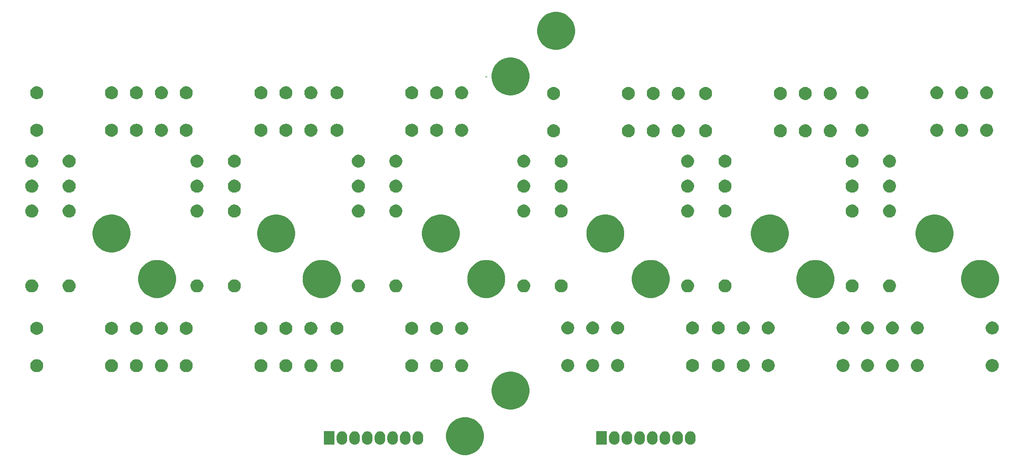
<source format=gbr>
%TF.GenerationSoftware,KiCad,Pcbnew,(6.0.0-rc1-dev-882-gdbc9130da)*%
%TF.CreationDate,2019-10-30T14:39:13+08:00*%
%TF.ProjectId,AntennaSwitch_6x2_RelayBoard,416E74656E6E615377697463685F3678,rev?*%
%TF.SameCoordinates,Original*%
%TF.FileFunction,Soldermask,Top*%
%TF.FilePolarity,Negative*%
%FSLAX46Y46*%
G04 Gerber Fmt 4.6, Leading zero omitted, Abs format (unit mm)*
G04 Created by KiCad (PCBNEW (6.0.0-rc1-dev-882-gdbc9130da)) date 2019/10/30 14:39:13*
%MOMM*%
%LPD*%
G01*
G04 APERTURE LIST*
%ADD10C,0.150000*%
%ADD11C,0.350000*%
G04 APERTURE END LIST*
D10*
X145288000Y-63627000D02*
X145034000Y-63627000D01*
D11*
G36*
X141988710Y-131965070D02*
X142680447Y-132251597D01*
X143302999Y-132667573D01*
X143832427Y-133197001D01*
X144248403Y-133819553D01*
X144534930Y-134511290D01*
X144681000Y-135245633D01*
X144681000Y-135994367D01*
X144534930Y-136728710D01*
X144248403Y-137420447D01*
X143832427Y-138042999D01*
X143302999Y-138572427D01*
X142680447Y-138988403D01*
X141988710Y-139274930D01*
X141254367Y-139421000D01*
X140505633Y-139421000D01*
X139771290Y-139274930D01*
X139079553Y-138988403D01*
X138457001Y-138572427D01*
X137927573Y-138042999D01*
X137511597Y-137420447D01*
X137225070Y-136728710D01*
X137079000Y-135994367D01*
X137079000Y-135245633D01*
X137225070Y-134511290D01*
X137511597Y-133819553D01*
X137927573Y-133197001D01*
X138457001Y-132667573D01*
X139079553Y-132251597D01*
X139771290Y-131965070D01*
X140505633Y-131819000D01*
X141254367Y-131819000D01*
X141988710Y-131965070D01*
X141988710Y-131965070D01*
G37*
G36*
X121491031Y-134681207D02*
X121689145Y-134741305D01*
X121871729Y-134838897D01*
X122031765Y-134970235D01*
X122031766Y-134970237D01*
X122031768Y-134970238D01*
X122110568Y-135066257D01*
X122163103Y-135130271D01*
X122260695Y-135312854D01*
X122320793Y-135510968D01*
X122336000Y-135665370D01*
X122336000Y-136368629D01*
X122320793Y-136523031D01*
X122314432Y-136544000D01*
X122260695Y-136721147D01*
X122228504Y-136781371D01*
X122163103Y-136903729D01*
X122031765Y-137063765D01*
X121871729Y-137195103D01*
X121689146Y-137292695D01*
X121491032Y-137352793D01*
X121285000Y-137373085D01*
X121078969Y-137352793D01*
X120880855Y-137292695D01*
X120698272Y-137195103D01*
X120538236Y-137063765D01*
X120518257Y-137039420D01*
X120406899Y-136903731D01*
X120309306Y-136721148D01*
X120289273Y-136655108D01*
X120249207Y-136523032D01*
X120234000Y-136368630D01*
X120234000Y-135665371D01*
X120249207Y-135510969D01*
X120309305Y-135312855D01*
X120406897Y-135130271D01*
X120538235Y-134970235D01*
X120538237Y-134970234D01*
X120538238Y-134970232D01*
X120698269Y-134838899D01*
X120698271Y-134838897D01*
X120880854Y-134741305D01*
X121078968Y-134681207D01*
X121285000Y-134660915D01*
X121491031Y-134681207D01*
X121491031Y-134681207D01*
G37*
G36*
X173561031Y-134681207D02*
X173759145Y-134741305D01*
X173941729Y-134838897D01*
X174101765Y-134970235D01*
X174101766Y-134970237D01*
X174101768Y-134970238D01*
X174180568Y-135066257D01*
X174233103Y-135130271D01*
X174330695Y-135312854D01*
X174390793Y-135510968D01*
X174406000Y-135665370D01*
X174406000Y-136368629D01*
X174390793Y-136523031D01*
X174384432Y-136544000D01*
X174330695Y-136721147D01*
X174298504Y-136781371D01*
X174233103Y-136903729D01*
X174101765Y-137063765D01*
X173941729Y-137195103D01*
X173759146Y-137292695D01*
X173561032Y-137352793D01*
X173355000Y-137373085D01*
X173148969Y-137352793D01*
X172950855Y-137292695D01*
X172768272Y-137195103D01*
X172608236Y-137063765D01*
X172588257Y-137039420D01*
X172476899Y-136903731D01*
X172379306Y-136721148D01*
X172359273Y-136655108D01*
X172319207Y-136523032D01*
X172304000Y-136368630D01*
X172304000Y-135665371D01*
X172319207Y-135510969D01*
X172379305Y-135312855D01*
X172476897Y-135130271D01*
X172608235Y-134970235D01*
X172608237Y-134970234D01*
X172608238Y-134970232D01*
X172768269Y-134838899D01*
X172768271Y-134838897D01*
X172950854Y-134741305D01*
X173148968Y-134681207D01*
X173355000Y-134660915D01*
X173561031Y-134681207D01*
X173561031Y-134681207D01*
G37*
G36*
X176101031Y-134681207D02*
X176299145Y-134741305D01*
X176481729Y-134838897D01*
X176641765Y-134970235D01*
X176641766Y-134970237D01*
X176641768Y-134970238D01*
X176720568Y-135066257D01*
X176773103Y-135130271D01*
X176870695Y-135312854D01*
X176930793Y-135510968D01*
X176946000Y-135665370D01*
X176946000Y-136368629D01*
X176930793Y-136523031D01*
X176924432Y-136544000D01*
X176870695Y-136721147D01*
X176838504Y-136781371D01*
X176773103Y-136903729D01*
X176641765Y-137063765D01*
X176481729Y-137195103D01*
X176299146Y-137292695D01*
X176101032Y-137352793D01*
X175895000Y-137373085D01*
X175688969Y-137352793D01*
X175490855Y-137292695D01*
X175308272Y-137195103D01*
X175148236Y-137063765D01*
X175128257Y-137039420D01*
X175016899Y-136903731D01*
X174919306Y-136721148D01*
X174899273Y-136655108D01*
X174859207Y-136523032D01*
X174844000Y-136368630D01*
X174844000Y-135665371D01*
X174859207Y-135510969D01*
X174919305Y-135312855D01*
X175016897Y-135130271D01*
X175148235Y-134970235D01*
X175148237Y-134970234D01*
X175148238Y-134970232D01*
X175308269Y-134838899D01*
X175308271Y-134838897D01*
X175490854Y-134741305D01*
X175688968Y-134681207D01*
X175895000Y-134660915D01*
X176101031Y-134681207D01*
X176101031Y-134681207D01*
G37*
G36*
X178641031Y-134681207D02*
X178839145Y-134741305D01*
X179021729Y-134838897D01*
X179181765Y-134970235D01*
X179181766Y-134970237D01*
X179181768Y-134970238D01*
X179260568Y-135066257D01*
X179313103Y-135130271D01*
X179410695Y-135312854D01*
X179470793Y-135510968D01*
X179486000Y-135665370D01*
X179486000Y-136368629D01*
X179470793Y-136523031D01*
X179464432Y-136544000D01*
X179410695Y-136721147D01*
X179378504Y-136781371D01*
X179313103Y-136903729D01*
X179181765Y-137063765D01*
X179021729Y-137195103D01*
X178839146Y-137292695D01*
X178641032Y-137352793D01*
X178435000Y-137373085D01*
X178228969Y-137352793D01*
X178030855Y-137292695D01*
X177848272Y-137195103D01*
X177688236Y-137063765D01*
X177668257Y-137039420D01*
X177556899Y-136903731D01*
X177459306Y-136721148D01*
X177439273Y-136655108D01*
X177399207Y-136523032D01*
X177384000Y-136368630D01*
X177384000Y-135665371D01*
X177399207Y-135510969D01*
X177459305Y-135312855D01*
X177556897Y-135130271D01*
X177688235Y-134970235D01*
X177688237Y-134970234D01*
X177688238Y-134970232D01*
X177848269Y-134838899D01*
X177848271Y-134838897D01*
X178030854Y-134741305D01*
X178228968Y-134681207D01*
X178435000Y-134660915D01*
X178641031Y-134681207D01*
X178641031Y-134681207D01*
G37*
G36*
X181181031Y-134681207D02*
X181379145Y-134741305D01*
X181561729Y-134838897D01*
X181721765Y-134970235D01*
X181721766Y-134970237D01*
X181721768Y-134970238D01*
X181800568Y-135066257D01*
X181853103Y-135130271D01*
X181950695Y-135312854D01*
X182010793Y-135510968D01*
X182026000Y-135665370D01*
X182026000Y-136368629D01*
X182010793Y-136523031D01*
X182004432Y-136544000D01*
X181950695Y-136721147D01*
X181918504Y-136781371D01*
X181853103Y-136903729D01*
X181721765Y-137063765D01*
X181561729Y-137195103D01*
X181379146Y-137292695D01*
X181181032Y-137352793D01*
X180975000Y-137373085D01*
X180768969Y-137352793D01*
X180570855Y-137292695D01*
X180388272Y-137195103D01*
X180228236Y-137063765D01*
X180208257Y-137039420D01*
X180096899Y-136903731D01*
X179999306Y-136721148D01*
X179979273Y-136655108D01*
X179939207Y-136523032D01*
X179924000Y-136368630D01*
X179924000Y-135665371D01*
X179939207Y-135510969D01*
X179999305Y-135312855D01*
X180096897Y-135130271D01*
X180228235Y-134970235D01*
X180228237Y-134970234D01*
X180228238Y-134970232D01*
X180388269Y-134838899D01*
X180388271Y-134838897D01*
X180570854Y-134741305D01*
X180768968Y-134681207D01*
X180975000Y-134660915D01*
X181181031Y-134681207D01*
X181181031Y-134681207D01*
G37*
G36*
X183721031Y-134681207D02*
X183919145Y-134741305D01*
X184101729Y-134838897D01*
X184261765Y-134970235D01*
X184261766Y-134970237D01*
X184261768Y-134970238D01*
X184340568Y-135066257D01*
X184393103Y-135130271D01*
X184490695Y-135312854D01*
X184550793Y-135510968D01*
X184566000Y-135665370D01*
X184566000Y-136368629D01*
X184550793Y-136523031D01*
X184544432Y-136544000D01*
X184490695Y-136721147D01*
X184458504Y-136781371D01*
X184393103Y-136903729D01*
X184261765Y-137063765D01*
X184101729Y-137195103D01*
X183919146Y-137292695D01*
X183721032Y-137352793D01*
X183515000Y-137373085D01*
X183308969Y-137352793D01*
X183110855Y-137292695D01*
X182928272Y-137195103D01*
X182768236Y-137063765D01*
X182748257Y-137039420D01*
X182636899Y-136903731D01*
X182539306Y-136721148D01*
X182519273Y-136655108D01*
X182479207Y-136523032D01*
X182464000Y-136368630D01*
X182464000Y-135665371D01*
X182479207Y-135510969D01*
X182539305Y-135312855D01*
X182636897Y-135130271D01*
X182768235Y-134970235D01*
X182768237Y-134970234D01*
X182768238Y-134970232D01*
X182928269Y-134838899D01*
X182928271Y-134838897D01*
X183110854Y-134741305D01*
X183308968Y-134681207D01*
X183515000Y-134660915D01*
X183721031Y-134681207D01*
X183721031Y-134681207D01*
G37*
G36*
X186261031Y-134681207D02*
X186459145Y-134741305D01*
X186641729Y-134838897D01*
X186801765Y-134970235D01*
X186801766Y-134970237D01*
X186801768Y-134970238D01*
X186880568Y-135066257D01*
X186933103Y-135130271D01*
X187030695Y-135312854D01*
X187090793Y-135510968D01*
X187106000Y-135665370D01*
X187106000Y-136368629D01*
X187090793Y-136523031D01*
X187084432Y-136544000D01*
X187030695Y-136721147D01*
X186998504Y-136781371D01*
X186933103Y-136903729D01*
X186801765Y-137063765D01*
X186641729Y-137195103D01*
X186459146Y-137292695D01*
X186261032Y-137352793D01*
X186055000Y-137373085D01*
X185848969Y-137352793D01*
X185650855Y-137292695D01*
X185468272Y-137195103D01*
X185308236Y-137063765D01*
X185288257Y-137039420D01*
X185176899Y-136903731D01*
X185079306Y-136721148D01*
X185059273Y-136655108D01*
X185019207Y-136523032D01*
X185004000Y-136368630D01*
X185004000Y-135665371D01*
X185019207Y-135510969D01*
X185079305Y-135312855D01*
X185176897Y-135130271D01*
X185308235Y-134970235D01*
X185308237Y-134970234D01*
X185308238Y-134970232D01*
X185468269Y-134838899D01*
X185468271Y-134838897D01*
X185650854Y-134741305D01*
X185848968Y-134681207D01*
X186055000Y-134660915D01*
X186261031Y-134681207D01*
X186261031Y-134681207D01*
G37*
G36*
X118951031Y-134681207D02*
X119149145Y-134741305D01*
X119331729Y-134838897D01*
X119491765Y-134970235D01*
X119491766Y-134970237D01*
X119491768Y-134970238D01*
X119570568Y-135066257D01*
X119623103Y-135130271D01*
X119720695Y-135312854D01*
X119780793Y-135510968D01*
X119796000Y-135665370D01*
X119796000Y-136368629D01*
X119780793Y-136523031D01*
X119774432Y-136544000D01*
X119720695Y-136721147D01*
X119688504Y-136781371D01*
X119623103Y-136903729D01*
X119491765Y-137063765D01*
X119331729Y-137195103D01*
X119149146Y-137292695D01*
X118951032Y-137352793D01*
X118745000Y-137373085D01*
X118538969Y-137352793D01*
X118340855Y-137292695D01*
X118158272Y-137195103D01*
X117998236Y-137063765D01*
X117978257Y-137039420D01*
X117866899Y-136903731D01*
X117769306Y-136721148D01*
X117749273Y-136655108D01*
X117709207Y-136523032D01*
X117694000Y-136368630D01*
X117694000Y-135665371D01*
X117709207Y-135510969D01*
X117769305Y-135312855D01*
X117866897Y-135130271D01*
X117998235Y-134970235D01*
X117998237Y-134970234D01*
X117998238Y-134970232D01*
X118158269Y-134838899D01*
X118158271Y-134838897D01*
X118340854Y-134741305D01*
X118538968Y-134681207D01*
X118745000Y-134660915D01*
X118951031Y-134681207D01*
X118951031Y-134681207D01*
G37*
G36*
X171021031Y-134681207D02*
X171219145Y-134741305D01*
X171401729Y-134838897D01*
X171561765Y-134970235D01*
X171561766Y-134970237D01*
X171561768Y-134970238D01*
X171640568Y-135066257D01*
X171693103Y-135130271D01*
X171790695Y-135312854D01*
X171850793Y-135510968D01*
X171866000Y-135665370D01*
X171866000Y-136368629D01*
X171850793Y-136523031D01*
X171844432Y-136544000D01*
X171790695Y-136721147D01*
X171758504Y-136781371D01*
X171693103Y-136903729D01*
X171561765Y-137063765D01*
X171401729Y-137195103D01*
X171219146Y-137292695D01*
X171021032Y-137352793D01*
X170815000Y-137373085D01*
X170608969Y-137352793D01*
X170410855Y-137292695D01*
X170228272Y-137195103D01*
X170068236Y-137063765D01*
X170048257Y-137039420D01*
X169936899Y-136903731D01*
X169839306Y-136721148D01*
X169819273Y-136655108D01*
X169779207Y-136523032D01*
X169764000Y-136368630D01*
X169764000Y-135665371D01*
X169779207Y-135510969D01*
X169839305Y-135312855D01*
X169936897Y-135130271D01*
X170068235Y-134970235D01*
X170068237Y-134970234D01*
X170068238Y-134970232D01*
X170228269Y-134838899D01*
X170228271Y-134838897D01*
X170410854Y-134741305D01*
X170608968Y-134681207D01*
X170815000Y-134660915D01*
X171021031Y-134681207D01*
X171021031Y-134681207D01*
G37*
G36*
X124031031Y-134681207D02*
X124229145Y-134741305D01*
X124411729Y-134838897D01*
X124571765Y-134970235D01*
X124571766Y-134970237D01*
X124571768Y-134970238D01*
X124650568Y-135066257D01*
X124703103Y-135130271D01*
X124800695Y-135312854D01*
X124860793Y-135510968D01*
X124876000Y-135665370D01*
X124876000Y-136368629D01*
X124860793Y-136523031D01*
X124854432Y-136544000D01*
X124800695Y-136721147D01*
X124768504Y-136781371D01*
X124703103Y-136903729D01*
X124571765Y-137063765D01*
X124411729Y-137195103D01*
X124229146Y-137292695D01*
X124031032Y-137352793D01*
X123825000Y-137373085D01*
X123618969Y-137352793D01*
X123420855Y-137292695D01*
X123238272Y-137195103D01*
X123078236Y-137063765D01*
X123058257Y-137039420D01*
X122946899Y-136903731D01*
X122849306Y-136721148D01*
X122829273Y-136655108D01*
X122789207Y-136523032D01*
X122774000Y-136368630D01*
X122774000Y-135665371D01*
X122789207Y-135510969D01*
X122849305Y-135312855D01*
X122946897Y-135130271D01*
X123078235Y-134970235D01*
X123078237Y-134970234D01*
X123078238Y-134970232D01*
X123238269Y-134838899D01*
X123238271Y-134838897D01*
X123420854Y-134741305D01*
X123618968Y-134681207D01*
X123825000Y-134660915D01*
X124031031Y-134681207D01*
X124031031Y-134681207D01*
G37*
G36*
X126571031Y-134681207D02*
X126769145Y-134741305D01*
X126951729Y-134838897D01*
X127111765Y-134970235D01*
X127111766Y-134970237D01*
X127111768Y-134970238D01*
X127190568Y-135066257D01*
X127243103Y-135130271D01*
X127340695Y-135312854D01*
X127400793Y-135510968D01*
X127416000Y-135665370D01*
X127416000Y-136368629D01*
X127400793Y-136523031D01*
X127394432Y-136544000D01*
X127340695Y-136721147D01*
X127308504Y-136781371D01*
X127243103Y-136903729D01*
X127111765Y-137063765D01*
X126951729Y-137195103D01*
X126769146Y-137292695D01*
X126571032Y-137352793D01*
X126365000Y-137373085D01*
X126158969Y-137352793D01*
X125960855Y-137292695D01*
X125778272Y-137195103D01*
X125618236Y-137063765D01*
X125598257Y-137039420D01*
X125486899Y-136903731D01*
X125389306Y-136721148D01*
X125369273Y-136655108D01*
X125329207Y-136523032D01*
X125314000Y-136368630D01*
X125314000Y-135665371D01*
X125329207Y-135510969D01*
X125389305Y-135312855D01*
X125486897Y-135130271D01*
X125618235Y-134970235D01*
X125618237Y-134970234D01*
X125618238Y-134970232D01*
X125778269Y-134838899D01*
X125778271Y-134838897D01*
X125960854Y-134741305D01*
X126158968Y-134681207D01*
X126365000Y-134660915D01*
X126571031Y-134681207D01*
X126571031Y-134681207D01*
G37*
G36*
X129111031Y-134681207D02*
X129309145Y-134741305D01*
X129491729Y-134838897D01*
X129651765Y-134970235D01*
X129651766Y-134970237D01*
X129651768Y-134970238D01*
X129730568Y-135066257D01*
X129783103Y-135130271D01*
X129880695Y-135312854D01*
X129940793Y-135510968D01*
X129956000Y-135665370D01*
X129956000Y-136368629D01*
X129940793Y-136523031D01*
X129934432Y-136544000D01*
X129880695Y-136721147D01*
X129848504Y-136781371D01*
X129783103Y-136903729D01*
X129651765Y-137063765D01*
X129491729Y-137195103D01*
X129309146Y-137292695D01*
X129111032Y-137352793D01*
X128905000Y-137373085D01*
X128698969Y-137352793D01*
X128500855Y-137292695D01*
X128318272Y-137195103D01*
X128158236Y-137063765D01*
X128138257Y-137039420D01*
X128026899Y-136903731D01*
X127929306Y-136721148D01*
X127909273Y-136655108D01*
X127869207Y-136523032D01*
X127854000Y-136368630D01*
X127854000Y-135665371D01*
X127869207Y-135510969D01*
X127929305Y-135312855D01*
X128026897Y-135130271D01*
X128158235Y-134970235D01*
X128158237Y-134970234D01*
X128158238Y-134970232D01*
X128318269Y-134838899D01*
X128318271Y-134838897D01*
X128500854Y-134741305D01*
X128698968Y-134681207D01*
X128905000Y-134660915D01*
X129111031Y-134681207D01*
X129111031Y-134681207D01*
G37*
G36*
X131651031Y-134681207D02*
X131849145Y-134741305D01*
X132031729Y-134838897D01*
X132191765Y-134970235D01*
X132191766Y-134970237D01*
X132191768Y-134970238D01*
X132270568Y-135066257D01*
X132323103Y-135130271D01*
X132420695Y-135312854D01*
X132480793Y-135510968D01*
X132496000Y-135665370D01*
X132496000Y-136368629D01*
X132480793Y-136523031D01*
X132474432Y-136544000D01*
X132420695Y-136721147D01*
X132388504Y-136781371D01*
X132323103Y-136903729D01*
X132191765Y-137063765D01*
X132031729Y-137195103D01*
X131849146Y-137292695D01*
X131651032Y-137352793D01*
X131445000Y-137373085D01*
X131238969Y-137352793D01*
X131040855Y-137292695D01*
X130858272Y-137195103D01*
X130698236Y-137063765D01*
X130678257Y-137039420D01*
X130566899Y-136903731D01*
X130469306Y-136721148D01*
X130449273Y-136655108D01*
X130409207Y-136523032D01*
X130394000Y-136368630D01*
X130394000Y-135665371D01*
X130409207Y-135510969D01*
X130469305Y-135312855D01*
X130566897Y-135130271D01*
X130698235Y-134970235D01*
X130698237Y-134970234D01*
X130698238Y-134970232D01*
X130858269Y-134838899D01*
X130858271Y-134838897D01*
X131040854Y-134741305D01*
X131238968Y-134681207D01*
X131445000Y-134660915D01*
X131651031Y-134681207D01*
X131651031Y-134681207D01*
G37*
G36*
X116411031Y-134681207D02*
X116609145Y-134741305D01*
X116791729Y-134838897D01*
X116951765Y-134970235D01*
X116951766Y-134970237D01*
X116951768Y-134970238D01*
X117030568Y-135066257D01*
X117083103Y-135130271D01*
X117180695Y-135312854D01*
X117240793Y-135510968D01*
X117256000Y-135665370D01*
X117256000Y-136368629D01*
X117240793Y-136523031D01*
X117234432Y-136544000D01*
X117180695Y-136721147D01*
X117148504Y-136781371D01*
X117083103Y-136903729D01*
X116951765Y-137063765D01*
X116791729Y-137195103D01*
X116609146Y-137292695D01*
X116411032Y-137352793D01*
X116205000Y-137373085D01*
X115998969Y-137352793D01*
X115800855Y-137292695D01*
X115618272Y-137195103D01*
X115458236Y-137063765D01*
X115438257Y-137039420D01*
X115326899Y-136903731D01*
X115229306Y-136721148D01*
X115209273Y-136655108D01*
X115169207Y-136523032D01*
X115154000Y-136368630D01*
X115154000Y-135665371D01*
X115169207Y-135510969D01*
X115229305Y-135312855D01*
X115326897Y-135130271D01*
X115458235Y-134970235D01*
X115458237Y-134970234D01*
X115458238Y-134970232D01*
X115618269Y-134838899D01*
X115618271Y-134838897D01*
X115800854Y-134741305D01*
X115998968Y-134681207D01*
X116205000Y-134660915D01*
X116411031Y-134681207D01*
X116411031Y-134681207D01*
G37*
G36*
X169326000Y-137368000D02*
X167224000Y-137368000D01*
X167224000Y-134666000D01*
X169326000Y-134666000D01*
X169326000Y-137368000D01*
X169326000Y-137368000D01*
G37*
G36*
X114716000Y-137368000D02*
X112614000Y-137368000D01*
X112614000Y-134666000D01*
X114716000Y-134666000D01*
X114716000Y-137368000D01*
X114716000Y-137368000D01*
G37*
G36*
X151108710Y-122845070D02*
X151800447Y-123131597D01*
X152422999Y-123547573D01*
X152952427Y-124077001D01*
X153368403Y-124699553D01*
X153654930Y-125391290D01*
X153801000Y-126125633D01*
X153801000Y-126874367D01*
X153654930Y-127608710D01*
X153368403Y-128300447D01*
X152952427Y-128922999D01*
X152422999Y-129452427D01*
X151800447Y-129868403D01*
X151108710Y-130154930D01*
X150374367Y-130301000D01*
X149625633Y-130301000D01*
X148891290Y-130154930D01*
X148199553Y-129868403D01*
X147577001Y-129452427D01*
X147047573Y-128922999D01*
X146631597Y-128300447D01*
X146345070Y-127608710D01*
X146199000Y-126874367D01*
X146199000Y-126125633D01*
X146345070Y-125391290D01*
X146631597Y-124699553D01*
X147047573Y-124077001D01*
X147577001Y-123547573D01*
X148199553Y-123131597D01*
X148891290Y-122845070D01*
X149625633Y-122699000D01*
X150374367Y-122699000D01*
X151108710Y-122845070D01*
X151108710Y-122845070D01*
G37*
G36*
X100342485Y-120248996D02*
X100342487Y-120248997D01*
X100342488Y-120248997D01*
X100448887Y-120293069D01*
X100579255Y-120347069D01*
X100792342Y-120489449D01*
X100973551Y-120670658D01*
X101115931Y-120883745D01*
X101214004Y-121120515D01*
X101264000Y-121371861D01*
X101264000Y-121628139D01*
X101224745Y-121825488D01*
X101214003Y-121879488D01*
X101115931Y-122116255D01*
X100973551Y-122329342D01*
X100792342Y-122510551D01*
X100792339Y-122510553D01*
X100579255Y-122652931D01*
X100342488Y-122751003D01*
X100342487Y-122751003D01*
X100342485Y-122751004D01*
X100091139Y-122801000D01*
X99834861Y-122801000D01*
X99583515Y-122751004D01*
X99583513Y-122751003D01*
X99583512Y-122751003D01*
X99346745Y-122652931D01*
X99133661Y-122510553D01*
X99133658Y-122510551D01*
X98952449Y-122329342D01*
X98810069Y-122116255D01*
X98711997Y-121879488D01*
X98701256Y-121825488D01*
X98662000Y-121628139D01*
X98662000Y-121371861D01*
X98711996Y-121120515D01*
X98810069Y-120883745D01*
X98952449Y-120670658D01*
X99133658Y-120489449D01*
X99346745Y-120347069D01*
X99477113Y-120293069D01*
X99583512Y-120248997D01*
X99583513Y-120248997D01*
X99583515Y-120248996D01*
X99834861Y-120199000D01*
X100091139Y-120199000D01*
X100342485Y-120248996D01*
X100342485Y-120248996D01*
G37*
G36*
X55370485Y-120248996D02*
X55370487Y-120248997D01*
X55370488Y-120248997D01*
X55476887Y-120293069D01*
X55607255Y-120347069D01*
X55820342Y-120489449D01*
X56001551Y-120670658D01*
X56143931Y-120883745D01*
X56242004Y-121120515D01*
X56292000Y-121371861D01*
X56292000Y-121628139D01*
X56252745Y-121825488D01*
X56242003Y-121879488D01*
X56143931Y-122116255D01*
X56001551Y-122329342D01*
X55820342Y-122510551D01*
X55820339Y-122510553D01*
X55607255Y-122652931D01*
X55370488Y-122751003D01*
X55370487Y-122751003D01*
X55370485Y-122751004D01*
X55119139Y-122801000D01*
X54862861Y-122801000D01*
X54611515Y-122751004D01*
X54611513Y-122751003D01*
X54611512Y-122751003D01*
X54374745Y-122652931D01*
X54161661Y-122510553D01*
X54161658Y-122510551D01*
X53980449Y-122329342D01*
X53838069Y-122116255D01*
X53739997Y-121879488D01*
X53729256Y-121825488D01*
X53690000Y-121628139D01*
X53690000Y-121371861D01*
X53739996Y-121120515D01*
X53838069Y-120883745D01*
X53980449Y-120670658D01*
X54161658Y-120489449D01*
X54374745Y-120347069D01*
X54505113Y-120293069D01*
X54611512Y-120248997D01*
X54611513Y-120248997D01*
X54611515Y-120248996D01*
X54862861Y-120199000D01*
X55119139Y-120199000D01*
X55370485Y-120248996D01*
X55370485Y-120248996D01*
G37*
G36*
X70370485Y-120248996D02*
X70370487Y-120248997D01*
X70370488Y-120248997D01*
X70476887Y-120293069D01*
X70607255Y-120347069D01*
X70820342Y-120489449D01*
X71001551Y-120670658D01*
X71143931Y-120883745D01*
X71242004Y-121120515D01*
X71292000Y-121371861D01*
X71292000Y-121628139D01*
X71252745Y-121825488D01*
X71242003Y-121879488D01*
X71143931Y-122116255D01*
X71001551Y-122329342D01*
X70820342Y-122510551D01*
X70820339Y-122510553D01*
X70607255Y-122652931D01*
X70370488Y-122751003D01*
X70370487Y-122751003D01*
X70370485Y-122751004D01*
X70119139Y-122801000D01*
X69862861Y-122801000D01*
X69611515Y-122751004D01*
X69611513Y-122751003D01*
X69611512Y-122751003D01*
X69374745Y-122652931D01*
X69161661Y-122510553D01*
X69161658Y-122510551D01*
X68980449Y-122329342D01*
X68838069Y-122116255D01*
X68739997Y-121879488D01*
X68729256Y-121825488D01*
X68690000Y-121628139D01*
X68690000Y-121371861D01*
X68739996Y-121120515D01*
X68838069Y-120883745D01*
X68980449Y-120670658D01*
X69161658Y-120489449D01*
X69374745Y-120347069D01*
X69505113Y-120293069D01*
X69611512Y-120248997D01*
X69611513Y-120248997D01*
X69611515Y-120248996D01*
X69862861Y-120199000D01*
X70119139Y-120199000D01*
X70370485Y-120248996D01*
X70370485Y-120248996D01*
G37*
G36*
X75370485Y-120248996D02*
X75370487Y-120248997D01*
X75370488Y-120248997D01*
X75476887Y-120293069D01*
X75607255Y-120347069D01*
X75820342Y-120489449D01*
X76001551Y-120670658D01*
X76143931Y-120883745D01*
X76242004Y-121120515D01*
X76292000Y-121371861D01*
X76292000Y-121628139D01*
X76252745Y-121825488D01*
X76242003Y-121879488D01*
X76143931Y-122116255D01*
X76001551Y-122329342D01*
X75820342Y-122510551D01*
X75820339Y-122510553D01*
X75607255Y-122652931D01*
X75370488Y-122751003D01*
X75370487Y-122751003D01*
X75370485Y-122751004D01*
X75119139Y-122801000D01*
X74862861Y-122801000D01*
X74611515Y-122751004D01*
X74611513Y-122751003D01*
X74611512Y-122751003D01*
X74374745Y-122652931D01*
X74161661Y-122510553D01*
X74161658Y-122510551D01*
X73980449Y-122329342D01*
X73838069Y-122116255D01*
X73739997Y-121879488D01*
X73729256Y-121825488D01*
X73690000Y-121628139D01*
X73690000Y-121371861D01*
X73739996Y-121120515D01*
X73838069Y-120883745D01*
X73980449Y-120670658D01*
X74161658Y-120489449D01*
X74374745Y-120347069D01*
X74505113Y-120293069D01*
X74611512Y-120248997D01*
X74611513Y-120248997D01*
X74611515Y-120248996D01*
X74862861Y-120199000D01*
X75119139Y-120199000D01*
X75370485Y-120248996D01*
X75370485Y-120248996D01*
G37*
G36*
X80370485Y-120248996D02*
X80370487Y-120248997D01*
X80370488Y-120248997D01*
X80476887Y-120293069D01*
X80607255Y-120347069D01*
X80820342Y-120489449D01*
X81001551Y-120670658D01*
X81143931Y-120883745D01*
X81242004Y-121120515D01*
X81292000Y-121371861D01*
X81292000Y-121628139D01*
X81252745Y-121825488D01*
X81242003Y-121879488D01*
X81143931Y-122116255D01*
X81001551Y-122329342D01*
X80820342Y-122510551D01*
X80820339Y-122510553D01*
X80607255Y-122652931D01*
X80370488Y-122751003D01*
X80370487Y-122751003D01*
X80370485Y-122751004D01*
X80119139Y-122801000D01*
X79862861Y-122801000D01*
X79611515Y-122751004D01*
X79611513Y-122751003D01*
X79611512Y-122751003D01*
X79374745Y-122652931D01*
X79161661Y-122510553D01*
X79161658Y-122510551D01*
X78980449Y-122329342D01*
X78838069Y-122116255D01*
X78739997Y-121879488D01*
X78729256Y-121825488D01*
X78690000Y-121628139D01*
X78690000Y-121371861D01*
X78739996Y-121120515D01*
X78838069Y-120883745D01*
X78980449Y-120670658D01*
X79161658Y-120489449D01*
X79374745Y-120347069D01*
X79505113Y-120293069D01*
X79611512Y-120248997D01*
X79611513Y-120248997D01*
X79611515Y-120248996D01*
X79862861Y-120199000D01*
X80119139Y-120199000D01*
X80370485Y-120248996D01*
X80370485Y-120248996D01*
G37*
G36*
X85342485Y-120248996D02*
X85342487Y-120248997D01*
X85342488Y-120248997D01*
X85448887Y-120293069D01*
X85579255Y-120347069D01*
X85792342Y-120489449D01*
X85973551Y-120670658D01*
X86115931Y-120883745D01*
X86214004Y-121120515D01*
X86264000Y-121371861D01*
X86264000Y-121628139D01*
X86224745Y-121825488D01*
X86214003Y-121879488D01*
X86115931Y-122116255D01*
X85973551Y-122329342D01*
X85792342Y-122510551D01*
X85792339Y-122510553D01*
X85579255Y-122652931D01*
X85342488Y-122751003D01*
X85342487Y-122751003D01*
X85342485Y-122751004D01*
X85091139Y-122801000D01*
X84834861Y-122801000D01*
X84583515Y-122751004D01*
X84583513Y-122751003D01*
X84583512Y-122751003D01*
X84346745Y-122652931D01*
X84133661Y-122510553D01*
X84133658Y-122510551D01*
X83952449Y-122329342D01*
X83810069Y-122116255D01*
X83711997Y-121879488D01*
X83701256Y-121825488D01*
X83662000Y-121628139D01*
X83662000Y-121371861D01*
X83711996Y-121120515D01*
X83810069Y-120883745D01*
X83952449Y-120670658D01*
X84133658Y-120489449D01*
X84346745Y-120347069D01*
X84477113Y-120293069D01*
X84583512Y-120248997D01*
X84583513Y-120248997D01*
X84583515Y-120248996D01*
X84834861Y-120199000D01*
X85091139Y-120199000D01*
X85342485Y-120248996D01*
X85342485Y-120248996D01*
G37*
G36*
X105342485Y-120248996D02*
X105342487Y-120248997D01*
X105342488Y-120248997D01*
X105448887Y-120293069D01*
X105579255Y-120347069D01*
X105792342Y-120489449D01*
X105973551Y-120670658D01*
X106115931Y-120883745D01*
X106214004Y-121120515D01*
X106264000Y-121371861D01*
X106264000Y-121628139D01*
X106224745Y-121825488D01*
X106214003Y-121879488D01*
X106115931Y-122116255D01*
X105973551Y-122329342D01*
X105792342Y-122510551D01*
X105792339Y-122510553D01*
X105579255Y-122652931D01*
X105342488Y-122751003D01*
X105342487Y-122751003D01*
X105342485Y-122751004D01*
X105091139Y-122801000D01*
X104834861Y-122801000D01*
X104583515Y-122751004D01*
X104583513Y-122751003D01*
X104583512Y-122751003D01*
X104346745Y-122652931D01*
X104133661Y-122510553D01*
X104133658Y-122510551D01*
X103952449Y-122329342D01*
X103810069Y-122116255D01*
X103711997Y-121879488D01*
X103701256Y-121825488D01*
X103662000Y-121628139D01*
X103662000Y-121371861D01*
X103711996Y-121120515D01*
X103810069Y-120883745D01*
X103952449Y-120670658D01*
X104133658Y-120489449D01*
X104346745Y-120347069D01*
X104477113Y-120293069D01*
X104583512Y-120248997D01*
X104583513Y-120248997D01*
X104583515Y-120248996D01*
X104834861Y-120199000D01*
X105091139Y-120199000D01*
X105342485Y-120248996D01*
X105342485Y-120248996D01*
G37*
G36*
X115568485Y-120248996D02*
X115568487Y-120248997D01*
X115568488Y-120248997D01*
X115674887Y-120293069D01*
X115805255Y-120347069D01*
X116018342Y-120489449D01*
X116199551Y-120670658D01*
X116341931Y-120883745D01*
X116440004Y-121120515D01*
X116490000Y-121371861D01*
X116490000Y-121628139D01*
X116450745Y-121825488D01*
X116440003Y-121879488D01*
X116341931Y-122116255D01*
X116199551Y-122329342D01*
X116018342Y-122510551D01*
X116018339Y-122510553D01*
X115805255Y-122652931D01*
X115568488Y-122751003D01*
X115568487Y-122751003D01*
X115568485Y-122751004D01*
X115317139Y-122801000D01*
X115060861Y-122801000D01*
X114809515Y-122751004D01*
X114809513Y-122751003D01*
X114809512Y-122751003D01*
X114572745Y-122652931D01*
X114359661Y-122510553D01*
X114359658Y-122510551D01*
X114178449Y-122329342D01*
X114036069Y-122116255D01*
X113937997Y-121879488D01*
X113927256Y-121825488D01*
X113888000Y-121628139D01*
X113888000Y-121371861D01*
X113937996Y-121120515D01*
X114036069Y-120883745D01*
X114178449Y-120670658D01*
X114359658Y-120489449D01*
X114572745Y-120347069D01*
X114703113Y-120293069D01*
X114809512Y-120248997D01*
X114809513Y-120248997D01*
X114809515Y-120248996D01*
X115060861Y-120199000D01*
X115317139Y-120199000D01*
X115568485Y-120248996D01*
X115568485Y-120248996D01*
G37*
G36*
X130568485Y-120248996D02*
X130568487Y-120248997D01*
X130568488Y-120248997D01*
X130674887Y-120293069D01*
X130805255Y-120347069D01*
X131018342Y-120489449D01*
X131199551Y-120670658D01*
X131341931Y-120883745D01*
X131440004Y-121120515D01*
X131490000Y-121371861D01*
X131490000Y-121628139D01*
X131450745Y-121825488D01*
X131440003Y-121879488D01*
X131341931Y-122116255D01*
X131199551Y-122329342D01*
X131018342Y-122510551D01*
X131018339Y-122510553D01*
X130805255Y-122652931D01*
X130568488Y-122751003D01*
X130568487Y-122751003D01*
X130568485Y-122751004D01*
X130317139Y-122801000D01*
X130060861Y-122801000D01*
X129809515Y-122751004D01*
X129809513Y-122751003D01*
X129809512Y-122751003D01*
X129572745Y-122652931D01*
X129359661Y-122510553D01*
X129359658Y-122510551D01*
X129178449Y-122329342D01*
X129036069Y-122116255D01*
X128937997Y-121879488D01*
X128927256Y-121825488D01*
X128888000Y-121628139D01*
X128888000Y-121371861D01*
X128937996Y-121120515D01*
X129036069Y-120883745D01*
X129178449Y-120670658D01*
X129359658Y-120489449D01*
X129572745Y-120347069D01*
X129703113Y-120293069D01*
X129809512Y-120248997D01*
X129809513Y-120248997D01*
X129809515Y-120248996D01*
X130060861Y-120199000D01*
X130317139Y-120199000D01*
X130568485Y-120248996D01*
X130568485Y-120248996D01*
G37*
G36*
X135568485Y-120248996D02*
X135568487Y-120248997D01*
X135568488Y-120248997D01*
X135674887Y-120293069D01*
X135805255Y-120347069D01*
X136018342Y-120489449D01*
X136199551Y-120670658D01*
X136341931Y-120883745D01*
X136440004Y-121120515D01*
X136490000Y-121371861D01*
X136490000Y-121628139D01*
X136450745Y-121825488D01*
X136440003Y-121879488D01*
X136341931Y-122116255D01*
X136199551Y-122329342D01*
X136018342Y-122510551D01*
X136018339Y-122510553D01*
X135805255Y-122652931D01*
X135568488Y-122751003D01*
X135568487Y-122751003D01*
X135568485Y-122751004D01*
X135317139Y-122801000D01*
X135060861Y-122801000D01*
X134809515Y-122751004D01*
X134809513Y-122751003D01*
X134809512Y-122751003D01*
X134572745Y-122652931D01*
X134359661Y-122510553D01*
X134359658Y-122510551D01*
X134178449Y-122329342D01*
X134036069Y-122116255D01*
X133937997Y-121879488D01*
X133927256Y-121825488D01*
X133888000Y-121628139D01*
X133888000Y-121371861D01*
X133937996Y-121120515D01*
X134036069Y-120883745D01*
X134178449Y-120670658D01*
X134359658Y-120489449D01*
X134572745Y-120347069D01*
X134703113Y-120293069D01*
X134809512Y-120248997D01*
X134809513Y-120248997D01*
X134809515Y-120248996D01*
X135060861Y-120199000D01*
X135317139Y-120199000D01*
X135568485Y-120248996D01*
X135568485Y-120248996D01*
G37*
G36*
X140568485Y-120248996D02*
X140568487Y-120248997D01*
X140568488Y-120248997D01*
X140674887Y-120293069D01*
X140805255Y-120347069D01*
X141018342Y-120489449D01*
X141199551Y-120670658D01*
X141341931Y-120883745D01*
X141440004Y-121120515D01*
X141490000Y-121371861D01*
X141490000Y-121628139D01*
X141450745Y-121825488D01*
X141440003Y-121879488D01*
X141341931Y-122116255D01*
X141199551Y-122329342D01*
X141018342Y-122510551D01*
X141018339Y-122510553D01*
X140805255Y-122652931D01*
X140568488Y-122751003D01*
X140568487Y-122751003D01*
X140568485Y-122751004D01*
X140317139Y-122801000D01*
X140060861Y-122801000D01*
X139809515Y-122751004D01*
X139809513Y-122751003D01*
X139809512Y-122751003D01*
X139572745Y-122652931D01*
X139359661Y-122510553D01*
X139359658Y-122510551D01*
X139178449Y-122329342D01*
X139036069Y-122116255D01*
X138937997Y-121879488D01*
X138927256Y-121825488D01*
X138888000Y-121628139D01*
X138888000Y-121371861D01*
X138937996Y-121120515D01*
X139036069Y-120883745D01*
X139178449Y-120670658D01*
X139359658Y-120489449D01*
X139572745Y-120347069D01*
X139703113Y-120293069D01*
X139809512Y-120248997D01*
X139809513Y-120248997D01*
X139809515Y-120248996D01*
X140060861Y-120199000D01*
X140317139Y-120199000D01*
X140568485Y-120248996D01*
X140568485Y-120248996D01*
G37*
G36*
X110342485Y-120248996D02*
X110342487Y-120248997D01*
X110342488Y-120248997D01*
X110448887Y-120293069D01*
X110579255Y-120347069D01*
X110792342Y-120489449D01*
X110973551Y-120670658D01*
X111115931Y-120883745D01*
X111214004Y-121120515D01*
X111264000Y-121371861D01*
X111264000Y-121628139D01*
X111224745Y-121825488D01*
X111214003Y-121879488D01*
X111115931Y-122116255D01*
X110973551Y-122329342D01*
X110792342Y-122510551D01*
X110792339Y-122510553D01*
X110579255Y-122652931D01*
X110342488Y-122751003D01*
X110342487Y-122751003D01*
X110342485Y-122751004D01*
X110091139Y-122801000D01*
X109834861Y-122801000D01*
X109583515Y-122751004D01*
X109583513Y-122751003D01*
X109583512Y-122751003D01*
X109346745Y-122652931D01*
X109133661Y-122510553D01*
X109133658Y-122510551D01*
X108952449Y-122329342D01*
X108810069Y-122116255D01*
X108711997Y-121879488D01*
X108701256Y-121825488D01*
X108662000Y-121628139D01*
X108662000Y-121371861D01*
X108711996Y-121120515D01*
X108810069Y-120883745D01*
X108952449Y-120670658D01*
X109133658Y-120489449D01*
X109346745Y-120347069D01*
X109477113Y-120293069D01*
X109583512Y-120248997D01*
X109583513Y-120248997D01*
X109583515Y-120248996D01*
X109834861Y-120199000D01*
X110091139Y-120199000D01*
X110342485Y-120248996D01*
X110342485Y-120248996D01*
G37*
G36*
X202039485Y-120194996D02*
X202039487Y-120194997D01*
X202039488Y-120194997D01*
X202276255Y-120293069D01*
X202489342Y-120435449D01*
X202670551Y-120616658D01*
X202670553Y-120616661D01*
X202812931Y-120829745D01*
X202835299Y-120883745D01*
X202911004Y-121066515D01*
X202961000Y-121317861D01*
X202961000Y-121574139D01*
X202911004Y-121825485D01*
X202812931Y-122062255D01*
X202670551Y-122275342D01*
X202489342Y-122456551D01*
X202489339Y-122456553D01*
X202276255Y-122598931D01*
X202039488Y-122697003D01*
X202039487Y-122697003D01*
X202039485Y-122697004D01*
X201788139Y-122747000D01*
X201531861Y-122747000D01*
X201280515Y-122697004D01*
X201280513Y-122697003D01*
X201280512Y-122697003D01*
X201043745Y-122598931D01*
X200830661Y-122456553D01*
X200830658Y-122456551D01*
X200649449Y-122275342D01*
X200507069Y-122062255D01*
X200408996Y-121825485D01*
X200359000Y-121574139D01*
X200359000Y-121317861D01*
X200408996Y-121066515D01*
X200484702Y-120883745D01*
X200507069Y-120829745D01*
X200649447Y-120616661D01*
X200649449Y-120616658D01*
X200830658Y-120435449D01*
X201043745Y-120293069D01*
X201280512Y-120194997D01*
X201280513Y-120194997D01*
X201280515Y-120194996D01*
X201531861Y-120145000D01*
X201788139Y-120145000D01*
X202039485Y-120194996D01*
X202039485Y-120194996D01*
G37*
G36*
X221959485Y-120194996D02*
X221959487Y-120194997D01*
X221959488Y-120194997D01*
X222196255Y-120293069D01*
X222409342Y-120435449D01*
X222590551Y-120616658D01*
X222590553Y-120616661D01*
X222732931Y-120829745D01*
X222755299Y-120883745D01*
X222831004Y-121066515D01*
X222881000Y-121317861D01*
X222881000Y-121574139D01*
X222831004Y-121825485D01*
X222732931Y-122062255D01*
X222590551Y-122275342D01*
X222409342Y-122456551D01*
X222409339Y-122456553D01*
X222196255Y-122598931D01*
X221959488Y-122697003D01*
X221959487Y-122697003D01*
X221959485Y-122697004D01*
X221708139Y-122747000D01*
X221451861Y-122747000D01*
X221200515Y-122697004D01*
X221200513Y-122697003D01*
X221200512Y-122697003D01*
X220963745Y-122598931D01*
X220750661Y-122456553D01*
X220750658Y-122456551D01*
X220569449Y-122275342D01*
X220427069Y-122062255D01*
X220328996Y-121825485D01*
X220279000Y-121574139D01*
X220279000Y-121317861D01*
X220328996Y-121066515D01*
X220404702Y-120883745D01*
X220427069Y-120829745D01*
X220569447Y-120616661D01*
X220569449Y-120616658D01*
X220750658Y-120435449D01*
X220963745Y-120293069D01*
X221200512Y-120194997D01*
X221200513Y-120194997D01*
X221200515Y-120194996D01*
X221451861Y-120145000D01*
X221708139Y-120145000D01*
X221959485Y-120194996D01*
X221959485Y-120194996D01*
G37*
G36*
X231959485Y-120194996D02*
X231959487Y-120194997D01*
X231959488Y-120194997D01*
X232196255Y-120293069D01*
X232409342Y-120435449D01*
X232590551Y-120616658D01*
X232590553Y-120616661D01*
X232732931Y-120829745D01*
X232755299Y-120883745D01*
X232831004Y-121066515D01*
X232881000Y-121317861D01*
X232881000Y-121574139D01*
X232831004Y-121825485D01*
X232732931Y-122062255D01*
X232590551Y-122275342D01*
X232409342Y-122456551D01*
X232409339Y-122456553D01*
X232196255Y-122598931D01*
X231959488Y-122697003D01*
X231959487Y-122697003D01*
X231959485Y-122697004D01*
X231708139Y-122747000D01*
X231451861Y-122747000D01*
X231200515Y-122697004D01*
X231200513Y-122697003D01*
X231200512Y-122697003D01*
X230963745Y-122598931D01*
X230750661Y-122456553D01*
X230750658Y-122456551D01*
X230569449Y-122275342D01*
X230427069Y-122062255D01*
X230328996Y-121825485D01*
X230279000Y-121574139D01*
X230279000Y-121317861D01*
X230328996Y-121066515D01*
X230404702Y-120883745D01*
X230427069Y-120829745D01*
X230569447Y-120616661D01*
X230569449Y-120616658D01*
X230750658Y-120435449D01*
X230963745Y-120293069D01*
X231200512Y-120194997D01*
X231200513Y-120194997D01*
X231200515Y-120194996D01*
X231451861Y-120145000D01*
X231708139Y-120145000D01*
X231959485Y-120194996D01*
X231959485Y-120194996D01*
G37*
G36*
X246959485Y-120194996D02*
X246959487Y-120194997D01*
X246959488Y-120194997D01*
X247196255Y-120293069D01*
X247409342Y-120435449D01*
X247590551Y-120616658D01*
X247590553Y-120616661D01*
X247732931Y-120829745D01*
X247755299Y-120883745D01*
X247831004Y-121066515D01*
X247881000Y-121317861D01*
X247881000Y-121574139D01*
X247831004Y-121825485D01*
X247732931Y-122062255D01*
X247590551Y-122275342D01*
X247409342Y-122456551D01*
X247409339Y-122456553D01*
X247196255Y-122598931D01*
X246959488Y-122697003D01*
X246959487Y-122697003D01*
X246959485Y-122697004D01*
X246708139Y-122747000D01*
X246451861Y-122747000D01*
X246200515Y-122697004D01*
X246200513Y-122697003D01*
X246200512Y-122697003D01*
X245963745Y-122598931D01*
X245750661Y-122456553D01*
X245750658Y-122456551D01*
X245569449Y-122275342D01*
X245427069Y-122062255D01*
X245328996Y-121825485D01*
X245279000Y-121574139D01*
X245279000Y-121317861D01*
X245328996Y-121066515D01*
X245404702Y-120883745D01*
X245427069Y-120829745D01*
X245569447Y-120616661D01*
X245569449Y-120616658D01*
X245750658Y-120435449D01*
X245963745Y-120293069D01*
X246200512Y-120194997D01*
X246200513Y-120194997D01*
X246200515Y-120194996D01*
X246451861Y-120145000D01*
X246708139Y-120145000D01*
X246959485Y-120194996D01*
X246959485Y-120194996D01*
G37*
G36*
X192039485Y-120194996D02*
X192039487Y-120194997D01*
X192039488Y-120194997D01*
X192276255Y-120293069D01*
X192489342Y-120435449D01*
X192670551Y-120616658D01*
X192670553Y-120616661D01*
X192812931Y-120829745D01*
X192835299Y-120883745D01*
X192911004Y-121066515D01*
X192961000Y-121317861D01*
X192961000Y-121574139D01*
X192911004Y-121825485D01*
X192812931Y-122062255D01*
X192670551Y-122275342D01*
X192489342Y-122456551D01*
X192489339Y-122456553D01*
X192276255Y-122598931D01*
X192039488Y-122697003D01*
X192039487Y-122697003D01*
X192039485Y-122697004D01*
X191788139Y-122747000D01*
X191531861Y-122747000D01*
X191280515Y-122697004D01*
X191280513Y-122697003D01*
X191280512Y-122697003D01*
X191043745Y-122598931D01*
X190830661Y-122456553D01*
X190830658Y-122456551D01*
X190649449Y-122275342D01*
X190507069Y-122062255D01*
X190408996Y-121825485D01*
X190359000Y-121574139D01*
X190359000Y-121317861D01*
X190408996Y-121066515D01*
X190484702Y-120883745D01*
X190507069Y-120829745D01*
X190649447Y-120616661D01*
X190649449Y-120616658D01*
X190830658Y-120435449D01*
X191043745Y-120293069D01*
X191280512Y-120194997D01*
X191280513Y-120194997D01*
X191280515Y-120194996D01*
X191531861Y-120145000D01*
X191788139Y-120145000D01*
X192039485Y-120194996D01*
X192039485Y-120194996D01*
G37*
G36*
X197039485Y-120194996D02*
X197039487Y-120194997D01*
X197039488Y-120194997D01*
X197276255Y-120293069D01*
X197489342Y-120435449D01*
X197670551Y-120616658D01*
X197670553Y-120616661D01*
X197812931Y-120829745D01*
X197835299Y-120883745D01*
X197911004Y-121066515D01*
X197961000Y-121317861D01*
X197961000Y-121574139D01*
X197911004Y-121825485D01*
X197812931Y-122062255D01*
X197670551Y-122275342D01*
X197489342Y-122456551D01*
X197489339Y-122456553D01*
X197276255Y-122598931D01*
X197039488Y-122697003D01*
X197039487Y-122697003D01*
X197039485Y-122697004D01*
X196788139Y-122747000D01*
X196531861Y-122747000D01*
X196280515Y-122697004D01*
X196280513Y-122697003D01*
X196280512Y-122697003D01*
X196043745Y-122598931D01*
X195830661Y-122456553D01*
X195830658Y-122456551D01*
X195649449Y-122275342D01*
X195507069Y-122062255D01*
X195408996Y-121825485D01*
X195359000Y-121574139D01*
X195359000Y-121317861D01*
X195408996Y-121066515D01*
X195484702Y-120883745D01*
X195507069Y-120829745D01*
X195649447Y-120616661D01*
X195649449Y-120616658D01*
X195830658Y-120435449D01*
X196043745Y-120293069D01*
X196280512Y-120194997D01*
X196280513Y-120194997D01*
X196280515Y-120194996D01*
X196531861Y-120145000D01*
X196788139Y-120145000D01*
X197039485Y-120194996D01*
X197039485Y-120194996D01*
G37*
G36*
X226959485Y-120194996D02*
X226959487Y-120194997D01*
X226959488Y-120194997D01*
X227196255Y-120293069D01*
X227409342Y-120435449D01*
X227590551Y-120616658D01*
X227590553Y-120616661D01*
X227732931Y-120829745D01*
X227755299Y-120883745D01*
X227831004Y-121066515D01*
X227881000Y-121317861D01*
X227881000Y-121574139D01*
X227831004Y-121825485D01*
X227732931Y-122062255D01*
X227590551Y-122275342D01*
X227409342Y-122456551D01*
X227409339Y-122456553D01*
X227196255Y-122598931D01*
X226959488Y-122697003D01*
X226959487Y-122697003D01*
X226959485Y-122697004D01*
X226708139Y-122747000D01*
X226451861Y-122747000D01*
X226200515Y-122697004D01*
X226200513Y-122697003D01*
X226200512Y-122697003D01*
X225963745Y-122598931D01*
X225750661Y-122456553D01*
X225750658Y-122456551D01*
X225569449Y-122275342D01*
X225427069Y-122062255D01*
X225328996Y-121825485D01*
X225279000Y-121574139D01*
X225279000Y-121317861D01*
X225328996Y-121066515D01*
X225404702Y-120883745D01*
X225427069Y-120829745D01*
X225569447Y-120616661D01*
X225569449Y-120616658D01*
X225750658Y-120435449D01*
X225963745Y-120293069D01*
X226200512Y-120194997D01*
X226200513Y-120194997D01*
X226200515Y-120194996D01*
X226451861Y-120145000D01*
X226708139Y-120145000D01*
X226959485Y-120194996D01*
X226959485Y-120194996D01*
G37*
G36*
X186859485Y-120194996D02*
X186859487Y-120194997D01*
X186859488Y-120194997D01*
X187096255Y-120293069D01*
X187309342Y-120435449D01*
X187490551Y-120616658D01*
X187490553Y-120616661D01*
X187632931Y-120829745D01*
X187655299Y-120883745D01*
X187731004Y-121066515D01*
X187781000Y-121317861D01*
X187781000Y-121574139D01*
X187731004Y-121825485D01*
X187632931Y-122062255D01*
X187490551Y-122275342D01*
X187309342Y-122456551D01*
X187309339Y-122456553D01*
X187096255Y-122598931D01*
X186859488Y-122697003D01*
X186859487Y-122697003D01*
X186859485Y-122697004D01*
X186608139Y-122747000D01*
X186351861Y-122747000D01*
X186100515Y-122697004D01*
X186100513Y-122697003D01*
X186100512Y-122697003D01*
X185863745Y-122598931D01*
X185650661Y-122456553D01*
X185650658Y-122456551D01*
X185469449Y-122275342D01*
X185327069Y-122062255D01*
X185228996Y-121825485D01*
X185179000Y-121574139D01*
X185179000Y-121317861D01*
X185228996Y-121066515D01*
X185304702Y-120883745D01*
X185327069Y-120829745D01*
X185469447Y-120616661D01*
X185469449Y-120616658D01*
X185650658Y-120435449D01*
X185863745Y-120293069D01*
X186100512Y-120194997D01*
X186100513Y-120194997D01*
X186100515Y-120194996D01*
X186351861Y-120145000D01*
X186608139Y-120145000D01*
X186859485Y-120194996D01*
X186859485Y-120194996D01*
G37*
G36*
X161859485Y-120194996D02*
X161859487Y-120194997D01*
X161859488Y-120194997D01*
X162096255Y-120293069D01*
X162309342Y-120435449D01*
X162490551Y-120616658D01*
X162490553Y-120616661D01*
X162632931Y-120829745D01*
X162655299Y-120883745D01*
X162731004Y-121066515D01*
X162781000Y-121317861D01*
X162781000Y-121574139D01*
X162731004Y-121825485D01*
X162632931Y-122062255D01*
X162490551Y-122275342D01*
X162309342Y-122456551D01*
X162309339Y-122456553D01*
X162096255Y-122598931D01*
X161859488Y-122697003D01*
X161859487Y-122697003D01*
X161859485Y-122697004D01*
X161608139Y-122747000D01*
X161351861Y-122747000D01*
X161100515Y-122697004D01*
X161100513Y-122697003D01*
X161100512Y-122697003D01*
X160863745Y-122598931D01*
X160650661Y-122456553D01*
X160650658Y-122456551D01*
X160469449Y-122275342D01*
X160327069Y-122062255D01*
X160228996Y-121825485D01*
X160179000Y-121574139D01*
X160179000Y-121317861D01*
X160228996Y-121066515D01*
X160304702Y-120883745D01*
X160327069Y-120829745D01*
X160469447Y-120616661D01*
X160469449Y-120616658D01*
X160650658Y-120435449D01*
X160863745Y-120293069D01*
X161100512Y-120194997D01*
X161100513Y-120194997D01*
X161100515Y-120194996D01*
X161351861Y-120145000D01*
X161608139Y-120145000D01*
X161859485Y-120194996D01*
X161859485Y-120194996D01*
G37*
G36*
X166859485Y-120194996D02*
X166859487Y-120194997D01*
X166859488Y-120194997D01*
X167096255Y-120293069D01*
X167309342Y-120435449D01*
X167490551Y-120616658D01*
X167490553Y-120616661D01*
X167632931Y-120829745D01*
X167655299Y-120883745D01*
X167731004Y-121066515D01*
X167781000Y-121317861D01*
X167781000Y-121574139D01*
X167731004Y-121825485D01*
X167632931Y-122062255D01*
X167490551Y-122275342D01*
X167309342Y-122456551D01*
X167309339Y-122456553D01*
X167096255Y-122598931D01*
X166859488Y-122697003D01*
X166859487Y-122697003D01*
X166859485Y-122697004D01*
X166608139Y-122747000D01*
X166351861Y-122747000D01*
X166100515Y-122697004D01*
X166100513Y-122697003D01*
X166100512Y-122697003D01*
X165863745Y-122598931D01*
X165650661Y-122456553D01*
X165650658Y-122456551D01*
X165469449Y-122275342D01*
X165327069Y-122062255D01*
X165228996Y-121825485D01*
X165179000Y-121574139D01*
X165179000Y-121317861D01*
X165228996Y-121066515D01*
X165304702Y-120883745D01*
X165327069Y-120829745D01*
X165469447Y-120616661D01*
X165469449Y-120616658D01*
X165650658Y-120435449D01*
X165863745Y-120293069D01*
X166100512Y-120194997D01*
X166100513Y-120194997D01*
X166100515Y-120194996D01*
X166351861Y-120145000D01*
X166608139Y-120145000D01*
X166859485Y-120194996D01*
X166859485Y-120194996D01*
G37*
G36*
X171859485Y-120194996D02*
X171859487Y-120194997D01*
X171859488Y-120194997D01*
X172096255Y-120293069D01*
X172309342Y-120435449D01*
X172490551Y-120616658D01*
X172490553Y-120616661D01*
X172632931Y-120829745D01*
X172655299Y-120883745D01*
X172731004Y-121066515D01*
X172781000Y-121317861D01*
X172781000Y-121574139D01*
X172731004Y-121825485D01*
X172632931Y-122062255D01*
X172490551Y-122275342D01*
X172309342Y-122456551D01*
X172309339Y-122456553D01*
X172096255Y-122598931D01*
X171859488Y-122697003D01*
X171859487Y-122697003D01*
X171859485Y-122697004D01*
X171608139Y-122747000D01*
X171351861Y-122747000D01*
X171100515Y-122697004D01*
X171100513Y-122697003D01*
X171100512Y-122697003D01*
X170863745Y-122598931D01*
X170650661Y-122456553D01*
X170650658Y-122456551D01*
X170469449Y-122275342D01*
X170327069Y-122062255D01*
X170228996Y-121825485D01*
X170179000Y-121574139D01*
X170179000Y-121317861D01*
X170228996Y-121066515D01*
X170304702Y-120883745D01*
X170327069Y-120829745D01*
X170469447Y-120616661D01*
X170469449Y-120616658D01*
X170650658Y-120435449D01*
X170863745Y-120293069D01*
X171100512Y-120194997D01*
X171100513Y-120194997D01*
X171100515Y-120194996D01*
X171351861Y-120145000D01*
X171608139Y-120145000D01*
X171859485Y-120194996D01*
X171859485Y-120194996D01*
G37*
G36*
X217039485Y-120194996D02*
X217039487Y-120194997D01*
X217039488Y-120194997D01*
X217276255Y-120293069D01*
X217489342Y-120435449D01*
X217670551Y-120616658D01*
X217670553Y-120616661D01*
X217812931Y-120829745D01*
X217835299Y-120883745D01*
X217911004Y-121066515D01*
X217961000Y-121317861D01*
X217961000Y-121574139D01*
X217911004Y-121825485D01*
X217812931Y-122062255D01*
X217670551Y-122275342D01*
X217489342Y-122456551D01*
X217489339Y-122456553D01*
X217276255Y-122598931D01*
X217039488Y-122697003D01*
X217039487Y-122697003D01*
X217039485Y-122697004D01*
X216788139Y-122747000D01*
X216531861Y-122747000D01*
X216280515Y-122697004D01*
X216280513Y-122697003D01*
X216280512Y-122697003D01*
X216043745Y-122598931D01*
X215830661Y-122456553D01*
X215830658Y-122456551D01*
X215649449Y-122275342D01*
X215507069Y-122062255D01*
X215408996Y-121825485D01*
X215359000Y-121574139D01*
X215359000Y-121317861D01*
X215408996Y-121066515D01*
X215484702Y-120883745D01*
X215507069Y-120829745D01*
X215649447Y-120616661D01*
X215649449Y-120616658D01*
X215830658Y-120435449D01*
X216043745Y-120293069D01*
X216280512Y-120194997D01*
X216280513Y-120194997D01*
X216280515Y-120194996D01*
X216531861Y-120145000D01*
X216788139Y-120145000D01*
X217039485Y-120194996D01*
X217039485Y-120194996D01*
G37*
G36*
X55370485Y-112748996D02*
X55370487Y-112748997D01*
X55370488Y-112748997D01*
X55476887Y-112793069D01*
X55607255Y-112847069D01*
X55820342Y-112989449D01*
X56001551Y-113170658D01*
X56143931Y-113383745D01*
X56242004Y-113620515D01*
X56292000Y-113871861D01*
X56292000Y-114128139D01*
X56252745Y-114325488D01*
X56242003Y-114379488D01*
X56143931Y-114616255D01*
X56001551Y-114829342D01*
X55820342Y-115010551D01*
X55820339Y-115010553D01*
X55607255Y-115152931D01*
X55370488Y-115251003D01*
X55370487Y-115251003D01*
X55370485Y-115251004D01*
X55119139Y-115301000D01*
X54862861Y-115301000D01*
X54611515Y-115251004D01*
X54611513Y-115251003D01*
X54611512Y-115251003D01*
X54374745Y-115152931D01*
X54161661Y-115010553D01*
X54161658Y-115010551D01*
X53980449Y-114829342D01*
X53838069Y-114616255D01*
X53739997Y-114379488D01*
X53729256Y-114325488D01*
X53690000Y-114128139D01*
X53690000Y-113871861D01*
X53739996Y-113620515D01*
X53838069Y-113383745D01*
X53980449Y-113170658D01*
X54161658Y-112989449D01*
X54374745Y-112847069D01*
X54505113Y-112793069D01*
X54611512Y-112748997D01*
X54611513Y-112748997D01*
X54611515Y-112748996D01*
X54862861Y-112699000D01*
X55119139Y-112699000D01*
X55370485Y-112748996D01*
X55370485Y-112748996D01*
G37*
G36*
X115568485Y-112748996D02*
X115568487Y-112748997D01*
X115568488Y-112748997D01*
X115674887Y-112793069D01*
X115805255Y-112847069D01*
X116018342Y-112989449D01*
X116199551Y-113170658D01*
X116341931Y-113383745D01*
X116440004Y-113620515D01*
X116490000Y-113871861D01*
X116490000Y-114128139D01*
X116450745Y-114325488D01*
X116440003Y-114379488D01*
X116341931Y-114616255D01*
X116199551Y-114829342D01*
X116018342Y-115010551D01*
X116018339Y-115010553D01*
X115805255Y-115152931D01*
X115568488Y-115251003D01*
X115568487Y-115251003D01*
X115568485Y-115251004D01*
X115317139Y-115301000D01*
X115060861Y-115301000D01*
X114809515Y-115251004D01*
X114809513Y-115251003D01*
X114809512Y-115251003D01*
X114572745Y-115152931D01*
X114359661Y-115010553D01*
X114359658Y-115010551D01*
X114178449Y-114829342D01*
X114036069Y-114616255D01*
X113937997Y-114379488D01*
X113927256Y-114325488D01*
X113888000Y-114128139D01*
X113888000Y-113871861D01*
X113937996Y-113620515D01*
X114036069Y-113383745D01*
X114178449Y-113170658D01*
X114359658Y-112989449D01*
X114572745Y-112847069D01*
X114703113Y-112793069D01*
X114809512Y-112748997D01*
X114809513Y-112748997D01*
X114809515Y-112748996D01*
X115060861Y-112699000D01*
X115317139Y-112699000D01*
X115568485Y-112748996D01*
X115568485Y-112748996D01*
G37*
G36*
X105342485Y-112748996D02*
X105342487Y-112748997D01*
X105342488Y-112748997D01*
X105448887Y-112793069D01*
X105579255Y-112847069D01*
X105792342Y-112989449D01*
X105973551Y-113170658D01*
X106115931Y-113383745D01*
X106214004Y-113620515D01*
X106264000Y-113871861D01*
X106264000Y-114128139D01*
X106224745Y-114325488D01*
X106214003Y-114379488D01*
X106115931Y-114616255D01*
X105973551Y-114829342D01*
X105792342Y-115010551D01*
X105792339Y-115010553D01*
X105579255Y-115152931D01*
X105342488Y-115251003D01*
X105342487Y-115251003D01*
X105342485Y-115251004D01*
X105091139Y-115301000D01*
X104834861Y-115301000D01*
X104583515Y-115251004D01*
X104583513Y-115251003D01*
X104583512Y-115251003D01*
X104346745Y-115152931D01*
X104133661Y-115010553D01*
X104133658Y-115010551D01*
X103952449Y-114829342D01*
X103810069Y-114616255D01*
X103711997Y-114379488D01*
X103701256Y-114325488D01*
X103662000Y-114128139D01*
X103662000Y-113871861D01*
X103711996Y-113620515D01*
X103810069Y-113383745D01*
X103952449Y-113170658D01*
X104133658Y-112989449D01*
X104346745Y-112847069D01*
X104477113Y-112793069D01*
X104583512Y-112748997D01*
X104583513Y-112748997D01*
X104583515Y-112748996D01*
X104834861Y-112699000D01*
X105091139Y-112699000D01*
X105342485Y-112748996D01*
X105342485Y-112748996D01*
G37*
G36*
X100342485Y-112748996D02*
X100342487Y-112748997D01*
X100342488Y-112748997D01*
X100448887Y-112793069D01*
X100579255Y-112847069D01*
X100792342Y-112989449D01*
X100973551Y-113170658D01*
X101115931Y-113383745D01*
X101214004Y-113620515D01*
X101264000Y-113871861D01*
X101264000Y-114128139D01*
X101224745Y-114325488D01*
X101214003Y-114379488D01*
X101115931Y-114616255D01*
X100973551Y-114829342D01*
X100792342Y-115010551D01*
X100792339Y-115010553D01*
X100579255Y-115152931D01*
X100342488Y-115251003D01*
X100342487Y-115251003D01*
X100342485Y-115251004D01*
X100091139Y-115301000D01*
X99834861Y-115301000D01*
X99583515Y-115251004D01*
X99583513Y-115251003D01*
X99583512Y-115251003D01*
X99346745Y-115152931D01*
X99133661Y-115010553D01*
X99133658Y-115010551D01*
X98952449Y-114829342D01*
X98810069Y-114616255D01*
X98711997Y-114379488D01*
X98701256Y-114325488D01*
X98662000Y-114128139D01*
X98662000Y-113871861D01*
X98711996Y-113620515D01*
X98810069Y-113383745D01*
X98952449Y-113170658D01*
X99133658Y-112989449D01*
X99346745Y-112847069D01*
X99477113Y-112793069D01*
X99583512Y-112748997D01*
X99583513Y-112748997D01*
X99583515Y-112748996D01*
X99834861Y-112699000D01*
X100091139Y-112699000D01*
X100342485Y-112748996D01*
X100342485Y-112748996D01*
G37*
G36*
X130568485Y-112748996D02*
X130568487Y-112748997D01*
X130568488Y-112748997D01*
X130674887Y-112793069D01*
X130805255Y-112847069D01*
X131018342Y-112989449D01*
X131199551Y-113170658D01*
X131341931Y-113383745D01*
X131440004Y-113620515D01*
X131490000Y-113871861D01*
X131490000Y-114128139D01*
X131450745Y-114325488D01*
X131440003Y-114379488D01*
X131341931Y-114616255D01*
X131199551Y-114829342D01*
X131018342Y-115010551D01*
X131018339Y-115010553D01*
X130805255Y-115152931D01*
X130568488Y-115251003D01*
X130568487Y-115251003D01*
X130568485Y-115251004D01*
X130317139Y-115301000D01*
X130060861Y-115301000D01*
X129809515Y-115251004D01*
X129809513Y-115251003D01*
X129809512Y-115251003D01*
X129572745Y-115152931D01*
X129359661Y-115010553D01*
X129359658Y-115010551D01*
X129178449Y-114829342D01*
X129036069Y-114616255D01*
X128937997Y-114379488D01*
X128927256Y-114325488D01*
X128888000Y-114128139D01*
X128888000Y-113871861D01*
X128937996Y-113620515D01*
X129036069Y-113383745D01*
X129178449Y-113170658D01*
X129359658Y-112989449D01*
X129572745Y-112847069D01*
X129703113Y-112793069D01*
X129809512Y-112748997D01*
X129809513Y-112748997D01*
X129809515Y-112748996D01*
X130060861Y-112699000D01*
X130317139Y-112699000D01*
X130568485Y-112748996D01*
X130568485Y-112748996D01*
G37*
G36*
X135568485Y-112748996D02*
X135568487Y-112748997D01*
X135568488Y-112748997D01*
X135674887Y-112793069D01*
X135805255Y-112847069D01*
X136018342Y-112989449D01*
X136199551Y-113170658D01*
X136341931Y-113383745D01*
X136440004Y-113620515D01*
X136490000Y-113871861D01*
X136490000Y-114128139D01*
X136450745Y-114325488D01*
X136440003Y-114379488D01*
X136341931Y-114616255D01*
X136199551Y-114829342D01*
X136018342Y-115010551D01*
X136018339Y-115010553D01*
X135805255Y-115152931D01*
X135568488Y-115251003D01*
X135568487Y-115251003D01*
X135568485Y-115251004D01*
X135317139Y-115301000D01*
X135060861Y-115301000D01*
X134809515Y-115251004D01*
X134809513Y-115251003D01*
X134809512Y-115251003D01*
X134572745Y-115152931D01*
X134359661Y-115010553D01*
X134359658Y-115010551D01*
X134178449Y-114829342D01*
X134036069Y-114616255D01*
X133937997Y-114379488D01*
X133927256Y-114325488D01*
X133888000Y-114128139D01*
X133888000Y-113871861D01*
X133937996Y-113620515D01*
X134036069Y-113383745D01*
X134178449Y-113170658D01*
X134359658Y-112989449D01*
X134572745Y-112847069D01*
X134703113Y-112793069D01*
X134809512Y-112748997D01*
X134809513Y-112748997D01*
X134809515Y-112748996D01*
X135060861Y-112699000D01*
X135317139Y-112699000D01*
X135568485Y-112748996D01*
X135568485Y-112748996D01*
G37*
G36*
X110342485Y-112748996D02*
X110342487Y-112748997D01*
X110342488Y-112748997D01*
X110448887Y-112793069D01*
X110579255Y-112847069D01*
X110792342Y-112989449D01*
X110973551Y-113170658D01*
X111115931Y-113383745D01*
X111214004Y-113620515D01*
X111264000Y-113871861D01*
X111264000Y-114128139D01*
X111224745Y-114325488D01*
X111214003Y-114379488D01*
X111115931Y-114616255D01*
X110973551Y-114829342D01*
X110792342Y-115010551D01*
X110792339Y-115010553D01*
X110579255Y-115152931D01*
X110342488Y-115251003D01*
X110342487Y-115251003D01*
X110342485Y-115251004D01*
X110091139Y-115301000D01*
X109834861Y-115301000D01*
X109583515Y-115251004D01*
X109583513Y-115251003D01*
X109583512Y-115251003D01*
X109346745Y-115152931D01*
X109133661Y-115010553D01*
X109133658Y-115010551D01*
X108952449Y-114829342D01*
X108810069Y-114616255D01*
X108711997Y-114379488D01*
X108701256Y-114325488D01*
X108662000Y-114128139D01*
X108662000Y-113871861D01*
X108711996Y-113620515D01*
X108810069Y-113383745D01*
X108952449Y-113170658D01*
X109133658Y-112989449D01*
X109346745Y-112847069D01*
X109477113Y-112793069D01*
X109583512Y-112748997D01*
X109583513Y-112748997D01*
X109583515Y-112748996D01*
X109834861Y-112699000D01*
X110091139Y-112699000D01*
X110342485Y-112748996D01*
X110342485Y-112748996D01*
G37*
G36*
X80370485Y-112748996D02*
X80370487Y-112748997D01*
X80370488Y-112748997D01*
X80476887Y-112793069D01*
X80607255Y-112847069D01*
X80820342Y-112989449D01*
X81001551Y-113170658D01*
X81143931Y-113383745D01*
X81242004Y-113620515D01*
X81292000Y-113871861D01*
X81292000Y-114128139D01*
X81252745Y-114325488D01*
X81242003Y-114379488D01*
X81143931Y-114616255D01*
X81001551Y-114829342D01*
X80820342Y-115010551D01*
X80820339Y-115010553D01*
X80607255Y-115152931D01*
X80370488Y-115251003D01*
X80370487Y-115251003D01*
X80370485Y-115251004D01*
X80119139Y-115301000D01*
X79862861Y-115301000D01*
X79611515Y-115251004D01*
X79611513Y-115251003D01*
X79611512Y-115251003D01*
X79374745Y-115152931D01*
X79161661Y-115010553D01*
X79161658Y-115010551D01*
X78980449Y-114829342D01*
X78838069Y-114616255D01*
X78739997Y-114379488D01*
X78729256Y-114325488D01*
X78690000Y-114128139D01*
X78690000Y-113871861D01*
X78739996Y-113620515D01*
X78838069Y-113383745D01*
X78980449Y-113170658D01*
X79161658Y-112989449D01*
X79374745Y-112847069D01*
X79505113Y-112793069D01*
X79611512Y-112748997D01*
X79611513Y-112748997D01*
X79611515Y-112748996D01*
X79862861Y-112699000D01*
X80119139Y-112699000D01*
X80370485Y-112748996D01*
X80370485Y-112748996D01*
G37*
G36*
X75370485Y-112748996D02*
X75370487Y-112748997D01*
X75370488Y-112748997D01*
X75476887Y-112793069D01*
X75607255Y-112847069D01*
X75820342Y-112989449D01*
X76001551Y-113170658D01*
X76143931Y-113383745D01*
X76242004Y-113620515D01*
X76292000Y-113871861D01*
X76292000Y-114128139D01*
X76252745Y-114325488D01*
X76242003Y-114379488D01*
X76143931Y-114616255D01*
X76001551Y-114829342D01*
X75820342Y-115010551D01*
X75820339Y-115010553D01*
X75607255Y-115152931D01*
X75370488Y-115251003D01*
X75370487Y-115251003D01*
X75370485Y-115251004D01*
X75119139Y-115301000D01*
X74862861Y-115301000D01*
X74611515Y-115251004D01*
X74611513Y-115251003D01*
X74611512Y-115251003D01*
X74374745Y-115152931D01*
X74161661Y-115010553D01*
X74161658Y-115010551D01*
X73980449Y-114829342D01*
X73838069Y-114616255D01*
X73739997Y-114379488D01*
X73729256Y-114325488D01*
X73690000Y-114128139D01*
X73690000Y-113871861D01*
X73739996Y-113620515D01*
X73838069Y-113383745D01*
X73980449Y-113170658D01*
X74161658Y-112989449D01*
X74374745Y-112847069D01*
X74505113Y-112793069D01*
X74611512Y-112748997D01*
X74611513Y-112748997D01*
X74611515Y-112748996D01*
X74862861Y-112699000D01*
X75119139Y-112699000D01*
X75370485Y-112748996D01*
X75370485Y-112748996D01*
G37*
G36*
X70370485Y-112748996D02*
X70370487Y-112748997D01*
X70370488Y-112748997D01*
X70476887Y-112793069D01*
X70607255Y-112847069D01*
X70820342Y-112989449D01*
X71001551Y-113170658D01*
X71143931Y-113383745D01*
X71242004Y-113620515D01*
X71292000Y-113871861D01*
X71292000Y-114128139D01*
X71252745Y-114325488D01*
X71242003Y-114379488D01*
X71143931Y-114616255D01*
X71001551Y-114829342D01*
X70820342Y-115010551D01*
X70820339Y-115010553D01*
X70607255Y-115152931D01*
X70370488Y-115251003D01*
X70370487Y-115251003D01*
X70370485Y-115251004D01*
X70119139Y-115301000D01*
X69862861Y-115301000D01*
X69611515Y-115251004D01*
X69611513Y-115251003D01*
X69611512Y-115251003D01*
X69374745Y-115152931D01*
X69161661Y-115010553D01*
X69161658Y-115010551D01*
X68980449Y-114829342D01*
X68838069Y-114616255D01*
X68739997Y-114379488D01*
X68729256Y-114325488D01*
X68690000Y-114128139D01*
X68690000Y-113871861D01*
X68739996Y-113620515D01*
X68838069Y-113383745D01*
X68980449Y-113170658D01*
X69161658Y-112989449D01*
X69374745Y-112847069D01*
X69505113Y-112793069D01*
X69611512Y-112748997D01*
X69611513Y-112748997D01*
X69611515Y-112748996D01*
X69862861Y-112699000D01*
X70119139Y-112699000D01*
X70370485Y-112748996D01*
X70370485Y-112748996D01*
G37*
G36*
X85342485Y-112748996D02*
X85342487Y-112748997D01*
X85342488Y-112748997D01*
X85448887Y-112793069D01*
X85579255Y-112847069D01*
X85792342Y-112989449D01*
X85973551Y-113170658D01*
X86115931Y-113383745D01*
X86214004Y-113620515D01*
X86264000Y-113871861D01*
X86264000Y-114128139D01*
X86224745Y-114325488D01*
X86214003Y-114379488D01*
X86115931Y-114616255D01*
X85973551Y-114829342D01*
X85792342Y-115010551D01*
X85792339Y-115010553D01*
X85579255Y-115152931D01*
X85342488Y-115251003D01*
X85342487Y-115251003D01*
X85342485Y-115251004D01*
X85091139Y-115301000D01*
X84834861Y-115301000D01*
X84583515Y-115251004D01*
X84583513Y-115251003D01*
X84583512Y-115251003D01*
X84346745Y-115152931D01*
X84133661Y-115010553D01*
X84133658Y-115010551D01*
X83952449Y-114829342D01*
X83810069Y-114616255D01*
X83711997Y-114379488D01*
X83701256Y-114325488D01*
X83662000Y-114128139D01*
X83662000Y-113871861D01*
X83711996Y-113620515D01*
X83810069Y-113383745D01*
X83952449Y-113170658D01*
X84133658Y-112989449D01*
X84346745Y-112847069D01*
X84477113Y-112793069D01*
X84583512Y-112748997D01*
X84583513Y-112748997D01*
X84583515Y-112748996D01*
X84834861Y-112699000D01*
X85091139Y-112699000D01*
X85342485Y-112748996D01*
X85342485Y-112748996D01*
G37*
G36*
X140568485Y-112748996D02*
X140568487Y-112748997D01*
X140568488Y-112748997D01*
X140674887Y-112793069D01*
X140805255Y-112847069D01*
X141018342Y-112989449D01*
X141199551Y-113170658D01*
X141341931Y-113383745D01*
X141440004Y-113620515D01*
X141490000Y-113871861D01*
X141490000Y-114128139D01*
X141450745Y-114325488D01*
X141440003Y-114379488D01*
X141341931Y-114616255D01*
X141199551Y-114829342D01*
X141018342Y-115010551D01*
X141018339Y-115010553D01*
X140805255Y-115152931D01*
X140568488Y-115251003D01*
X140568487Y-115251003D01*
X140568485Y-115251004D01*
X140317139Y-115301000D01*
X140060861Y-115301000D01*
X139809515Y-115251004D01*
X139809513Y-115251003D01*
X139809512Y-115251003D01*
X139572745Y-115152931D01*
X139359661Y-115010553D01*
X139359658Y-115010551D01*
X139178449Y-114829342D01*
X139036069Y-114616255D01*
X138937997Y-114379488D01*
X138927256Y-114325488D01*
X138888000Y-114128139D01*
X138888000Y-113871861D01*
X138937996Y-113620515D01*
X139036069Y-113383745D01*
X139178449Y-113170658D01*
X139359658Y-112989449D01*
X139572745Y-112847069D01*
X139703113Y-112793069D01*
X139809512Y-112748997D01*
X139809513Y-112748997D01*
X139809515Y-112748996D01*
X140060861Y-112699000D01*
X140317139Y-112699000D01*
X140568485Y-112748996D01*
X140568485Y-112748996D01*
G37*
G36*
X217039485Y-112694996D02*
X217039487Y-112694997D01*
X217039488Y-112694997D01*
X217276255Y-112793069D01*
X217489342Y-112935449D01*
X217670551Y-113116658D01*
X217670553Y-113116661D01*
X217812931Y-113329745D01*
X217835299Y-113383745D01*
X217911004Y-113566515D01*
X217961000Y-113817861D01*
X217961000Y-114074139D01*
X217911004Y-114325485D01*
X217812931Y-114562255D01*
X217670551Y-114775342D01*
X217489342Y-114956551D01*
X217489339Y-114956553D01*
X217276255Y-115098931D01*
X217039488Y-115197003D01*
X217039487Y-115197003D01*
X217039485Y-115197004D01*
X216788139Y-115247000D01*
X216531861Y-115247000D01*
X216280515Y-115197004D01*
X216280513Y-115197003D01*
X216280512Y-115197003D01*
X216043745Y-115098931D01*
X215830661Y-114956553D01*
X215830658Y-114956551D01*
X215649449Y-114775342D01*
X215507069Y-114562255D01*
X215408996Y-114325485D01*
X215359000Y-114074139D01*
X215359000Y-113817861D01*
X215408996Y-113566515D01*
X215484702Y-113383745D01*
X215507069Y-113329745D01*
X215649447Y-113116661D01*
X215649449Y-113116658D01*
X215830658Y-112935449D01*
X216043745Y-112793069D01*
X216280512Y-112694997D01*
X216280513Y-112694997D01*
X216280515Y-112694996D01*
X216531861Y-112645000D01*
X216788139Y-112645000D01*
X217039485Y-112694996D01*
X217039485Y-112694996D01*
G37*
G36*
X171859485Y-112694996D02*
X171859487Y-112694997D01*
X171859488Y-112694997D01*
X172096255Y-112793069D01*
X172309342Y-112935449D01*
X172490551Y-113116658D01*
X172490553Y-113116661D01*
X172632931Y-113329745D01*
X172655299Y-113383745D01*
X172731004Y-113566515D01*
X172781000Y-113817861D01*
X172781000Y-114074139D01*
X172731004Y-114325485D01*
X172632931Y-114562255D01*
X172490551Y-114775342D01*
X172309342Y-114956551D01*
X172309339Y-114956553D01*
X172096255Y-115098931D01*
X171859488Y-115197003D01*
X171859487Y-115197003D01*
X171859485Y-115197004D01*
X171608139Y-115247000D01*
X171351861Y-115247000D01*
X171100515Y-115197004D01*
X171100513Y-115197003D01*
X171100512Y-115197003D01*
X170863745Y-115098931D01*
X170650661Y-114956553D01*
X170650658Y-114956551D01*
X170469449Y-114775342D01*
X170327069Y-114562255D01*
X170228996Y-114325485D01*
X170179000Y-114074139D01*
X170179000Y-113817861D01*
X170228996Y-113566515D01*
X170304702Y-113383745D01*
X170327069Y-113329745D01*
X170469447Y-113116661D01*
X170469449Y-113116658D01*
X170650658Y-112935449D01*
X170863745Y-112793069D01*
X171100512Y-112694997D01*
X171100513Y-112694997D01*
X171100515Y-112694996D01*
X171351861Y-112645000D01*
X171608139Y-112645000D01*
X171859485Y-112694996D01*
X171859485Y-112694996D01*
G37*
G36*
X166859485Y-112694996D02*
X166859487Y-112694997D01*
X166859488Y-112694997D01*
X167096255Y-112793069D01*
X167309342Y-112935449D01*
X167490551Y-113116658D01*
X167490553Y-113116661D01*
X167632931Y-113329745D01*
X167655299Y-113383745D01*
X167731004Y-113566515D01*
X167781000Y-113817861D01*
X167781000Y-114074139D01*
X167731004Y-114325485D01*
X167632931Y-114562255D01*
X167490551Y-114775342D01*
X167309342Y-114956551D01*
X167309339Y-114956553D01*
X167096255Y-115098931D01*
X166859488Y-115197003D01*
X166859487Y-115197003D01*
X166859485Y-115197004D01*
X166608139Y-115247000D01*
X166351861Y-115247000D01*
X166100515Y-115197004D01*
X166100513Y-115197003D01*
X166100512Y-115197003D01*
X165863745Y-115098931D01*
X165650661Y-114956553D01*
X165650658Y-114956551D01*
X165469449Y-114775342D01*
X165327069Y-114562255D01*
X165228996Y-114325485D01*
X165179000Y-114074139D01*
X165179000Y-113817861D01*
X165228996Y-113566515D01*
X165304702Y-113383745D01*
X165327069Y-113329745D01*
X165469447Y-113116661D01*
X165469449Y-113116658D01*
X165650658Y-112935449D01*
X165863745Y-112793069D01*
X166100512Y-112694997D01*
X166100513Y-112694997D01*
X166100515Y-112694996D01*
X166351861Y-112645000D01*
X166608139Y-112645000D01*
X166859485Y-112694996D01*
X166859485Y-112694996D01*
G37*
G36*
X161859485Y-112694996D02*
X161859487Y-112694997D01*
X161859488Y-112694997D01*
X162096255Y-112793069D01*
X162309342Y-112935449D01*
X162490551Y-113116658D01*
X162490553Y-113116661D01*
X162632931Y-113329745D01*
X162655299Y-113383745D01*
X162731004Y-113566515D01*
X162781000Y-113817861D01*
X162781000Y-114074139D01*
X162731004Y-114325485D01*
X162632931Y-114562255D01*
X162490551Y-114775342D01*
X162309342Y-114956551D01*
X162309339Y-114956553D01*
X162096255Y-115098931D01*
X161859488Y-115197003D01*
X161859487Y-115197003D01*
X161859485Y-115197004D01*
X161608139Y-115247000D01*
X161351861Y-115247000D01*
X161100515Y-115197004D01*
X161100513Y-115197003D01*
X161100512Y-115197003D01*
X160863745Y-115098931D01*
X160650661Y-114956553D01*
X160650658Y-114956551D01*
X160469449Y-114775342D01*
X160327069Y-114562255D01*
X160228996Y-114325485D01*
X160179000Y-114074139D01*
X160179000Y-113817861D01*
X160228996Y-113566515D01*
X160304702Y-113383745D01*
X160327069Y-113329745D01*
X160469447Y-113116661D01*
X160469449Y-113116658D01*
X160650658Y-112935449D01*
X160863745Y-112793069D01*
X161100512Y-112694997D01*
X161100513Y-112694997D01*
X161100515Y-112694996D01*
X161351861Y-112645000D01*
X161608139Y-112645000D01*
X161859485Y-112694996D01*
X161859485Y-112694996D01*
G37*
G36*
X202039485Y-112694996D02*
X202039487Y-112694997D01*
X202039488Y-112694997D01*
X202276255Y-112793069D01*
X202489342Y-112935449D01*
X202670551Y-113116658D01*
X202670553Y-113116661D01*
X202812931Y-113329745D01*
X202835299Y-113383745D01*
X202911004Y-113566515D01*
X202961000Y-113817861D01*
X202961000Y-114074139D01*
X202911004Y-114325485D01*
X202812931Y-114562255D01*
X202670551Y-114775342D01*
X202489342Y-114956551D01*
X202489339Y-114956553D01*
X202276255Y-115098931D01*
X202039488Y-115197003D01*
X202039487Y-115197003D01*
X202039485Y-115197004D01*
X201788139Y-115247000D01*
X201531861Y-115247000D01*
X201280515Y-115197004D01*
X201280513Y-115197003D01*
X201280512Y-115197003D01*
X201043745Y-115098931D01*
X200830661Y-114956553D01*
X200830658Y-114956551D01*
X200649449Y-114775342D01*
X200507069Y-114562255D01*
X200408996Y-114325485D01*
X200359000Y-114074139D01*
X200359000Y-113817861D01*
X200408996Y-113566515D01*
X200484702Y-113383745D01*
X200507069Y-113329745D01*
X200649447Y-113116661D01*
X200649449Y-113116658D01*
X200830658Y-112935449D01*
X201043745Y-112793069D01*
X201280512Y-112694997D01*
X201280513Y-112694997D01*
X201280515Y-112694996D01*
X201531861Y-112645000D01*
X201788139Y-112645000D01*
X202039485Y-112694996D01*
X202039485Y-112694996D01*
G37*
G36*
X197039485Y-112694996D02*
X197039487Y-112694997D01*
X197039488Y-112694997D01*
X197276255Y-112793069D01*
X197489342Y-112935449D01*
X197670551Y-113116658D01*
X197670553Y-113116661D01*
X197812931Y-113329745D01*
X197835299Y-113383745D01*
X197911004Y-113566515D01*
X197961000Y-113817861D01*
X197961000Y-114074139D01*
X197911004Y-114325485D01*
X197812931Y-114562255D01*
X197670551Y-114775342D01*
X197489342Y-114956551D01*
X197489339Y-114956553D01*
X197276255Y-115098931D01*
X197039488Y-115197003D01*
X197039487Y-115197003D01*
X197039485Y-115197004D01*
X196788139Y-115247000D01*
X196531861Y-115247000D01*
X196280515Y-115197004D01*
X196280513Y-115197003D01*
X196280512Y-115197003D01*
X196043745Y-115098931D01*
X195830661Y-114956553D01*
X195830658Y-114956551D01*
X195649449Y-114775342D01*
X195507069Y-114562255D01*
X195408996Y-114325485D01*
X195359000Y-114074139D01*
X195359000Y-113817861D01*
X195408996Y-113566515D01*
X195484702Y-113383745D01*
X195507069Y-113329745D01*
X195649447Y-113116661D01*
X195649449Y-113116658D01*
X195830658Y-112935449D01*
X196043745Y-112793069D01*
X196280512Y-112694997D01*
X196280513Y-112694997D01*
X196280515Y-112694996D01*
X196531861Y-112645000D01*
X196788139Y-112645000D01*
X197039485Y-112694996D01*
X197039485Y-112694996D01*
G37*
G36*
X192039485Y-112694996D02*
X192039487Y-112694997D01*
X192039488Y-112694997D01*
X192276255Y-112793069D01*
X192489342Y-112935449D01*
X192670551Y-113116658D01*
X192670553Y-113116661D01*
X192812931Y-113329745D01*
X192835299Y-113383745D01*
X192911004Y-113566515D01*
X192961000Y-113817861D01*
X192961000Y-114074139D01*
X192911004Y-114325485D01*
X192812931Y-114562255D01*
X192670551Y-114775342D01*
X192489342Y-114956551D01*
X192489339Y-114956553D01*
X192276255Y-115098931D01*
X192039488Y-115197003D01*
X192039487Y-115197003D01*
X192039485Y-115197004D01*
X191788139Y-115247000D01*
X191531861Y-115247000D01*
X191280515Y-115197004D01*
X191280513Y-115197003D01*
X191280512Y-115197003D01*
X191043745Y-115098931D01*
X190830661Y-114956553D01*
X190830658Y-114956551D01*
X190649449Y-114775342D01*
X190507069Y-114562255D01*
X190408996Y-114325485D01*
X190359000Y-114074139D01*
X190359000Y-113817861D01*
X190408996Y-113566515D01*
X190484702Y-113383745D01*
X190507069Y-113329745D01*
X190649447Y-113116661D01*
X190649449Y-113116658D01*
X190830658Y-112935449D01*
X191043745Y-112793069D01*
X191280512Y-112694997D01*
X191280513Y-112694997D01*
X191280515Y-112694996D01*
X191531861Y-112645000D01*
X191788139Y-112645000D01*
X192039485Y-112694996D01*
X192039485Y-112694996D01*
G37*
G36*
X186859485Y-112694996D02*
X186859487Y-112694997D01*
X186859488Y-112694997D01*
X187096255Y-112793069D01*
X187309342Y-112935449D01*
X187490551Y-113116658D01*
X187490553Y-113116661D01*
X187632931Y-113329745D01*
X187655299Y-113383745D01*
X187731004Y-113566515D01*
X187781000Y-113817861D01*
X187781000Y-114074139D01*
X187731004Y-114325485D01*
X187632931Y-114562255D01*
X187490551Y-114775342D01*
X187309342Y-114956551D01*
X187309339Y-114956553D01*
X187096255Y-115098931D01*
X186859488Y-115197003D01*
X186859487Y-115197003D01*
X186859485Y-115197004D01*
X186608139Y-115247000D01*
X186351861Y-115247000D01*
X186100515Y-115197004D01*
X186100513Y-115197003D01*
X186100512Y-115197003D01*
X185863745Y-115098931D01*
X185650661Y-114956553D01*
X185650658Y-114956551D01*
X185469449Y-114775342D01*
X185327069Y-114562255D01*
X185228996Y-114325485D01*
X185179000Y-114074139D01*
X185179000Y-113817861D01*
X185228996Y-113566515D01*
X185304702Y-113383745D01*
X185327069Y-113329745D01*
X185469447Y-113116661D01*
X185469449Y-113116658D01*
X185650658Y-112935449D01*
X185863745Y-112793069D01*
X186100512Y-112694997D01*
X186100513Y-112694997D01*
X186100515Y-112694996D01*
X186351861Y-112645000D01*
X186608139Y-112645000D01*
X186859485Y-112694996D01*
X186859485Y-112694996D01*
G37*
G36*
X226959485Y-112694996D02*
X226959487Y-112694997D01*
X226959488Y-112694997D01*
X227196255Y-112793069D01*
X227409342Y-112935449D01*
X227590551Y-113116658D01*
X227590553Y-113116661D01*
X227732931Y-113329745D01*
X227755299Y-113383745D01*
X227831004Y-113566515D01*
X227881000Y-113817861D01*
X227881000Y-114074139D01*
X227831004Y-114325485D01*
X227732931Y-114562255D01*
X227590551Y-114775342D01*
X227409342Y-114956551D01*
X227409339Y-114956553D01*
X227196255Y-115098931D01*
X226959488Y-115197003D01*
X226959487Y-115197003D01*
X226959485Y-115197004D01*
X226708139Y-115247000D01*
X226451861Y-115247000D01*
X226200515Y-115197004D01*
X226200513Y-115197003D01*
X226200512Y-115197003D01*
X225963745Y-115098931D01*
X225750661Y-114956553D01*
X225750658Y-114956551D01*
X225569449Y-114775342D01*
X225427069Y-114562255D01*
X225328996Y-114325485D01*
X225279000Y-114074139D01*
X225279000Y-113817861D01*
X225328996Y-113566515D01*
X225404702Y-113383745D01*
X225427069Y-113329745D01*
X225569447Y-113116661D01*
X225569449Y-113116658D01*
X225750658Y-112935449D01*
X225963745Y-112793069D01*
X226200512Y-112694997D01*
X226200513Y-112694997D01*
X226200515Y-112694996D01*
X226451861Y-112645000D01*
X226708139Y-112645000D01*
X226959485Y-112694996D01*
X226959485Y-112694996D01*
G37*
G36*
X221959485Y-112694996D02*
X221959487Y-112694997D01*
X221959488Y-112694997D01*
X222196255Y-112793069D01*
X222409342Y-112935449D01*
X222590551Y-113116658D01*
X222590553Y-113116661D01*
X222732931Y-113329745D01*
X222755299Y-113383745D01*
X222831004Y-113566515D01*
X222881000Y-113817861D01*
X222881000Y-114074139D01*
X222831004Y-114325485D01*
X222732931Y-114562255D01*
X222590551Y-114775342D01*
X222409342Y-114956551D01*
X222409339Y-114956553D01*
X222196255Y-115098931D01*
X221959488Y-115197003D01*
X221959487Y-115197003D01*
X221959485Y-115197004D01*
X221708139Y-115247000D01*
X221451861Y-115247000D01*
X221200515Y-115197004D01*
X221200513Y-115197003D01*
X221200512Y-115197003D01*
X220963745Y-115098931D01*
X220750661Y-114956553D01*
X220750658Y-114956551D01*
X220569449Y-114775342D01*
X220427069Y-114562255D01*
X220328996Y-114325485D01*
X220279000Y-114074139D01*
X220279000Y-113817861D01*
X220328996Y-113566515D01*
X220404702Y-113383745D01*
X220427069Y-113329745D01*
X220569447Y-113116661D01*
X220569449Y-113116658D01*
X220750658Y-112935449D01*
X220963745Y-112793069D01*
X221200512Y-112694997D01*
X221200513Y-112694997D01*
X221200515Y-112694996D01*
X221451861Y-112645000D01*
X221708139Y-112645000D01*
X221959485Y-112694996D01*
X221959485Y-112694996D01*
G37*
G36*
X246959485Y-112694996D02*
X246959487Y-112694997D01*
X246959488Y-112694997D01*
X247196255Y-112793069D01*
X247409342Y-112935449D01*
X247590551Y-113116658D01*
X247590553Y-113116661D01*
X247732931Y-113329745D01*
X247755299Y-113383745D01*
X247831004Y-113566515D01*
X247881000Y-113817861D01*
X247881000Y-114074139D01*
X247831004Y-114325485D01*
X247732931Y-114562255D01*
X247590551Y-114775342D01*
X247409342Y-114956551D01*
X247409339Y-114956553D01*
X247196255Y-115098931D01*
X246959488Y-115197003D01*
X246959487Y-115197003D01*
X246959485Y-115197004D01*
X246708139Y-115247000D01*
X246451861Y-115247000D01*
X246200515Y-115197004D01*
X246200513Y-115197003D01*
X246200512Y-115197003D01*
X245963745Y-115098931D01*
X245750661Y-114956553D01*
X245750658Y-114956551D01*
X245569449Y-114775342D01*
X245427069Y-114562255D01*
X245328996Y-114325485D01*
X245279000Y-114074139D01*
X245279000Y-113817861D01*
X245328996Y-113566515D01*
X245404702Y-113383745D01*
X245427069Y-113329745D01*
X245569447Y-113116661D01*
X245569449Y-113116658D01*
X245750658Y-112935449D01*
X245963745Y-112793069D01*
X246200512Y-112694997D01*
X246200513Y-112694997D01*
X246200515Y-112694996D01*
X246451861Y-112645000D01*
X246708139Y-112645000D01*
X246959485Y-112694996D01*
X246959485Y-112694996D01*
G37*
G36*
X231959485Y-112694996D02*
X231959487Y-112694997D01*
X231959488Y-112694997D01*
X232196255Y-112793069D01*
X232409342Y-112935449D01*
X232590551Y-113116658D01*
X232590553Y-113116661D01*
X232732931Y-113329745D01*
X232755299Y-113383745D01*
X232831004Y-113566515D01*
X232881000Y-113817861D01*
X232881000Y-114074139D01*
X232831004Y-114325485D01*
X232732931Y-114562255D01*
X232590551Y-114775342D01*
X232409342Y-114956551D01*
X232409339Y-114956553D01*
X232196255Y-115098931D01*
X231959488Y-115197003D01*
X231959487Y-115197003D01*
X231959485Y-115197004D01*
X231708139Y-115247000D01*
X231451861Y-115247000D01*
X231200515Y-115197004D01*
X231200513Y-115197003D01*
X231200512Y-115197003D01*
X230963745Y-115098931D01*
X230750661Y-114956553D01*
X230750658Y-114956551D01*
X230569449Y-114775342D01*
X230427069Y-114562255D01*
X230328996Y-114325485D01*
X230279000Y-114074139D01*
X230279000Y-113817861D01*
X230328996Y-113566515D01*
X230404702Y-113383745D01*
X230427069Y-113329745D01*
X230569447Y-113116661D01*
X230569449Y-113116658D01*
X230750658Y-112935449D01*
X230963745Y-112793069D01*
X231200512Y-112694997D01*
X231200513Y-112694997D01*
X231200515Y-112694996D01*
X231451861Y-112645000D01*
X231708139Y-112645000D01*
X231959485Y-112694996D01*
X231959485Y-112694996D01*
G37*
G36*
X245228710Y-100465070D02*
X245920447Y-100751597D01*
X246542999Y-101167573D01*
X247072427Y-101697001D01*
X247488403Y-102319553D01*
X247774930Y-103011290D01*
X247921000Y-103745633D01*
X247921000Y-104494367D01*
X247774930Y-105228710D01*
X247488403Y-105920447D01*
X247072427Y-106542999D01*
X246542999Y-107072427D01*
X245920447Y-107488403D01*
X245228710Y-107774930D01*
X244494367Y-107921000D01*
X243745633Y-107921000D01*
X243011290Y-107774930D01*
X242319553Y-107488403D01*
X241697001Y-107072427D01*
X241167573Y-106542999D01*
X240751597Y-105920447D01*
X240465070Y-105228710D01*
X240319000Y-104494367D01*
X240319000Y-103745633D01*
X240465070Y-103011290D01*
X240751597Y-102319553D01*
X241167573Y-101697001D01*
X241697001Y-101167573D01*
X242319553Y-100751597D01*
X243011290Y-100465070D01*
X243745633Y-100319000D01*
X244494367Y-100319000D01*
X245228710Y-100465070D01*
X245228710Y-100465070D01*
G37*
G36*
X212228710Y-100465070D02*
X212920447Y-100751597D01*
X213542999Y-101167573D01*
X214072427Y-101697001D01*
X214488403Y-102319553D01*
X214774930Y-103011290D01*
X214921000Y-103745633D01*
X214921000Y-104494367D01*
X214774930Y-105228710D01*
X214488403Y-105920447D01*
X214072427Y-106542999D01*
X213542999Y-107072427D01*
X212920447Y-107488403D01*
X212228710Y-107774930D01*
X211494367Y-107921000D01*
X210745633Y-107921000D01*
X210011290Y-107774930D01*
X209319553Y-107488403D01*
X208697001Y-107072427D01*
X208167573Y-106542999D01*
X207751597Y-105920447D01*
X207465070Y-105228710D01*
X207319000Y-104494367D01*
X207319000Y-103745633D01*
X207465070Y-103011290D01*
X207751597Y-102319553D01*
X208167573Y-101697001D01*
X208697001Y-101167573D01*
X209319553Y-100751597D01*
X210011290Y-100465070D01*
X210745633Y-100319000D01*
X211494367Y-100319000D01*
X212228710Y-100465070D01*
X212228710Y-100465070D01*
G37*
G36*
X179228710Y-100465070D02*
X179920447Y-100751597D01*
X180542999Y-101167573D01*
X181072427Y-101697001D01*
X181488403Y-102319553D01*
X181774930Y-103011290D01*
X181921000Y-103745633D01*
X181921000Y-104494367D01*
X181774930Y-105228710D01*
X181488403Y-105920447D01*
X181072427Y-106542999D01*
X180542999Y-107072427D01*
X179920447Y-107488403D01*
X179228710Y-107774930D01*
X178494367Y-107921000D01*
X177745633Y-107921000D01*
X177011290Y-107774930D01*
X176319553Y-107488403D01*
X175697001Y-107072427D01*
X175167573Y-106542999D01*
X174751597Y-105920447D01*
X174465070Y-105228710D01*
X174319000Y-104494367D01*
X174319000Y-103745633D01*
X174465070Y-103011290D01*
X174751597Y-102319553D01*
X175167573Y-101697001D01*
X175697001Y-101167573D01*
X176319553Y-100751597D01*
X177011290Y-100465070D01*
X177745633Y-100319000D01*
X178494367Y-100319000D01*
X179228710Y-100465070D01*
X179228710Y-100465070D01*
G37*
G36*
X146228710Y-100465070D02*
X146920447Y-100751597D01*
X147542999Y-101167573D01*
X148072427Y-101697001D01*
X148488403Y-102319553D01*
X148774930Y-103011290D01*
X148921000Y-103745633D01*
X148921000Y-104494367D01*
X148774930Y-105228710D01*
X148488403Y-105920447D01*
X148072427Y-106542999D01*
X147542999Y-107072427D01*
X146920447Y-107488403D01*
X146228710Y-107774930D01*
X145494367Y-107921000D01*
X144745633Y-107921000D01*
X144011290Y-107774930D01*
X143319553Y-107488403D01*
X142697001Y-107072427D01*
X142167573Y-106542999D01*
X141751597Y-105920447D01*
X141465070Y-105228710D01*
X141319000Y-104494367D01*
X141319000Y-103745633D01*
X141465070Y-103011290D01*
X141751597Y-102319553D01*
X142167573Y-101697001D01*
X142697001Y-101167573D01*
X143319553Y-100751597D01*
X144011290Y-100465070D01*
X144745633Y-100319000D01*
X145494367Y-100319000D01*
X146228710Y-100465070D01*
X146228710Y-100465070D01*
G37*
G36*
X80228710Y-100465070D02*
X80920447Y-100751597D01*
X81542999Y-101167573D01*
X82072427Y-101697001D01*
X82488403Y-102319553D01*
X82774930Y-103011290D01*
X82921000Y-103745633D01*
X82921000Y-104494367D01*
X82774930Y-105228710D01*
X82488403Y-105920447D01*
X82072427Y-106542999D01*
X81542999Y-107072427D01*
X80920447Y-107488403D01*
X80228710Y-107774930D01*
X79494367Y-107921000D01*
X78745633Y-107921000D01*
X78011290Y-107774930D01*
X77319553Y-107488403D01*
X76697001Y-107072427D01*
X76167573Y-106542999D01*
X75751597Y-105920447D01*
X75465070Y-105228710D01*
X75319000Y-104494367D01*
X75319000Y-103745633D01*
X75465070Y-103011290D01*
X75751597Y-102319553D01*
X76167573Y-101697001D01*
X76697001Y-101167573D01*
X77319553Y-100751597D01*
X78011290Y-100465070D01*
X78745633Y-100319000D01*
X79494367Y-100319000D01*
X80228710Y-100465070D01*
X80228710Y-100465070D01*
G37*
G36*
X113228710Y-100465070D02*
X113920447Y-100751597D01*
X114542999Y-101167573D01*
X115072427Y-101697001D01*
X115488403Y-102319553D01*
X115774930Y-103011290D01*
X115921000Y-103745633D01*
X115921000Y-104494367D01*
X115774930Y-105228710D01*
X115488403Y-105920447D01*
X115072427Y-106542999D01*
X114542999Y-107072427D01*
X113920447Y-107488403D01*
X113228710Y-107774930D01*
X112494367Y-107921000D01*
X111745633Y-107921000D01*
X111011290Y-107774930D01*
X110319553Y-107488403D01*
X109697001Y-107072427D01*
X109167573Y-106542999D01*
X108751597Y-105920447D01*
X108465070Y-105228710D01*
X108319000Y-104494367D01*
X108319000Y-103745633D01*
X108465070Y-103011290D01*
X108751597Y-102319553D01*
X109167573Y-101697001D01*
X109697001Y-101167573D01*
X110319553Y-100751597D01*
X111011290Y-100465070D01*
X111745633Y-100319000D01*
X112494367Y-100319000D01*
X113228710Y-100465070D01*
X113228710Y-100465070D01*
G37*
G36*
X94994485Y-104248996D02*
X94994487Y-104248997D01*
X94994488Y-104248997D01*
X95000656Y-104251552D01*
X95231255Y-104347069D01*
X95444342Y-104489449D01*
X95625551Y-104670658D01*
X95767931Y-104883745D01*
X95866004Y-105120515D01*
X95916000Y-105371861D01*
X95916000Y-105628139D01*
X95866004Y-105879485D01*
X95767931Y-106116255D01*
X95625551Y-106329342D01*
X95444342Y-106510551D01*
X95444339Y-106510553D01*
X95231255Y-106652931D01*
X94994488Y-106751003D01*
X94994487Y-106751003D01*
X94994485Y-106751004D01*
X94743139Y-106801000D01*
X94486861Y-106801000D01*
X94235515Y-106751004D01*
X94235513Y-106751003D01*
X94235512Y-106751003D01*
X93998745Y-106652931D01*
X93785661Y-106510553D01*
X93785658Y-106510551D01*
X93604449Y-106329342D01*
X93462069Y-106116255D01*
X93363996Y-105879485D01*
X93314000Y-105628139D01*
X93314000Y-105371861D01*
X93363996Y-105120515D01*
X93462069Y-104883745D01*
X93604449Y-104670658D01*
X93785658Y-104489449D01*
X93998745Y-104347069D01*
X94229344Y-104251552D01*
X94235512Y-104248997D01*
X94235513Y-104248997D01*
X94235515Y-104248996D01*
X94486861Y-104199000D01*
X94743139Y-104199000D01*
X94994485Y-104248996D01*
X94994485Y-104248996D01*
G37*
G36*
X61879485Y-104248996D02*
X61879487Y-104248997D01*
X61879488Y-104248997D01*
X61885656Y-104251552D01*
X62116255Y-104347069D01*
X62329342Y-104489449D01*
X62510551Y-104670658D01*
X62652931Y-104883745D01*
X62751004Y-105120515D01*
X62801000Y-105371861D01*
X62801000Y-105628139D01*
X62751004Y-105879485D01*
X62652931Y-106116255D01*
X62510551Y-106329342D01*
X62329342Y-106510551D01*
X62329339Y-106510553D01*
X62116255Y-106652931D01*
X61879488Y-106751003D01*
X61879487Y-106751003D01*
X61879485Y-106751004D01*
X61628139Y-106801000D01*
X61371861Y-106801000D01*
X61120515Y-106751004D01*
X61120513Y-106751003D01*
X61120512Y-106751003D01*
X60883745Y-106652931D01*
X60670661Y-106510553D01*
X60670658Y-106510551D01*
X60489449Y-106329342D01*
X60347069Y-106116255D01*
X60248996Y-105879485D01*
X60199000Y-105628139D01*
X60199000Y-105371861D01*
X60248996Y-105120515D01*
X60347069Y-104883745D01*
X60489449Y-104670658D01*
X60670658Y-104489449D01*
X60883745Y-104347069D01*
X61114344Y-104251552D01*
X61120512Y-104248997D01*
X61120513Y-104248997D01*
X61120515Y-104248996D01*
X61371861Y-104199000D01*
X61628139Y-104199000D01*
X61879485Y-104248996D01*
X61879485Y-104248996D01*
G37*
G36*
X153026485Y-104248996D02*
X153026487Y-104248997D01*
X153026488Y-104248997D01*
X153032656Y-104251552D01*
X153263255Y-104347069D01*
X153476342Y-104489449D01*
X153657551Y-104670658D01*
X153799931Y-104883745D01*
X153898004Y-105120515D01*
X153948000Y-105371861D01*
X153948000Y-105628139D01*
X153898004Y-105879485D01*
X153799931Y-106116255D01*
X153657551Y-106329342D01*
X153476342Y-106510551D01*
X153476339Y-106510553D01*
X153263255Y-106652931D01*
X153026488Y-106751003D01*
X153026487Y-106751003D01*
X153026485Y-106751004D01*
X152775139Y-106801000D01*
X152518861Y-106801000D01*
X152267515Y-106751004D01*
X152267513Y-106751003D01*
X152267512Y-106751003D01*
X152030745Y-106652931D01*
X151817661Y-106510553D01*
X151817658Y-106510551D01*
X151636449Y-106329342D01*
X151494069Y-106116255D01*
X151395996Y-105879485D01*
X151346000Y-105628139D01*
X151346000Y-105371861D01*
X151395996Y-105120515D01*
X151494069Y-104883745D01*
X151636449Y-104670658D01*
X151817658Y-104489449D01*
X152030745Y-104347069D01*
X152261344Y-104251552D01*
X152267512Y-104248997D01*
X152267513Y-104248997D01*
X152267515Y-104248996D01*
X152518861Y-104199000D01*
X152775139Y-104199000D01*
X153026485Y-104248996D01*
X153026485Y-104248996D01*
G37*
G36*
X160526485Y-104248996D02*
X160526487Y-104248997D01*
X160526488Y-104248997D01*
X160532656Y-104251552D01*
X160763255Y-104347069D01*
X160976342Y-104489449D01*
X161157551Y-104670658D01*
X161299931Y-104883745D01*
X161398004Y-105120515D01*
X161448000Y-105371861D01*
X161448000Y-105628139D01*
X161398004Y-105879485D01*
X161299931Y-106116255D01*
X161157551Y-106329342D01*
X160976342Y-106510551D01*
X160976339Y-106510553D01*
X160763255Y-106652931D01*
X160526488Y-106751003D01*
X160526487Y-106751003D01*
X160526485Y-106751004D01*
X160275139Y-106801000D01*
X160018861Y-106801000D01*
X159767515Y-106751004D01*
X159767513Y-106751003D01*
X159767512Y-106751003D01*
X159530745Y-106652931D01*
X159317661Y-106510553D01*
X159317658Y-106510551D01*
X159136449Y-106329342D01*
X158994069Y-106116255D01*
X158895996Y-105879485D01*
X158846000Y-105628139D01*
X158846000Y-105371861D01*
X158895996Y-105120515D01*
X158994069Y-104883745D01*
X159136449Y-104670658D01*
X159317658Y-104489449D01*
X159530745Y-104347069D01*
X159761344Y-104251552D01*
X159767512Y-104248997D01*
X159767513Y-104248997D01*
X159767515Y-104248996D01*
X160018861Y-104199000D01*
X160275139Y-104199000D01*
X160526485Y-104248996D01*
X160526485Y-104248996D01*
G37*
G36*
X226379485Y-104248996D02*
X226379487Y-104248997D01*
X226379488Y-104248997D01*
X226385656Y-104251552D01*
X226616255Y-104347069D01*
X226829342Y-104489449D01*
X227010551Y-104670658D01*
X227152931Y-104883745D01*
X227251004Y-105120515D01*
X227301000Y-105371861D01*
X227301000Y-105628139D01*
X227251004Y-105879485D01*
X227152931Y-106116255D01*
X227010551Y-106329342D01*
X226829342Y-106510551D01*
X226829339Y-106510553D01*
X226616255Y-106652931D01*
X226379488Y-106751003D01*
X226379487Y-106751003D01*
X226379485Y-106751004D01*
X226128139Y-106801000D01*
X225871861Y-106801000D01*
X225620515Y-106751004D01*
X225620513Y-106751003D01*
X225620512Y-106751003D01*
X225383745Y-106652931D01*
X225170661Y-106510553D01*
X225170658Y-106510551D01*
X224989449Y-106329342D01*
X224847069Y-106116255D01*
X224748996Y-105879485D01*
X224699000Y-105628139D01*
X224699000Y-105371861D01*
X224748996Y-105120515D01*
X224847069Y-104883745D01*
X224989449Y-104670658D01*
X225170658Y-104489449D01*
X225383745Y-104347069D01*
X225614344Y-104251552D01*
X225620512Y-104248997D01*
X225620513Y-104248997D01*
X225620515Y-104248996D01*
X225871861Y-104199000D01*
X226128139Y-104199000D01*
X226379485Y-104248996D01*
X226379485Y-104248996D01*
G37*
G36*
X87494485Y-104248996D02*
X87494487Y-104248997D01*
X87494488Y-104248997D01*
X87500656Y-104251552D01*
X87731255Y-104347069D01*
X87944342Y-104489449D01*
X88125551Y-104670658D01*
X88267931Y-104883745D01*
X88366004Y-105120515D01*
X88416000Y-105371861D01*
X88416000Y-105628139D01*
X88366004Y-105879485D01*
X88267931Y-106116255D01*
X88125551Y-106329342D01*
X87944342Y-106510551D01*
X87944339Y-106510553D01*
X87731255Y-106652931D01*
X87494488Y-106751003D01*
X87494487Y-106751003D01*
X87494485Y-106751004D01*
X87243139Y-106801000D01*
X86986861Y-106801000D01*
X86735515Y-106751004D01*
X86735513Y-106751003D01*
X86735512Y-106751003D01*
X86498745Y-106652931D01*
X86285661Y-106510553D01*
X86285658Y-106510551D01*
X86104449Y-106329342D01*
X85962069Y-106116255D01*
X85863996Y-105879485D01*
X85814000Y-105628139D01*
X85814000Y-105371861D01*
X85863996Y-105120515D01*
X85962069Y-104883745D01*
X86104449Y-104670658D01*
X86285658Y-104489449D01*
X86498745Y-104347069D01*
X86729344Y-104251552D01*
X86735512Y-104248997D01*
X86735513Y-104248997D01*
X86735515Y-104248996D01*
X86986861Y-104199000D01*
X87243139Y-104199000D01*
X87494485Y-104248996D01*
X87494485Y-104248996D01*
G37*
G36*
X218879485Y-104248996D02*
X218879487Y-104248997D01*
X218879488Y-104248997D01*
X218885656Y-104251552D01*
X219116255Y-104347069D01*
X219329342Y-104489449D01*
X219510551Y-104670658D01*
X219652931Y-104883745D01*
X219751004Y-105120515D01*
X219801000Y-105371861D01*
X219801000Y-105628139D01*
X219751004Y-105879485D01*
X219652931Y-106116255D01*
X219510551Y-106329342D01*
X219329342Y-106510551D01*
X219329339Y-106510553D01*
X219116255Y-106652931D01*
X218879488Y-106751003D01*
X218879487Y-106751003D01*
X218879485Y-106751004D01*
X218628139Y-106801000D01*
X218371861Y-106801000D01*
X218120515Y-106751004D01*
X218120513Y-106751003D01*
X218120512Y-106751003D01*
X217883745Y-106652931D01*
X217670661Y-106510553D01*
X217670658Y-106510551D01*
X217489449Y-106329342D01*
X217347069Y-106116255D01*
X217248996Y-105879485D01*
X217199000Y-105628139D01*
X217199000Y-105371861D01*
X217248996Y-105120515D01*
X217347069Y-104883745D01*
X217489449Y-104670658D01*
X217670658Y-104489449D01*
X217883745Y-104347069D01*
X218114344Y-104251552D01*
X218120512Y-104248997D01*
X218120513Y-104248997D01*
X218120515Y-104248996D01*
X218371861Y-104199000D01*
X218628139Y-104199000D01*
X218879485Y-104248996D01*
X218879485Y-104248996D01*
G37*
G36*
X119879485Y-104248996D02*
X119879487Y-104248997D01*
X119879488Y-104248997D01*
X119885656Y-104251552D01*
X120116255Y-104347069D01*
X120329342Y-104489449D01*
X120510551Y-104670658D01*
X120652931Y-104883745D01*
X120751004Y-105120515D01*
X120801000Y-105371861D01*
X120801000Y-105628139D01*
X120751004Y-105879485D01*
X120652931Y-106116255D01*
X120510551Y-106329342D01*
X120329342Y-106510551D01*
X120329339Y-106510553D01*
X120116255Y-106652931D01*
X119879488Y-106751003D01*
X119879487Y-106751003D01*
X119879485Y-106751004D01*
X119628139Y-106801000D01*
X119371861Y-106801000D01*
X119120515Y-106751004D01*
X119120513Y-106751003D01*
X119120512Y-106751003D01*
X118883745Y-106652931D01*
X118670661Y-106510553D01*
X118670658Y-106510551D01*
X118489449Y-106329342D01*
X118347069Y-106116255D01*
X118248996Y-105879485D01*
X118199000Y-105628139D01*
X118199000Y-105371861D01*
X118248996Y-105120515D01*
X118347069Y-104883745D01*
X118489449Y-104670658D01*
X118670658Y-104489449D01*
X118883745Y-104347069D01*
X119114344Y-104251552D01*
X119120512Y-104248997D01*
X119120513Y-104248997D01*
X119120515Y-104248996D01*
X119371861Y-104199000D01*
X119628139Y-104199000D01*
X119879485Y-104248996D01*
X119879485Y-104248996D01*
G37*
G36*
X127379485Y-104248996D02*
X127379487Y-104248997D01*
X127379488Y-104248997D01*
X127385656Y-104251552D01*
X127616255Y-104347069D01*
X127829342Y-104489449D01*
X128010551Y-104670658D01*
X128152931Y-104883745D01*
X128251004Y-105120515D01*
X128301000Y-105371861D01*
X128301000Y-105628139D01*
X128251004Y-105879485D01*
X128152931Y-106116255D01*
X128010551Y-106329342D01*
X127829342Y-106510551D01*
X127829339Y-106510553D01*
X127616255Y-106652931D01*
X127379488Y-106751003D01*
X127379487Y-106751003D01*
X127379485Y-106751004D01*
X127128139Y-106801000D01*
X126871861Y-106801000D01*
X126620515Y-106751004D01*
X126620513Y-106751003D01*
X126620512Y-106751003D01*
X126383745Y-106652931D01*
X126170661Y-106510553D01*
X126170658Y-106510551D01*
X125989449Y-106329342D01*
X125847069Y-106116255D01*
X125748996Y-105879485D01*
X125699000Y-105628139D01*
X125699000Y-105371861D01*
X125748996Y-105120515D01*
X125847069Y-104883745D01*
X125989449Y-104670658D01*
X126170658Y-104489449D01*
X126383745Y-104347069D01*
X126614344Y-104251552D01*
X126620512Y-104248997D01*
X126620513Y-104248997D01*
X126620515Y-104248996D01*
X126871861Y-104199000D01*
X127128139Y-104199000D01*
X127379485Y-104248996D01*
X127379485Y-104248996D01*
G37*
G36*
X185879485Y-104248996D02*
X185879487Y-104248997D01*
X185879488Y-104248997D01*
X185885656Y-104251552D01*
X186116255Y-104347069D01*
X186329342Y-104489449D01*
X186510551Y-104670658D01*
X186652931Y-104883745D01*
X186751004Y-105120515D01*
X186801000Y-105371861D01*
X186801000Y-105628139D01*
X186751004Y-105879485D01*
X186652931Y-106116255D01*
X186510551Y-106329342D01*
X186329342Y-106510551D01*
X186329339Y-106510553D01*
X186116255Y-106652931D01*
X185879488Y-106751003D01*
X185879487Y-106751003D01*
X185879485Y-106751004D01*
X185628139Y-106801000D01*
X185371861Y-106801000D01*
X185120515Y-106751004D01*
X185120513Y-106751003D01*
X185120512Y-106751003D01*
X184883745Y-106652931D01*
X184670661Y-106510553D01*
X184670658Y-106510551D01*
X184489449Y-106329342D01*
X184347069Y-106116255D01*
X184248996Y-105879485D01*
X184199000Y-105628139D01*
X184199000Y-105371861D01*
X184248996Y-105120515D01*
X184347069Y-104883745D01*
X184489449Y-104670658D01*
X184670658Y-104489449D01*
X184883745Y-104347069D01*
X185114344Y-104251552D01*
X185120512Y-104248997D01*
X185120513Y-104248997D01*
X185120515Y-104248996D01*
X185371861Y-104199000D01*
X185628139Y-104199000D01*
X185879485Y-104248996D01*
X185879485Y-104248996D01*
G37*
G36*
X54379485Y-104248996D02*
X54379487Y-104248997D01*
X54379488Y-104248997D01*
X54385656Y-104251552D01*
X54616255Y-104347069D01*
X54829342Y-104489449D01*
X55010551Y-104670658D01*
X55152931Y-104883745D01*
X55251004Y-105120515D01*
X55301000Y-105371861D01*
X55301000Y-105628139D01*
X55251004Y-105879485D01*
X55152931Y-106116255D01*
X55010551Y-106329342D01*
X54829342Y-106510551D01*
X54829339Y-106510553D01*
X54616255Y-106652931D01*
X54379488Y-106751003D01*
X54379487Y-106751003D01*
X54379485Y-106751004D01*
X54128139Y-106801000D01*
X53871861Y-106801000D01*
X53620515Y-106751004D01*
X53620513Y-106751003D01*
X53620512Y-106751003D01*
X53383745Y-106652931D01*
X53170661Y-106510553D01*
X53170658Y-106510551D01*
X52989449Y-106329342D01*
X52847069Y-106116255D01*
X52748996Y-105879485D01*
X52699000Y-105628139D01*
X52699000Y-105371861D01*
X52748996Y-105120515D01*
X52847069Y-104883745D01*
X52989449Y-104670658D01*
X53170658Y-104489449D01*
X53383745Y-104347069D01*
X53614344Y-104251552D01*
X53620512Y-104248997D01*
X53620513Y-104248997D01*
X53620515Y-104248996D01*
X53871861Y-104199000D01*
X54128139Y-104199000D01*
X54379485Y-104248996D01*
X54379485Y-104248996D01*
G37*
G36*
X193379485Y-104248996D02*
X193379487Y-104248997D01*
X193379488Y-104248997D01*
X193385656Y-104251552D01*
X193616255Y-104347069D01*
X193829342Y-104489449D01*
X194010551Y-104670658D01*
X194152931Y-104883745D01*
X194251004Y-105120515D01*
X194301000Y-105371861D01*
X194301000Y-105628139D01*
X194251004Y-105879485D01*
X194152931Y-106116255D01*
X194010551Y-106329342D01*
X193829342Y-106510551D01*
X193829339Y-106510553D01*
X193616255Y-106652931D01*
X193379488Y-106751003D01*
X193379487Y-106751003D01*
X193379485Y-106751004D01*
X193128139Y-106801000D01*
X192871861Y-106801000D01*
X192620515Y-106751004D01*
X192620513Y-106751003D01*
X192620512Y-106751003D01*
X192383745Y-106652931D01*
X192170661Y-106510553D01*
X192170658Y-106510551D01*
X191989449Y-106329342D01*
X191847069Y-106116255D01*
X191748996Y-105879485D01*
X191699000Y-105628139D01*
X191699000Y-105371861D01*
X191748996Y-105120515D01*
X191847069Y-104883745D01*
X191989449Y-104670658D01*
X192170658Y-104489449D01*
X192383745Y-104347069D01*
X192614344Y-104251552D01*
X192620512Y-104248997D01*
X192620513Y-104248997D01*
X192620515Y-104248996D01*
X192871861Y-104199000D01*
X193128139Y-104199000D01*
X193379485Y-104248996D01*
X193379485Y-104248996D01*
G37*
G36*
X104108710Y-91345070D02*
X104800447Y-91631597D01*
X105422999Y-92047573D01*
X105952427Y-92577001D01*
X106368403Y-93199553D01*
X106654930Y-93891290D01*
X106801000Y-94625633D01*
X106801000Y-95374367D01*
X106654930Y-96108710D01*
X106368403Y-96800447D01*
X105952427Y-97422999D01*
X105422999Y-97952427D01*
X104800447Y-98368403D01*
X104108710Y-98654930D01*
X103374367Y-98801000D01*
X102625633Y-98801000D01*
X101891290Y-98654930D01*
X101199553Y-98368403D01*
X100577001Y-97952427D01*
X100047573Y-97422999D01*
X99631597Y-96800447D01*
X99345070Y-96108710D01*
X99199000Y-95374367D01*
X99199000Y-94625633D01*
X99345070Y-93891290D01*
X99631597Y-93199553D01*
X100047573Y-92577001D01*
X100577001Y-92047573D01*
X101199553Y-91631597D01*
X101891290Y-91345070D01*
X102625633Y-91199000D01*
X103374367Y-91199000D01*
X104108710Y-91345070D01*
X104108710Y-91345070D01*
G37*
G36*
X137108710Y-91345070D02*
X137800447Y-91631597D01*
X138422999Y-92047573D01*
X138952427Y-92577001D01*
X139368403Y-93199553D01*
X139654930Y-93891290D01*
X139801000Y-94625633D01*
X139801000Y-95374367D01*
X139654930Y-96108710D01*
X139368403Y-96800447D01*
X138952427Y-97422999D01*
X138422999Y-97952427D01*
X137800447Y-98368403D01*
X137108710Y-98654930D01*
X136374367Y-98801000D01*
X135625633Y-98801000D01*
X134891290Y-98654930D01*
X134199553Y-98368403D01*
X133577001Y-97952427D01*
X133047573Y-97422999D01*
X132631597Y-96800447D01*
X132345070Y-96108710D01*
X132199000Y-95374367D01*
X132199000Y-94625633D01*
X132345070Y-93891290D01*
X132631597Y-93199553D01*
X133047573Y-92577001D01*
X133577001Y-92047573D01*
X134199553Y-91631597D01*
X134891290Y-91345070D01*
X135625633Y-91199000D01*
X136374367Y-91199000D01*
X137108710Y-91345070D01*
X137108710Y-91345070D01*
G37*
G36*
X71108710Y-91345070D02*
X71800447Y-91631597D01*
X72422999Y-92047573D01*
X72952427Y-92577001D01*
X73368403Y-93199553D01*
X73654930Y-93891290D01*
X73801000Y-94625633D01*
X73801000Y-95374367D01*
X73654930Y-96108710D01*
X73368403Y-96800447D01*
X72952427Y-97422999D01*
X72422999Y-97952427D01*
X71800447Y-98368403D01*
X71108710Y-98654930D01*
X70374367Y-98801000D01*
X69625633Y-98801000D01*
X68891290Y-98654930D01*
X68199553Y-98368403D01*
X67577001Y-97952427D01*
X67047573Y-97422999D01*
X66631597Y-96800447D01*
X66345070Y-96108710D01*
X66199000Y-95374367D01*
X66199000Y-94625633D01*
X66345070Y-93891290D01*
X66631597Y-93199553D01*
X67047573Y-92577001D01*
X67577001Y-92047573D01*
X68199553Y-91631597D01*
X68891290Y-91345070D01*
X69625633Y-91199000D01*
X70374367Y-91199000D01*
X71108710Y-91345070D01*
X71108710Y-91345070D01*
G37*
G36*
X203108710Y-91345070D02*
X203800447Y-91631597D01*
X204422999Y-92047573D01*
X204952427Y-92577001D01*
X205368403Y-93199553D01*
X205654930Y-93891290D01*
X205801000Y-94625633D01*
X205801000Y-95374367D01*
X205654930Y-96108710D01*
X205368403Y-96800447D01*
X204952427Y-97422999D01*
X204422999Y-97952427D01*
X203800447Y-98368403D01*
X203108710Y-98654930D01*
X202374367Y-98801000D01*
X201625633Y-98801000D01*
X200891290Y-98654930D01*
X200199553Y-98368403D01*
X199577001Y-97952427D01*
X199047573Y-97422999D01*
X198631597Y-96800447D01*
X198345070Y-96108710D01*
X198199000Y-95374367D01*
X198199000Y-94625633D01*
X198345070Y-93891290D01*
X198631597Y-93199553D01*
X199047573Y-92577001D01*
X199577001Y-92047573D01*
X200199553Y-91631597D01*
X200891290Y-91345070D01*
X201625633Y-91199000D01*
X202374367Y-91199000D01*
X203108710Y-91345070D01*
X203108710Y-91345070D01*
G37*
G36*
X236108710Y-91345070D02*
X236800447Y-91631597D01*
X237422999Y-92047573D01*
X237952427Y-92577001D01*
X238368403Y-93199553D01*
X238654930Y-93891290D01*
X238801000Y-94625633D01*
X238801000Y-95374367D01*
X238654930Y-96108710D01*
X238368403Y-96800447D01*
X237952427Y-97422999D01*
X237422999Y-97952427D01*
X236800447Y-98368403D01*
X236108710Y-98654930D01*
X235374367Y-98801000D01*
X234625633Y-98801000D01*
X233891290Y-98654930D01*
X233199553Y-98368403D01*
X232577001Y-97952427D01*
X232047573Y-97422999D01*
X231631597Y-96800447D01*
X231345070Y-96108710D01*
X231199000Y-95374367D01*
X231199000Y-94625633D01*
X231345070Y-93891290D01*
X231631597Y-93199553D01*
X232047573Y-92577001D01*
X232577001Y-92047573D01*
X233199553Y-91631597D01*
X233891290Y-91345070D01*
X234625633Y-91199000D01*
X235374367Y-91199000D01*
X236108710Y-91345070D01*
X236108710Y-91345070D01*
G37*
G36*
X170108710Y-91345070D02*
X170800447Y-91631597D01*
X171422999Y-92047573D01*
X171952427Y-92577001D01*
X172368403Y-93199553D01*
X172654930Y-93891290D01*
X172801000Y-94625633D01*
X172801000Y-95374367D01*
X172654930Y-96108710D01*
X172368403Y-96800447D01*
X171952427Y-97422999D01*
X171422999Y-97952427D01*
X170800447Y-98368403D01*
X170108710Y-98654930D01*
X169374367Y-98801000D01*
X168625633Y-98801000D01*
X167891290Y-98654930D01*
X167199553Y-98368403D01*
X166577001Y-97952427D01*
X166047573Y-97422999D01*
X165631597Y-96800447D01*
X165345070Y-96108710D01*
X165199000Y-95374367D01*
X165199000Y-94625633D01*
X165345070Y-93891290D01*
X165631597Y-93199553D01*
X166047573Y-92577001D01*
X166577001Y-92047573D01*
X167199553Y-91631597D01*
X167891290Y-91345070D01*
X168625633Y-91199000D01*
X169374367Y-91199000D01*
X170108710Y-91345070D01*
X170108710Y-91345070D01*
G37*
G36*
X94994485Y-89248996D02*
X94994487Y-89248997D01*
X94994488Y-89248997D01*
X95231255Y-89347069D01*
X95444342Y-89489449D01*
X95625551Y-89670658D01*
X95767931Y-89883745D01*
X95866004Y-90120515D01*
X95916000Y-90371861D01*
X95916000Y-90628139D01*
X95866004Y-90879485D01*
X95767931Y-91116255D01*
X95625551Y-91329342D01*
X95444342Y-91510551D01*
X95444339Y-91510553D01*
X95231255Y-91652931D01*
X94994488Y-91751003D01*
X94994487Y-91751003D01*
X94994485Y-91751004D01*
X94743139Y-91801000D01*
X94486861Y-91801000D01*
X94235515Y-91751004D01*
X94235513Y-91751003D01*
X94235512Y-91751003D01*
X93998745Y-91652931D01*
X93785661Y-91510553D01*
X93785658Y-91510551D01*
X93604449Y-91329342D01*
X93462069Y-91116255D01*
X93363996Y-90879485D01*
X93314000Y-90628139D01*
X93314000Y-90371861D01*
X93363996Y-90120515D01*
X93462069Y-89883745D01*
X93604449Y-89670658D01*
X93785658Y-89489449D01*
X93998745Y-89347069D01*
X94235512Y-89248997D01*
X94235513Y-89248997D01*
X94235515Y-89248996D01*
X94486861Y-89199000D01*
X94743139Y-89199000D01*
X94994485Y-89248996D01*
X94994485Y-89248996D01*
G37*
G36*
X226379485Y-89248996D02*
X226379487Y-89248997D01*
X226379488Y-89248997D01*
X226616255Y-89347069D01*
X226829342Y-89489449D01*
X227010551Y-89670658D01*
X227152931Y-89883745D01*
X227251004Y-90120515D01*
X227301000Y-90371861D01*
X227301000Y-90628139D01*
X227251004Y-90879485D01*
X227152931Y-91116255D01*
X227010551Y-91329342D01*
X226829342Y-91510551D01*
X226829339Y-91510553D01*
X226616255Y-91652931D01*
X226379488Y-91751003D01*
X226379487Y-91751003D01*
X226379485Y-91751004D01*
X226128139Y-91801000D01*
X225871861Y-91801000D01*
X225620515Y-91751004D01*
X225620513Y-91751003D01*
X225620512Y-91751003D01*
X225383745Y-91652931D01*
X225170661Y-91510553D01*
X225170658Y-91510551D01*
X224989449Y-91329342D01*
X224847069Y-91116255D01*
X224748996Y-90879485D01*
X224699000Y-90628139D01*
X224699000Y-90371861D01*
X224748996Y-90120515D01*
X224847069Y-89883745D01*
X224989449Y-89670658D01*
X225170658Y-89489449D01*
X225383745Y-89347069D01*
X225620512Y-89248997D01*
X225620513Y-89248997D01*
X225620515Y-89248996D01*
X225871861Y-89199000D01*
X226128139Y-89199000D01*
X226379485Y-89248996D01*
X226379485Y-89248996D01*
G37*
G36*
X218879485Y-89248996D02*
X218879487Y-89248997D01*
X218879488Y-89248997D01*
X219116255Y-89347069D01*
X219329342Y-89489449D01*
X219510551Y-89670658D01*
X219652931Y-89883745D01*
X219751004Y-90120515D01*
X219801000Y-90371861D01*
X219801000Y-90628139D01*
X219751004Y-90879485D01*
X219652931Y-91116255D01*
X219510551Y-91329342D01*
X219329342Y-91510551D01*
X219329339Y-91510553D01*
X219116255Y-91652931D01*
X218879488Y-91751003D01*
X218879487Y-91751003D01*
X218879485Y-91751004D01*
X218628139Y-91801000D01*
X218371861Y-91801000D01*
X218120515Y-91751004D01*
X218120513Y-91751003D01*
X218120512Y-91751003D01*
X217883745Y-91652931D01*
X217670661Y-91510553D01*
X217670658Y-91510551D01*
X217489449Y-91329342D01*
X217347069Y-91116255D01*
X217248996Y-90879485D01*
X217199000Y-90628139D01*
X217199000Y-90371861D01*
X217248996Y-90120515D01*
X217347069Y-89883745D01*
X217489449Y-89670658D01*
X217670658Y-89489449D01*
X217883745Y-89347069D01*
X218120512Y-89248997D01*
X218120513Y-89248997D01*
X218120515Y-89248996D01*
X218371861Y-89199000D01*
X218628139Y-89199000D01*
X218879485Y-89248996D01*
X218879485Y-89248996D01*
G37*
G36*
X54379485Y-89248996D02*
X54379487Y-89248997D01*
X54379488Y-89248997D01*
X54616255Y-89347069D01*
X54829342Y-89489449D01*
X55010551Y-89670658D01*
X55152931Y-89883745D01*
X55251004Y-90120515D01*
X55301000Y-90371861D01*
X55301000Y-90628139D01*
X55251004Y-90879485D01*
X55152931Y-91116255D01*
X55010551Y-91329342D01*
X54829342Y-91510551D01*
X54829339Y-91510553D01*
X54616255Y-91652931D01*
X54379488Y-91751003D01*
X54379487Y-91751003D01*
X54379485Y-91751004D01*
X54128139Y-91801000D01*
X53871861Y-91801000D01*
X53620515Y-91751004D01*
X53620513Y-91751003D01*
X53620512Y-91751003D01*
X53383745Y-91652931D01*
X53170661Y-91510553D01*
X53170658Y-91510551D01*
X52989449Y-91329342D01*
X52847069Y-91116255D01*
X52748996Y-90879485D01*
X52699000Y-90628139D01*
X52699000Y-90371861D01*
X52748996Y-90120515D01*
X52847069Y-89883745D01*
X52989449Y-89670658D01*
X53170658Y-89489449D01*
X53383745Y-89347069D01*
X53620512Y-89248997D01*
X53620513Y-89248997D01*
X53620515Y-89248996D01*
X53871861Y-89199000D01*
X54128139Y-89199000D01*
X54379485Y-89248996D01*
X54379485Y-89248996D01*
G37*
G36*
X127379485Y-89248996D02*
X127379487Y-89248997D01*
X127379488Y-89248997D01*
X127616255Y-89347069D01*
X127829342Y-89489449D01*
X128010551Y-89670658D01*
X128152931Y-89883745D01*
X128251004Y-90120515D01*
X128301000Y-90371861D01*
X128301000Y-90628139D01*
X128251004Y-90879485D01*
X128152931Y-91116255D01*
X128010551Y-91329342D01*
X127829342Y-91510551D01*
X127829339Y-91510553D01*
X127616255Y-91652931D01*
X127379488Y-91751003D01*
X127379487Y-91751003D01*
X127379485Y-91751004D01*
X127128139Y-91801000D01*
X126871861Y-91801000D01*
X126620515Y-91751004D01*
X126620513Y-91751003D01*
X126620512Y-91751003D01*
X126383745Y-91652931D01*
X126170661Y-91510553D01*
X126170658Y-91510551D01*
X125989449Y-91329342D01*
X125847069Y-91116255D01*
X125748996Y-90879485D01*
X125699000Y-90628139D01*
X125699000Y-90371861D01*
X125748996Y-90120515D01*
X125847069Y-89883745D01*
X125989449Y-89670658D01*
X126170658Y-89489449D01*
X126383745Y-89347069D01*
X126620512Y-89248997D01*
X126620513Y-89248997D01*
X126620515Y-89248996D01*
X126871861Y-89199000D01*
X127128139Y-89199000D01*
X127379485Y-89248996D01*
X127379485Y-89248996D01*
G37*
G36*
X193379485Y-89248996D02*
X193379487Y-89248997D01*
X193379488Y-89248997D01*
X193616255Y-89347069D01*
X193829342Y-89489449D01*
X194010551Y-89670658D01*
X194152931Y-89883745D01*
X194251004Y-90120515D01*
X194301000Y-90371861D01*
X194301000Y-90628139D01*
X194251004Y-90879485D01*
X194152931Y-91116255D01*
X194010551Y-91329342D01*
X193829342Y-91510551D01*
X193829339Y-91510553D01*
X193616255Y-91652931D01*
X193379488Y-91751003D01*
X193379487Y-91751003D01*
X193379485Y-91751004D01*
X193128139Y-91801000D01*
X192871861Y-91801000D01*
X192620515Y-91751004D01*
X192620513Y-91751003D01*
X192620512Y-91751003D01*
X192383745Y-91652931D01*
X192170661Y-91510553D01*
X192170658Y-91510551D01*
X191989449Y-91329342D01*
X191847069Y-91116255D01*
X191748996Y-90879485D01*
X191699000Y-90628139D01*
X191699000Y-90371861D01*
X191748996Y-90120515D01*
X191847069Y-89883745D01*
X191989449Y-89670658D01*
X192170658Y-89489449D01*
X192383745Y-89347069D01*
X192620512Y-89248997D01*
X192620513Y-89248997D01*
X192620515Y-89248996D01*
X192871861Y-89199000D01*
X193128139Y-89199000D01*
X193379485Y-89248996D01*
X193379485Y-89248996D01*
G37*
G36*
X61879485Y-89248996D02*
X61879487Y-89248997D01*
X61879488Y-89248997D01*
X62116255Y-89347069D01*
X62329342Y-89489449D01*
X62510551Y-89670658D01*
X62652931Y-89883745D01*
X62751004Y-90120515D01*
X62801000Y-90371861D01*
X62801000Y-90628139D01*
X62751004Y-90879485D01*
X62652931Y-91116255D01*
X62510551Y-91329342D01*
X62329342Y-91510551D01*
X62329339Y-91510553D01*
X62116255Y-91652931D01*
X61879488Y-91751003D01*
X61879487Y-91751003D01*
X61879485Y-91751004D01*
X61628139Y-91801000D01*
X61371861Y-91801000D01*
X61120515Y-91751004D01*
X61120513Y-91751003D01*
X61120512Y-91751003D01*
X60883745Y-91652931D01*
X60670661Y-91510553D01*
X60670658Y-91510551D01*
X60489449Y-91329342D01*
X60347069Y-91116255D01*
X60248996Y-90879485D01*
X60199000Y-90628139D01*
X60199000Y-90371861D01*
X60248996Y-90120515D01*
X60347069Y-89883745D01*
X60489449Y-89670658D01*
X60670658Y-89489449D01*
X60883745Y-89347069D01*
X61120512Y-89248997D01*
X61120513Y-89248997D01*
X61120515Y-89248996D01*
X61371861Y-89199000D01*
X61628139Y-89199000D01*
X61879485Y-89248996D01*
X61879485Y-89248996D01*
G37*
G36*
X119879485Y-89248996D02*
X119879487Y-89248997D01*
X119879488Y-89248997D01*
X120116255Y-89347069D01*
X120329342Y-89489449D01*
X120510551Y-89670658D01*
X120652931Y-89883745D01*
X120751004Y-90120515D01*
X120801000Y-90371861D01*
X120801000Y-90628139D01*
X120751004Y-90879485D01*
X120652931Y-91116255D01*
X120510551Y-91329342D01*
X120329342Y-91510551D01*
X120329339Y-91510553D01*
X120116255Y-91652931D01*
X119879488Y-91751003D01*
X119879487Y-91751003D01*
X119879485Y-91751004D01*
X119628139Y-91801000D01*
X119371861Y-91801000D01*
X119120515Y-91751004D01*
X119120513Y-91751003D01*
X119120512Y-91751003D01*
X118883745Y-91652931D01*
X118670661Y-91510553D01*
X118670658Y-91510551D01*
X118489449Y-91329342D01*
X118347069Y-91116255D01*
X118248996Y-90879485D01*
X118199000Y-90628139D01*
X118199000Y-90371861D01*
X118248996Y-90120515D01*
X118347069Y-89883745D01*
X118489449Y-89670658D01*
X118670658Y-89489449D01*
X118883745Y-89347069D01*
X119120512Y-89248997D01*
X119120513Y-89248997D01*
X119120515Y-89248996D01*
X119371861Y-89199000D01*
X119628139Y-89199000D01*
X119879485Y-89248996D01*
X119879485Y-89248996D01*
G37*
G36*
X185879485Y-89248996D02*
X185879487Y-89248997D01*
X185879488Y-89248997D01*
X186116255Y-89347069D01*
X186329342Y-89489449D01*
X186510551Y-89670658D01*
X186652931Y-89883745D01*
X186751004Y-90120515D01*
X186801000Y-90371861D01*
X186801000Y-90628139D01*
X186751004Y-90879485D01*
X186652931Y-91116255D01*
X186510551Y-91329342D01*
X186329342Y-91510551D01*
X186329339Y-91510553D01*
X186116255Y-91652931D01*
X185879488Y-91751003D01*
X185879487Y-91751003D01*
X185879485Y-91751004D01*
X185628139Y-91801000D01*
X185371861Y-91801000D01*
X185120515Y-91751004D01*
X185120513Y-91751003D01*
X185120512Y-91751003D01*
X184883745Y-91652931D01*
X184670661Y-91510553D01*
X184670658Y-91510551D01*
X184489449Y-91329342D01*
X184347069Y-91116255D01*
X184248996Y-90879485D01*
X184199000Y-90628139D01*
X184199000Y-90371861D01*
X184248996Y-90120515D01*
X184347069Y-89883745D01*
X184489449Y-89670658D01*
X184670658Y-89489449D01*
X184883745Y-89347069D01*
X185120512Y-89248997D01*
X185120513Y-89248997D01*
X185120515Y-89248996D01*
X185371861Y-89199000D01*
X185628139Y-89199000D01*
X185879485Y-89248996D01*
X185879485Y-89248996D01*
G37*
G36*
X87494485Y-89248996D02*
X87494487Y-89248997D01*
X87494488Y-89248997D01*
X87731255Y-89347069D01*
X87944342Y-89489449D01*
X88125551Y-89670658D01*
X88267931Y-89883745D01*
X88366004Y-90120515D01*
X88416000Y-90371861D01*
X88416000Y-90628139D01*
X88366004Y-90879485D01*
X88267931Y-91116255D01*
X88125551Y-91329342D01*
X87944342Y-91510551D01*
X87944339Y-91510553D01*
X87731255Y-91652931D01*
X87494488Y-91751003D01*
X87494487Y-91751003D01*
X87494485Y-91751004D01*
X87243139Y-91801000D01*
X86986861Y-91801000D01*
X86735515Y-91751004D01*
X86735513Y-91751003D01*
X86735512Y-91751003D01*
X86498745Y-91652931D01*
X86285661Y-91510553D01*
X86285658Y-91510551D01*
X86104449Y-91329342D01*
X85962069Y-91116255D01*
X85863996Y-90879485D01*
X85814000Y-90628139D01*
X85814000Y-90371861D01*
X85863996Y-90120515D01*
X85962069Y-89883745D01*
X86104449Y-89670658D01*
X86285658Y-89489449D01*
X86498745Y-89347069D01*
X86735512Y-89248997D01*
X86735513Y-89248997D01*
X86735515Y-89248996D01*
X86986861Y-89199000D01*
X87243139Y-89199000D01*
X87494485Y-89248996D01*
X87494485Y-89248996D01*
G37*
G36*
X160526485Y-89248996D02*
X160526487Y-89248997D01*
X160526488Y-89248997D01*
X160763255Y-89347069D01*
X160976342Y-89489449D01*
X161157551Y-89670658D01*
X161299931Y-89883745D01*
X161398004Y-90120515D01*
X161448000Y-90371861D01*
X161448000Y-90628139D01*
X161398004Y-90879485D01*
X161299931Y-91116255D01*
X161157551Y-91329342D01*
X160976342Y-91510551D01*
X160976339Y-91510553D01*
X160763255Y-91652931D01*
X160526488Y-91751003D01*
X160526487Y-91751003D01*
X160526485Y-91751004D01*
X160275139Y-91801000D01*
X160018861Y-91801000D01*
X159767515Y-91751004D01*
X159767513Y-91751003D01*
X159767512Y-91751003D01*
X159530745Y-91652931D01*
X159317661Y-91510553D01*
X159317658Y-91510551D01*
X159136449Y-91329342D01*
X158994069Y-91116255D01*
X158895996Y-90879485D01*
X158846000Y-90628139D01*
X158846000Y-90371861D01*
X158895996Y-90120515D01*
X158994069Y-89883745D01*
X159136449Y-89670658D01*
X159317658Y-89489449D01*
X159530745Y-89347069D01*
X159767512Y-89248997D01*
X159767513Y-89248997D01*
X159767515Y-89248996D01*
X160018861Y-89199000D01*
X160275139Y-89199000D01*
X160526485Y-89248996D01*
X160526485Y-89248996D01*
G37*
G36*
X153026485Y-89248996D02*
X153026487Y-89248997D01*
X153026488Y-89248997D01*
X153263255Y-89347069D01*
X153476342Y-89489449D01*
X153657551Y-89670658D01*
X153799931Y-89883745D01*
X153898004Y-90120515D01*
X153948000Y-90371861D01*
X153948000Y-90628139D01*
X153898004Y-90879485D01*
X153799931Y-91116255D01*
X153657551Y-91329342D01*
X153476342Y-91510551D01*
X153476339Y-91510553D01*
X153263255Y-91652931D01*
X153026488Y-91751003D01*
X153026487Y-91751003D01*
X153026485Y-91751004D01*
X152775139Y-91801000D01*
X152518861Y-91801000D01*
X152267515Y-91751004D01*
X152267513Y-91751003D01*
X152267512Y-91751003D01*
X152030745Y-91652931D01*
X151817661Y-91510553D01*
X151817658Y-91510551D01*
X151636449Y-91329342D01*
X151494069Y-91116255D01*
X151395996Y-90879485D01*
X151346000Y-90628139D01*
X151346000Y-90371861D01*
X151395996Y-90120515D01*
X151494069Y-89883745D01*
X151636449Y-89670658D01*
X151817658Y-89489449D01*
X152030745Y-89347069D01*
X152267512Y-89248997D01*
X152267513Y-89248997D01*
X152267515Y-89248996D01*
X152518861Y-89199000D01*
X152775139Y-89199000D01*
X153026485Y-89248996D01*
X153026485Y-89248996D01*
G37*
G36*
X54379485Y-84248996D02*
X54379487Y-84248997D01*
X54379488Y-84248997D01*
X54616255Y-84347069D01*
X54829342Y-84489449D01*
X55010551Y-84670658D01*
X55152931Y-84883745D01*
X55251004Y-85120515D01*
X55301000Y-85371861D01*
X55301000Y-85628139D01*
X55251004Y-85879485D01*
X55152931Y-86116255D01*
X55010551Y-86329342D01*
X54829342Y-86510551D01*
X54829339Y-86510553D01*
X54616255Y-86652931D01*
X54379488Y-86751003D01*
X54379487Y-86751003D01*
X54379485Y-86751004D01*
X54128139Y-86801000D01*
X53871861Y-86801000D01*
X53620515Y-86751004D01*
X53620513Y-86751003D01*
X53620512Y-86751003D01*
X53383745Y-86652931D01*
X53170661Y-86510553D01*
X53170658Y-86510551D01*
X52989449Y-86329342D01*
X52847069Y-86116255D01*
X52748996Y-85879485D01*
X52699000Y-85628139D01*
X52699000Y-85371861D01*
X52748996Y-85120515D01*
X52847069Y-84883745D01*
X52989449Y-84670658D01*
X53170658Y-84489449D01*
X53383745Y-84347069D01*
X53620512Y-84248997D01*
X53620513Y-84248997D01*
X53620515Y-84248996D01*
X53871861Y-84199000D01*
X54128139Y-84199000D01*
X54379485Y-84248996D01*
X54379485Y-84248996D01*
G37*
G36*
X226379485Y-84248996D02*
X226379487Y-84248997D01*
X226379488Y-84248997D01*
X226616255Y-84347069D01*
X226829342Y-84489449D01*
X227010551Y-84670658D01*
X227152931Y-84883745D01*
X227251004Y-85120515D01*
X227301000Y-85371861D01*
X227301000Y-85628139D01*
X227251004Y-85879485D01*
X227152931Y-86116255D01*
X227010551Y-86329342D01*
X226829342Y-86510551D01*
X226829339Y-86510553D01*
X226616255Y-86652931D01*
X226379488Y-86751003D01*
X226379487Y-86751003D01*
X226379485Y-86751004D01*
X226128139Y-86801000D01*
X225871861Y-86801000D01*
X225620515Y-86751004D01*
X225620513Y-86751003D01*
X225620512Y-86751003D01*
X225383745Y-86652931D01*
X225170661Y-86510553D01*
X225170658Y-86510551D01*
X224989449Y-86329342D01*
X224847069Y-86116255D01*
X224748996Y-85879485D01*
X224699000Y-85628139D01*
X224699000Y-85371861D01*
X224748996Y-85120515D01*
X224847069Y-84883745D01*
X224989449Y-84670658D01*
X225170658Y-84489449D01*
X225383745Y-84347069D01*
X225620512Y-84248997D01*
X225620513Y-84248997D01*
X225620515Y-84248996D01*
X225871861Y-84199000D01*
X226128139Y-84199000D01*
X226379485Y-84248996D01*
X226379485Y-84248996D01*
G37*
G36*
X193379485Y-84248996D02*
X193379487Y-84248997D01*
X193379488Y-84248997D01*
X193616255Y-84347069D01*
X193829342Y-84489449D01*
X194010551Y-84670658D01*
X194152931Y-84883745D01*
X194251004Y-85120515D01*
X194301000Y-85371861D01*
X194301000Y-85628139D01*
X194251004Y-85879485D01*
X194152931Y-86116255D01*
X194010551Y-86329342D01*
X193829342Y-86510551D01*
X193829339Y-86510553D01*
X193616255Y-86652931D01*
X193379488Y-86751003D01*
X193379487Y-86751003D01*
X193379485Y-86751004D01*
X193128139Y-86801000D01*
X192871861Y-86801000D01*
X192620515Y-86751004D01*
X192620513Y-86751003D01*
X192620512Y-86751003D01*
X192383745Y-86652931D01*
X192170661Y-86510553D01*
X192170658Y-86510551D01*
X191989449Y-86329342D01*
X191847069Y-86116255D01*
X191748996Y-85879485D01*
X191699000Y-85628139D01*
X191699000Y-85371861D01*
X191748996Y-85120515D01*
X191847069Y-84883745D01*
X191989449Y-84670658D01*
X192170658Y-84489449D01*
X192383745Y-84347069D01*
X192620512Y-84248997D01*
X192620513Y-84248997D01*
X192620515Y-84248996D01*
X192871861Y-84199000D01*
X193128139Y-84199000D01*
X193379485Y-84248996D01*
X193379485Y-84248996D01*
G37*
G36*
X61879485Y-84248996D02*
X61879487Y-84248997D01*
X61879488Y-84248997D01*
X62116255Y-84347069D01*
X62329342Y-84489449D01*
X62510551Y-84670658D01*
X62652931Y-84883745D01*
X62751004Y-85120515D01*
X62801000Y-85371861D01*
X62801000Y-85628139D01*
X62751004Y-85879485D01*
X62652931Y-86116255D01*
X62510551Y-86329342D01*
X62329342Y-86510551D01*
X62329339Y-86510553D01*
X62116255Y-86652931D01*
X61879488Y-86751003D01*
X61879487Y-86751003D01*
X61879485Y-86751004D01*
X61628139Y-86801000D01*
X61371861Y-86801000D01*
X61120515Y-86751004D01*
X61120513Y-86751003D01*
X61120512Y-86751003D01*
X60883745Y-86652931D01*
X60670661Y-86510553D01*
X60670658Y-86510551D01*
X60489449Y-86329342D01*
X60347069Y-86116255D01*
X60248996Y-85879485D01*
X60199000Y-85628139D01*
X60199000Y-85371861D01*
X60248996Y-85120515D01*
X60347069Y-84883745D01*
X60489449Y-84670658D01*
X60670658Y-84489449D01*
X60883745Y-84347069D01*
X61120512Y-84248997D01*
X61120513Y-84248997D01*
X61120515Y-84248996D01*
X61371861Y-84199000D01*
X61628139Y-84199000D01*
X61879485Y-84248996D01*
X61879485Y-84248996D01*
G37*
G36*
X185879485Y-84248996D02*
X185879487Y-84248997D01*
X185879488Y-84248997D01*
X186116255Y-84347069D01*
X186329342Y-84489449D01*
X186510551Y-84670658D01*
X186652931Y-84883745D01*
X186751004Y-85120515D01*
X186801000Y-85371861D01*
X186801000Y-85628139D01*
X186751004Y-85879485D01*
X186652931Y-86116255D01*
X186510551Y-86329342D01*
X186329342Y-86510551D01*
X186329339Y-86510553D01*
X186116255Y-86652931D01*
X185879488Y-86751003D01*
X185879487Y-86751003D01*
X185879485Y-86751004D01*
X185628139Y-86801000D01*
X185371861Y-86801000D01*
X185120515Y-86751004D01*
X185120513Y-86751003D01*
X185120512Y-86751003D01*
X184883745Y-86652931D01*
X184670661Y-86510553D01*
X184670658Y-86510551D01*
X184489449Y-86329342D01*
X184347069Y-86116255D01*
X184248996Y-85879485D01*
X184199000Y-85628139D01*
X184199000Y-85371861D01*
X184248996Y-85120515D01*
X184347069Y-84883745D01*
X184489449Y-84670658D01*
X184670658Y-84489449D01*
X184883745Y-84347069D01*
X185120512Y-84248997D01*
X185120513Y-84248997D01*
X185120515Y-84248996D01*
X185371861Y-84199000D01*
X185628139Y-84199000D01*
X185879485Y-84248996D01*
X185879485Y-84248996D01*
G37*
G36*
X160526485Y-84248996D02*
X160526487Y-84248997D01*
X160526488Y-84248997D01*
X160763255Y-84347069D01*
X160976342Y-84489449D01*
X161157551Y-84670658D01*
X161299931Y-84883745D01*
X161398004Y-85120515D01*
X161448000Y-85371861D01*
X161448000Y-85628139D01*
X161398004Y-85879485D01*
X161299931Y-86116255D01*
X161157551Y-86329342D01*
X160976342Y-86510551D01*
X160976339Y-86510553D01*
X160763255Y-86652931D01*
X160526488Y-86751003D01*
X160526487Y-86751003D01*
X160526485Y-86751004D01*
X160275139Y-86801000D01*
X160018861Y-86801000D01*
X159767515Y-86751004D01*
X159767513Y-86751003D01*
X159767512Y-86751003D01*
X159530745Y-86652931D01*
X159317661Y-86510553D01*
X159317658Y-86510551D01*
X159136449Y-86329342D01*
X158994069Y-86116255D01*
X158895996Y-85879485D01*
X158846000Y-85628139D01*
X158846000Y-85371861D01*
X158895996Y-85120515D01*
X158994069Y-84883745D01*
X159136449Y-84670658D01*
X159317658Y-84489449D01*
X159530745Y-84347069D01*
X159767512Y-84248997D01*
X159767513Y-84248997D01*
X159767515Y-84248996D01*
X160018861Y-84199000D01*
X160275139Y-84199000D01*
X160526485Y-84248996D01*
X160526485Y-84248996D01*
G37*
G36*
X153026485Y-84248996D02*
X153026487Y-84248997D01*
X153026488Y-84248997D01*
X153263255Y-84347069D01*
X153476342Y-84489449D01*
X153657551Y-84670658D01*
X153799931Y-84883745D01*
X153898004Y-85120515D01*
X153948000Y-85371861D01*
X153948000Y-85628139D01*
X153898004Y-85879485D01*
X153799931Y-86116255D01*
X153657551Y-86329342D01*
X153476342Y-86510551D01*
X153476339Y-86510553D01*
X153263255Y-86652931D01*
X153026488Y-86751003D01*
X153026487Y-86751003D01*
X153026485Y-86751004D01*
X152775139Y-86801000D01*
X152518861Y-86801000D01*
X152267515Y-86751004D01*
X152267513Y-86751003D01*
X152267512Y-86751003D01*
X152030745Y-86652931D01*
X151817661Y-86510553D01*
X151817658Y-86510551D01*
X151636449Y-86329342D01*
X151494069Y-86116255D01*
X151395996Y-85879485D01*
X151346000Y-85628139D01*
X151346000Y-85371861D01*
X151395996Y-85120515D01*
X151494069Y-84883745D01*
X151636449Y-84670658D01*
X151817658Y-84489449D01*
X152030745Y-84347069D01*
X152267512Y-84248997D01*
X152267513Y-84248997D01*
X152267515Y-84248996D01*
X152518861Y-84199000D01*
X152775139Y-84199000D01*
X153026485Y-84248996D01*
X153026485Y-84248996D01*
G37*
G36*
X127379485Y-84248996D02*
X127379487Y-84248997D01*
X127379488Y-84248997D01*
X127616255Y-84347069D01*
X127829342Y-84489449D01*
X128010551Y-84670658D01*
X128152931Y-84883745D01*
X128251004Y-85120515D01*
X128301000Y-85371861D01*
X128301000Y-85628139D01*
X128251004Y-85879485D01*
X128152931Y-86116255D01*
X128010551Y-86329342D01*
X127829342Y-86510551D01*
X127829339Y-86510553D01*
X127616255Y-86652931D01*
X127379488Y-86751003D01*
X127379487Y-86751003D01*
X127379485Y-86751004D01*
X127128139Y-86801000D01*
X126871861Y-86801000D01*
X126620515Y-86751004D01*
X126620513Y-86751003D01*
X126620512Y-86751003D01*
X126383745Y-86652931D01*
X126170661Y-86510553D01*
X126170658Y-86510551D01*
X125989449Y-86329342D01*
X125847069Y-86116255D01*
X125748996Y-85879485D01*
X125699000Y-85628139D01*
X125699000Y-85371861D01*
X125748996Y-85120515D01*
X125847069Y-84883745D01*
X125989449Y-84670658D01*
X126170658Y-84489449D01*
X126383745Y-84347069D01*
X126620512Y-84248997D01*
X126620513Y-84248997D01*
X126620515Y-84248996D01*
X126871861Y-84199000D01*
X127128139Y-84199000D01*
X127379485Y-84248996D01*
X127379485Y-84248996D01*
G37*
G36*
X119879485Y-84248996D02*
X119879487Y-84248997D01*
X119879488Y-84248997D01*
X120116255Y-84347069D01*
X120329342Y-84489449D01*
X120510551Y-84670658D01*
X120652931Y-84883745D01*
X120751004Y-85120515D01*
X120801000Y-85371861D01*
X120801000Y-85628139D01*
X120751004Y-85879485D01*
X120652931Y-86116255D01*
X120510551Y-86329342D01*
X120329342Y-86510551D01*
X120329339Y-86510553D01*
X120116255Y-86652931D01*
X119879488Y-86751003D01*
X119879487Y-86751003D01*
X119879485Y-86751004D01*
X119628139Y-86801000D01*
X119371861Y-86801000D01*
X119120515Y-86751004D01*
X119120513Y-86751003D01*
X119120512Y-86751003D01*
X118883745Y-86652931D01*
X118670661Y-86510553D01*
X118670658Y-86510551D01*
X118489449Y-86329342D01*
X118347069Y-86116255D01*
X118248996Y-85879485D01*
X118199000Y-85628139D01*
X118199000Y-85371861D01*
X118248996Y-85120515D01*
X118347069Y-84883745D01*
X118489449Y-84670658D01*
X118670658Y-84489449D01*
X118883745Y-84347069D01*
X119120512Y-84248997D01*
X119120513Y-84248997D01*
X119120515Y-84248996D01*
X119371861Y-84199000D01*
X119628139Y-84199000D01*
X119879485Y-84248996D01*
X119879485Y-84248996D01*
G37*
G36*
X218879485Y-84248996D02*
X218879487Y-84248997D01*
X218879488Y-84248997D01*
X219116255Y-84347069D01*
X219329342Y-84489449D01*
X219510551Y-84670658D01*
X219652931Y-84883745D01*
X219751004Y-85120515D01*
X219801000Y-85371861D01*
X219801000Y-85628139D01*
X219751004Y-85879485D01*
X219652931Y-86116255D01*
X219510551Y-86329342D01*
X219329342Y-86510551D01*
X219329339Y-86510553D01*
X219116255Y-86652931D01*
X218879488Y-86751003D01*
X218879487Y-86751003D01*
X218879485Y-86751004D01*
X218628139Y-86801000D01*
X218371861Y-86801000D01*
X218120515Y-86751004D01*
X218120513Y-86751003D01*
X218120512Y-86751003D01*
X217883745Y-86652931D01*
X217670661Y-86510553D01*
X217670658Y-86510551D01*
X217489449Y-86329342D01*
X217347069Y-86116255D01*
X217248996Y-85879485D01*
X217199000Y-85628139D01*
X217199000Y-85371861D01*
X217248996Y-85120515D01*
X217347069Y-84883745D01*
X217489449Y-84670658D01*
X217670658Y-84489449D01*
X217883745Y-84347069D01*
X218120512Y-84248997D01*
X218120513Y-84248997D01*
X218120515Y-84248996D01*
X218371861Y-84199000D01*
X218628139Y-84199000D01*
X218879485Y-84248996D01*
X218879485Y-84248996D01*
G37*
G36*
X94994485Y-84248996D02*
X94994487Y-84248997D01*
X94994488Y-84248997D01*
X95231255Y-84347069D01*
X95444342Y-84489449D01*
X95625551Y-84670658D01*
X95767931Y-84883745D01*
X95866004Y-85120515D01*
X95916000Y-85371861D01*
X95916000Y-85628139D01*
X95866004Y-85879485D01*
X95767931Y-86116255D01*
X95625551Y-86329342D01*
X95444342Y-86510551D01*
X95444339Y-86510553D01*
X95231255Y-86652931D01*
X94994488Y-86751003D01*
X94994487Y-86751003D01*
X94994485Y-86751004D01*
X94743139Y-86801000D01*
X94486861Y-86801000D01*
X94235515Y-86751004D01*
X94235513Y-86751003D01*
X94235512Y-86751003D01*
X93998745Y-86652931D01*
X93785661Y-86510553D01*
X93785658Y-86510551D01*
X93604449Y-86329342D01*
X93462069Y-86116255D01*
X93363996Y-85879485D01*
X93314000Y-85628139D01*
X93314000Y-85371861D01*
X93363996Y-85120515D01*
X93462069Y-84883745D01*
X93604449Y-84670658D01*
X93785658Y-84489449D01*
X93998745Y-84347069D01*
X94235512Y-84248997D01*
X94235513Y-84248997D01*
X94235515Y-84248996D01*
X94486861Y-84199000D01*
X94743139Y-84199000D01*
X94994485Y-84248996D01*
X94994485Y-84248996D01*
G37*
G36*
X87494485Y-84248996D02*
X87494487Y-84248997D01*
X87494488Y-84248997D01*
X87731255Y-84347069D01*
X87944342Y-84489449D01*
X88125551Y-84670658D01*
X88267931Y-84883745D01*
X88366004Y-85120515D01*
X88416000Y-85371861D01*
X88416000Y-85628139D01*
X88366004Y-85879485D01*
X88267931Y-86116255D01*
X88125551Y-86329342D01*
X87944342Y-86510551D01*
X87944339Y-86510553D01*
X87731255Y-86652931D01*
X87494488Y-86751003D01*
X87494487Y-86751003D01*
X87494485Y-86751004D01*
X87243139Y-86801000D01*
X86986861Y-86801000D01*
X86735515Y-86751004D01*
X86735513Y-86751003D01*
X86735512Y-86751003D01*
X86498745Y-86652931D01*
X86285661Y-86510553D01*
X86285658Y-86510551D01*
X86104449Y-86329342D01*
X85962069Y-86116255D01*
X85863996Y-85879485D01*
X85814000Y-85628139D01*
X85814000Y-85371861D01*
X85863996Y-85120515D01*
X85962069Y-84883745D01*
X86104449Y-84670658D01*
X86285658Y-84489449D01*
X86498745Y-84347069D01*
X86735512Y-84248997D01*
X86735513Y-84248997D01*
X86735515Y-84248996D01*
X86986861Y-84199000D01*
X87243139Y-84199000D01*
X87494485Y-84248996D01*
X87494485Y-84248996D01*
G37*
G36*
X94994485Y-79248996D02*
X94994487Y-79248997D01*
X94994488Y-79248997D01*
X95231255Y-79347069D01*
X95444342Y-79489449D01*
X95625551Y-79670658D01*
X95767931Y-79883745D01*
X95866004Y-80120515D01*
X95916000Y-80371861D01*
X95916000Y-80628139D01*
X95866004Y-80879485D01*
X95767931Y-81116255D01*
X95625551Y-81329342D01*
X95444342Y-81510551D01*
X95444339Y-81510553D01*
X95231255Y-81652931D01*
X94994488Y-81751003D01*
X94994487Y-81751003D01*
X94994485Y-81751004D01*
X94743139Y-81801000D01*
X94486861Y-81801000D01*
X94235515Y-81751004D01*
X94235513Y-81751003D01*
X94235512Y-81751003D01*
X93998745Y-81652931D01*
X93785661Y-81510553D01*
X93785658Y-81510551D01*
X93604449Y-81329342D01*
X93462069Y-81116255D01*
X93363996Y-80879485D01*
X93314000Y-80628139D01*
X93314000Y-80371861D01*
X93363996Y-80120515D01*
X93462069Y-79883745D01*
X93604449Y-79670658D01*
X93785658Y-79489449D01*
X93998745Y-79347069D01*
X94235512Y-79248997D01*
X94235513Y-79248997D01*
X94235515Y-79248996D01*
X94486861Y-79199000D01*
X94743139Y-79199000D01*
X94994485Y-79248996D01*
X94994485Y-79248996D01*
G37*
G36*
X193379485Y-79248996D02*
X193379487Y-79248997D01*
X193379488Y-79248997D01*
X193616255Y-79347069D01*
X193829342Y-79489449D01*
X194010551Y-79670658D01*
X194152931Y-79883745D01*
X194251004Y-80120515D01*
X194301000Y-80371861D01*
X194301000Y-80628139D01*
X194251004Y-80879485D01*
X194152931Y-81116255D01*
X194010551Y-81329342D01*
X193829342Y-81510551D01*
X193829339Y-81510553D01*
X193616255Y-81652931D01*
X193379488Y-81751003D01*
X193379487Y-81751003D01*
X193379485Y-81751004D01*
X193128139Y-81801000D01*
X192871861Y-81801000D01*
X192620515Y-81751004D01*
X192620513Y-81751003D01*
X192620512Y-81751003D01*
X192383745Y-81652931D01*
X192170661Y-81510553D01*
X192170658Y-81510551D01*
X191989449Y-81329342D01*
X191847069Y-81116255D01*
X191748996Y-80879485D01*
X191699000Y-80628139D01*
X191699000Y-80371861D01*
X191748996Y-80120515D01*
X191847069Y-79883745D01*
X191989449Y-79670658D01*
X192170658Y-79489449D01*
X192383745Y-79347069D01*
X192620512Y-79248997D01*
X192620513Y-79248997D01*
X192620515Y-79248996D01*
X192871861Y-79199000D01*
X193128139Y-79199000D01*
X193379485Y-79248996D01*
X193379485Y-79248996D01*
G37*
G36*
X153026485Y-79248996D02*
X153026487Y-79248997D01*
X153026488Y-79248997D01*
X153263255Y-79347069D01*
X153476342Y-79489449D01*
X153657551Y-79670658D01*
X153799931Y-79883745D01*
X153898004Y-80120515D01*
X153948000Y-80371861D01*
X153948000Y-80628139D01*
X153898004Y-80879485D01*
X153799931Y-81116255D01*
X153657551Y-81329342D01*
X153476342Y-81510551D01*
X153476339Y-81510553D01*
X153263255Y-81652931D01*
X153026488Y-81751003D01*
X153026487Y-81751003D01*
X153026485Y-81751004D01*
X152775139Y-81801000D01*
X152518861Y-81801000D01*
X152267515Y-81751004D01*
X152267513Y-81751003D01*
X152267512Y-81751003D01*
X152030745Y-81652931D01*
X151817661Y-81510553D01*
X151817658Y-81510551D01*
X151636449Y-81329342D01*
X151494069Y-81116255D01*
X151395996Y-80879485D01*
X151346000Y-80628139D01*
X151346000Y-80371861D01*
X151395996Y-80120515D01*
X151494069Y-79883745D01*
X151636449Y-79670658D01*
X151817658Y-79489449D01*
X152030745Y-79347069D01*
X152267512Y-79248997D01*
X152267513Y-79248997D01*
X152267515Y-79248996D01*
X152518861Y-79199000D01*
X152775139Y-79199000D01*
X153026485Y-79248996D01*
X153026485Y-79248996D01*
G37*
G36*
X218879485Y-79248996D02*
X218879487Y-79248997D01*
X218879488Y-79248997D01*
X219116255Y-79347069D01*
X219329342Y-79489449D01*
X219510551Y-79670658D01*
X219652931Y-79883745D01*
X219751004Y-80120515D01*
X219801000Y-80371861D01*
X219801000Y-80628139D01*
X219751004Y-80879485D01*
X219652931Y-81116255D01*
X219510551Y-81329342D01*
X219329342Y-81510551D01*
X219329339Y-81510553D01*
X219116255Y-81652931D01*
X218879488Y-81751003D01*
X218879487Y-81751003D01*
X218879485Y-81751004D01*
X218628139Y-81801000D01*
X218371861Y-81801000D01*
X218120515Y-81751004D01*
X218120513Y-81751003D01*
X218120512Y-81751003D01*
X217883745Y-81652931D01*
X217670661Y-81510553D01*
X217670658Y-81510551D01*
X217489449Y-81329342D01*
X217347069Y-81116255D01*
X217248996Y-80879485D01*
X217199000Y-80628139D01*
X217199000Y-80371861D01*
X217248996Y-80120515D01*
X217347069Y-79883745D01*
X217489449Y-79670658D01*
X217670658Y-79489449D01*
X217883745Y-79347069D01*
X218120512Y-79248997D01*
X218120513Y-79248997D01*
X218120515Y-79248996D01*
X218371861Y-79199000D01*
X218628139Y-79199000D01*
X218879485Y-79248996D01*
X218879485Y-79248996D01*
G37*
G36*
X54379485Y-79248996D02*
X54379487Y-79248997D01*
X54379488Y-79248997D01*
X54616255Y-79347069D01*
X54829342Y-79489449D01*
X55010551Y-79670658D01*
X55152931Y-79883745D01*
X55251004Y-80120515D01*
X55301000Y-80371861D01*
X55301000Y-80628139D01*
X55251004Y-80879485D01*
X55152931Y-81116255D01*
X55010551Y-81329342D01*
X54829342Y-81510551D01*
X54829339Y-81510553D01*
X54616255Y-81652931D01*
X54379488Y-81751003D01*
X54379487Y-81751003D01*
X54379485Y-81751004D01*
X54128139Y-81801000D01*
X53871861Y-81801000D01*
X53620515Y-81751004D01*
X53620513Y-81751003D01*
X53620512Y-81751003D01*
X53383745Y-81652931D01*
X53170661Y-81510553D01*
X53170658Y-81510551D01*
X52989449Y-81329342D01*
X52847069Y-81116255D01*
X52748996Y-80879485D01*
X52699000Y-80628139D01*
X52699000Y-80371861D01*
X52748996Y-80120515D01*
X52847069Y-79883745D01*
X52989449Y-79670658D01*
X53170658Y-79489449D01*
X53383745Y-79347069D01*
X53620512Y-79248997D01*
X53620513Y-79248997D01*
X53620515Y-79248996D01*
X53871861Y-79199000D01*
X54128139Y-79199000D01*
X54379485Y-79248996D01*
X54379485Y-79248996D01*
G37*
G36*
X61879485Y-79248996D02*
X61879487Y-79248997D01*
X61879488Y-79248997D01*
X62116255Y-79347069D01*
X62329342Y-79489449D01*
X62510551Y-79670658D01*
X62652931Y-79883745D01*
X62751004Y-80120515D01*
X62801000Y-80371861D01*
X62801000Y-80628139D01*
X62751004Y-80879485D01*
X62652931Y-81116255D01*
X62510551Y-81329342D01*
X62329342Y-81510551D01*
X62329339Y-81510553D01*
X62116255Y-81652931D01*
X61879488Y-81751003D01*
X61879487Y-81751003D01*
X61879485Y-81751004D01*
X61628139Y-81801000D01*
X61371861Y-81801000D01*
X61120515Y-81751004D01*
X61120513Y-81751003D01*
X61120512Y-81751003D01*
X60883745Y-81652931D01*
X60670661Y-81510553D01*
X60670658Y-81510551D01*
X60489449Y-81329342D01*
X60347069Y-81116255D01*
X60248996Y-80879485D01*
X60199000Y-80628139D01*
X60199000Y-80371861D01*
X60248996Y-80120515D01*
X60347069Y-79883745D01*
X60489449Y-79670658D01*
X60670658Y-79489449D01*
X60883745Y-79347069D01*
X61120512Y-79248997D01*
X61120513Y-79248997D01*
X61120515Y-79248996D01*
X61371861Y-79199000D01*
X61628139Y-79199000D01*
X61879485Y-79248996D01*
X61879485Y-79248996D01*
G37*
G36*
X87494485Y-79248996D02*
X87494487Y-79248997D01*
X87494488Y-79248997D01*
X87731255Y-79347069D01*
X87944342Y-79489449D01*
X88125551Y-79670658D01*
X88267931Y-79883745D01*
X88366004Y-80120515D01*
X88416000Y-80371861D01*
X88416000Y-80628139D01*
X88366004Y-80879485D01*
X88267931Y-81116255D01*
X88125551Y-81329342D01*
X87944342Y-81510551D01*
X87944339Y-81510553D01*
X87731255Y-81652931D01*
X87494488Y-81751003D01*
X87494487Y-81751003D01*
X87494485Y-81751004D01*
X87243139Y-81801000D01*
X86986861Y-81801000D01*
X86735515Y-81751004D01*
X86735513Y-81751003D01*
X86735512Y-81751003D01*
X86498745Y-81652931D01*
X86285661Y-81510553D01*
X86285658Y-81510551D01*
X86104449Y-81329342D01*
X85962069Y-81116255D01*
X85863996Y-80879485D01*
X85814000Y-80628139D01*
X85814000Y-80371861D01*
X85863996Y-80120515D01*
X85962069Y-79883745D01*
X86104449Y-79670658D01*
X86285658Y-79489449D01*
X86498745Y-79347069D01*
X86735512Y-79248997D01*
X86735513Y-79248997D01*
X86735515Y-79248996D01*
X86986861Y-79199000D01*
X87243139Y-79199000D01*
X87494485Y-79248996D01*
X87494485Y-79248996D01*
G37*
G36*
X119879485Y-79248996D02*
X119879487Y-79248997D01*
X119879488Y-79248997D01*
X120116255Y-79347069D01*
X120329342Y-79489449D01*
X120510551Y-79670658D01*
X120652931Y-79883745D01*
X120751004Y-80120515D01*
X120801000Y-80371861D01*
X120801000Y-80628139D01*
X120751004Y-80879485D01*
X120652931Y-81116255D01*
X120510551Y-81329342D01*
X120329342Y-81510551D01*
X120329339Y-81510553D01*
X120116255Y-81652931D01*
X119879488Y-81751003D01*
X119879487Y-81751003D01*
X119879485Y-81751004D01*
X119628139Y-81801000D01*
X119371861Y-81801000D01*
X119120515Y-81751004D01*
X119120513Y-81751003D01*
X119120512Y-81751003D01*
X118883745Y-81652931D01*
X118670661Y-81510553D01*
X118670658Y-81510551D01*
X118489449Y-81329342D01*
X118347069Y-81116255D01*
X118248996Y-80879485D01*
X118199000Y-80628139D01*
X118199000Y-80371861D01*
X118248996Y-80120515D01*
X118347069Y-79883745D01*
X118489449Y-79670658D01*
X118670658Y-79489449D01*
X118883745Y-79347069D01*
X119120512Y-79248997D01*
X119120513Y-79248997D01*
X119120515Y-79248996D01*
X119371861Y-79199000D01*
X119628139Y-79199000D01*
X119879485Y-79248996D01*
X119879485Y-79248996D01*
G37*
G36*
X160526485Y-79248996D02*
X160526487Y-79248997D01*
X160526488Y-79248997D01*
X160763255Y-79347069D01*
X160976342Y-79489449D01*
X161157551Y-79670658D01*
X161299931Y-79883745D01*
X161398004Y-80120515D01*
X161448000Y-80371861D01*
X161448000Y-80628139D01*
X161398004Y-80879485D01*
X161299931Y-81116255D01*
X161157551Y-81329342D01*
X160976342Y-81510551D01*
X160976339Y-81510553D01*
X160763255Y-81652931D01*
X160526488Y-81751003D01*
X160526487Y-81751003D01*
X160526485Y-81751004D01*
X160275139Y-81801000D01*
X160018861Y-81801000D01*
X159767515Y-81751004D01*
X159767513Y-81751003D01*
X159767512Y-81751003D01*
X159530745Y-81652931D01*
X159317661Y-81510553D01*
X159317658Y-81510551D01*
X159136449Y-81329342D01*
X158994069Y-81116255D01*
X158895996Y-80879485D01*
X158846000Y-80628139D01*
X158846000Y-80371861D01*
X158895996Y-80120515D01*
X158994069Y-79883745D01*
X159136449Y-79670658D01*
X159317658Y-79489449D01*
X159530745Y-79347069D01*
X159767512Y-79248997D01*
X159767513Y-79248997D01*
X159767515Y-79248996D01*
X160018861Y-79199000D01*
X160275139Y-79199000D01*
X160526485Y-79248996D01*
X160526485Y-79248996D01*
G37*
G36*
X185879485Y-79248996D02*
X185879487Y-79248997D01*
X185879488Y-79248997D01*
X186116255Y-79347069D01*
X186329342Y-79489449D01*
X186510551Y-79670658D01*
X186652931Y-79883745D01*
X186751004Y-80120515D01*
X186801000Y-80371861D01*
X186801000Y-80628139D01*
X186751004Y-80879485D01*
X186652931Y-81116255D01*
X186510551Y-81329342D01*
X186329342Y-81510551D01*
X186329339Y-81510553D01*
X186116255Y-81652931D01*
X185879488Y-81751003D01*
X185879487Y-81751003D01*
X185879485Y-81751004D01*
X185628139Y-81801000D01*
X185371861Y-81801000D01*
X185120515Y-81751004D01*
X185120513Y-81751003D01*
X185120512Y-81751003D01*
X184883745Y-81652931D01*
X184670661Y-81510553D01*
X184670658Y-81510551D01*
X184489449Y-81329342D01*
X184347069Y-81116255D01*
X184248996Y-80879485D01*
X184199000Y-80628139D01*
X184199000Y-80371861D01*
X184248996Y-80120515D01*
X184347069Y-79883745D01*
X184489449Y-79670658D01*
X184670658Y-79489449D01*
X184883745Y-79347069D01*
X185120512Y-79248997D01*
X185120513Y-79248997D01*
X185120515Y-79248996D01*
X185371861Y-79199000D01*
X185628139Y-79199000D01*
X185879485Y-79248996D01*
X185879485Y-79248996D01*
G37*
G36*
X226379485Y-79248996D02*
X226379487Y-79248997D01*
X226379488Y-79248997D01*
X226616255Y-79347069D01*
X226829342Y-79489449D01*
X227010551Y-79670658D01*
X227152931Y-79883745D01*
X227251004Y-80120515D01*
X227301000Y-80371861D01*
X227301000Y-80628139D01*
X227251004Y-80879485D01*
X227152931Y-81116255D01*
X227010551Y-81329342D01*
X226829342Y-81510551D01*
X226829339Y-81510553D01*
X226616255Y-81652931D01*
X226379488Y-81751003D01*
X226379487Y-81751003D01*
X226379485Y-81751004D01*
X226128139Y-81801000D01*
X225871861Y-81801000D01*
X225620515Y-81751004D01*
X225620513Y-81751003D01*
X225620512Y-81751003D01*
X225383745Y-81652931D01*
X225170661Y-81510553D01*
X225170658Y-81510551D01*
X224989449Y-81329342D01*
X224847069Y-81116255D01*
X224748996Y-80879485D01*
X224699000Y-80628139D01*
X224699000Y-80371861D01*
X224748996Y-80120515D01*
X224847069Y-79883745D01*
X224989449Y-79670658D01*
X225170658Y-79489449D01*
X225383745Y-79347069D01*
X225620512Y-79248997D01*
X225620513Y-79248997D01*
X225620515Y-79248996D01*
X225871861Y-79199000D01*
X226128139Y-79199000D01*
X226379485Y-79248996D01*
X226379485Y-79248996D01*
G37*
G36*
X127379485Y-79248996D02*
X127379487Y-79248997D01*
X127379488Y-79248997D01*
X127616255Y-79347069D01*
X127829342Y-79489449D01*
X128010551Y-79670658D01*
X128152931Y-79883745D01*
X128251004Y-80120515D01*
X128301000Y-80371861D01*
X128301000Y-80628139D01*
X128251004Y-80879485D01*
X128152931Y-81116255D01*
X128010551Y-81329342D01*
X127829342Y-81510551D01*
X127829339Y-81510553D01*
X127616255Y-81652931D01*
X127379488Y-81751003D01*
X127379487Y-81751003D01*
X127379485Y-81751004D01*
X127128139Y-81801000D01*
X126871861Y-81801000D01*
X126620515Y-81751004D01*
X126620513Y-81751003D01*
X126620512Y-81751003D01*
X126383745Y-81652931D01*
X126170661Y-81510553D01*
X126170658Y-81510551D01*
X125989449Y-81329342D01*
X125847069Y-81116255D01*
X125748996Y-80879485D01*
X125699000Y-80628139D01*
X125699000Y-80371861D01*
X125748996Y-80120515D01*
X125847069Y-79883745D01*
X125989449Y-79670658D01*
X126170658Y-79489449D01*
X126383745Y-79347069D01*
X126620512Y-79248997D01*
X126620513Y-79248997D01*
X126620515Y-79248996D01*
X126871861Y-79199000D01*
X127128139Y-79199000D01*
X127379485Y-79248996D01*
X127379485Y-79248996D01*
G37*
G36*
X184002485Y-73162996D02*
X184002487Y-73162997D01*
X184002488Y-73162997D01*
X184239255Y-73261069D01*
X184452342Y-73403449D01*
X184633551Y-73584658D01*
X184775931Y-73797745D01*
X184874004Y-74034515D01*
X184924000Y-74285861D01*
X184924000Y-74542139D01*
X184874004Y-74793485D01*
X184775931Y-75030255D01*
X184633551Y-75243342D01*
X184452342Y-75424551D01*
X184452339Y-75424553D01*
X184239255Y-75566931D01*
X184002488Y-75665003D01*
X184002487Y-75665003D01*
X184002485Y-75665004D01*
X183751139Y-75715000D01*
X183494861Y-75715000D01*
X183243515Y-75665004D01*
X183243513Y-75665003D01*
X183243512Y-75665003D01*
X183006745Y-75566931D01*
X182793661Y-75424553D01*
X182793658Y-75424551D01*
X182612449Y-75243342D01*
X182470069Y-75030255D01*
X182371996Y-74793485D01*
X182322000Y-74542139D01*
X182322000Y-74285861D01*
X182371996Y-74034515D01*
X182470069Y-73797745D01*
X182612449Y-73584658D01*
X182793658Y-73403449D01*
X183006745Y-73261069D01*
X183243512Y-73162997D01*
X183243513Y-73162997D01*
X183243515Y-73162996D01*
X183494861Y-73113000D01*
X183751139Y-73113000D01*
X184002485Y-73162996D01*
X184002485Y-73162996D01*
G37*
G36*
X159002485Y-73162996D02*
X159002487Y-73162997D01*
X159002488Y-73162997D01*
X159239255Y-73261069D01*
X159452342Y-73403449D01*
X159633551Y-73584658D01*
X159775931Y-73797745D01*
X159874004Y-74034515D01*
X159924000Y-74285861D01*
X159924000Y-74542139D01*
X159874004Y-74793485D01*
X159775931Y-75030255D01*
X159633551Y-75243342D01*
X159452342Y-75424551D01*
X159452339Y-75424553D01*
X159239255Y-75566931D01*
X159002488Y-75665003D01*
X159002487Y-75665003D01*
X159002485Y-75665004D01*
X158751139Y-75715000D01*
X158494861Y-75715000D01*
X158243515Y-75665004D01*
X158243513Y-75665003D01*
X158243512Y-75665003D01*
X158006745Y-75566931D01*
X157793661Y-75424553D01*
X157793658Y-75424551D01*
X157612449Y-75243342D01*
X157470069Y-75030255D01*
X157371996Y-74793485D01*
X157322000Y-74542139D01*
X157322000Y-74285861D01*
X157371996Y-74034515D01*
X157470069Y-73797745D01*
X157612449Y-73584658D01*
X157793658Y-73403449D01*
X158006745Y-73261069D01*
X158243512Y-73162997D01*
X158243513Y-73162997D01*
X158243515Y-73162996D01*
X158494861Y-73113000D01*
X158751139Y-73113000D01*
X159002485Y-73162996D01*
X159002485Y-73162996D01*
G37*
G36*
X174002485Y-73162996D02*
X174002487Y-73162997D01*
X174002488Y-73162997D01*
X174239255Y-73261069D01*
X174452342Y-73403449D01*
X174633551Y-73584658D01*
X174775931Y-73797745D01*
X174874004Y-74034515D01*
X174924000Y-74285861D01*
X174924000Y-74542139D01*
X174874004Y-74793485D01*
X174775931Y-75030255D01*
X174633551Y-75243342D01*
X174452342Y-75424551D01*
X174452339Y-75424553D01*
X174239255Y-75566931D01*
X174002488Y-75665003D01*
X174002487Y-75665003D01*
X174002485Y-75665004D01*
X173751139Y-75715000D01*
X173494861Y-75715000D01*
X173243515Y-75665004D01*
X173243513Y-75665003D01*
X173243512Y-75665003D01*
X173006745Y-75566931D01*
X172793661Y-75424553D01*
X172793658Y-75424551D01*
X172612449Y-75243342D01*
X172470069Y-75030255D01*
X172371996Y-74793485D01*
X172322000Y-74542139D01*
X172322000Y-74285861D01*
X172371996Y-74034515D01*
X172470069Y-73797745D01*
X172612449Y-73584658D01*
X172793658Y-73403449D01*
X173006745Y-73261069D01*
X173243512Y-73162997D01*
X173243513Y-73162997D01*
X173243515Y-73162996D01*
X173494861Y-73113000D01*
X173751139Y-73113000D01*
X174002485Y-73162996D01*
X174002485Y-73162996D01*
G37*
G36*
X189482485Y-73162996D02*
X189482487Y-73162997D01*
X189482488Y-73162997D01*
X189719255Y-73261069D01*
X189932342Y-73403449D01*
X190113551Y-73584658D01*
X190255931Y-73797745D01*
X190354004Y-74034515D01*
X190404000Y-74285861D01*
X190404000Y-74542139D01*
X190354004Y-74793485D01*
X190255931Y-75030255D01*
X190113551Y-75243342D01*
X189932342Y-75424551D01*
X189932339Y-75424553D01*
X189719255Y-75566931D01*
X189482488Y-75665003D01*
X189482487Y-75665003D01*
X189482485Y-75665004D01*
X189231139Y-75715000D01*
X188974861Y-75715000D01*
X188723515Y-75665004D01*
X188723513Y-75665003D01*
X188723512Y-75665003D01*
X188486745Y-75566931D01*
X188273661Y-75424553D01*
X188273658Y-75424551D01*
X188092449Y-75243342D01*
X187950069Y-75030255D01*
X187851996Y-74793485D01*
X187802000Y-74542139D01*
X187802000Y-74285861D01*
X187851996Y-74034515D01*
X187950069Y-73797745D01*
X188092449Y-73584658D01*
X188273658Y-73403449D01*
X188486745Y-73261069D01*
X188723512Y-73162997D01*
X188723513Y-73162997D01*
X188723515Y-73162996D01*
X188974861Y-73113000D01*
X189231139Y-73113000D01*
X189482485Y-73162996D01*
X189482485Y-73162996D01*
G37*
G36*
X209482485Y-73162996D02*
X209482487Y-73162997D01*
X209482488Y-73162997D01*
X209719255Y-73261069D01*
X209932342Y-73403449D01*
X210113551Y-73584658D01*
X210255931Y-73797745D01*
X210354004Y-74034515D01*
X210404000Y-74285861D01*
X210404000Y-74542139D01*
X210354004Y-74793485D01*
X210255931Y-75030255D01*
X210113551Y-75243342D01*
X209932342Y-75424551D01*
X209932339Y-75424553D01*
X209719255Y-75566931D01*
X209482488Y-75665003D01*
X209482487Y-75665003D01*
X209482485Y-75665004D01*
X209231139Y-75715000D01*
X208974861Y-75715000D01*
X208723515Y-75665004D01*
X208723513Y-75665003D01*
X208723512Y-75665003D01*
X208486745Y-75566931D01*
X208273661Y-75424553D01*
X208273658Y-75424551D01*
X208092449Y-75243342D01*
X207950069Y-75030255D01*
X207851996Y-74793485D01*
X207802000Y-74542139D01*
X207802000Y-74285861D01*
X207851996Y-74034515D01*
X207950069Y-73797745D01*
X208092449Y-73584658D01*
X208273658Y-73403449D01*
X208486745Y-73261069D01*
X208723512Y-73162997D01*
X208723513Y-73162997D01*
X208723515Y-73162996D01*
X208974861Y-73113000D01*
X209231139Y-73113000D01*
X209482485Y-73162996D01*
X209482485Y-73162996D01*
G37*
G36*
X214482485Y-73162996D02*
X214482487Y-73162997D01*
X214482488Y-73162997D01*
X214719255Y-73261069D01*
X214932342Y-73403449D01*
X215113551Y-73584658D01*
X215255931Y-73797745D01*
X215354004Y-74034515D01*
X215404000Y-74285861D01*
X215404000Y-74542139D01*
X215354004Y-74793485D01*
X215255931Y-75030255D01*
X215113551Y-75243342D01*
X214932342Y-75424551D01*
X214932339Y-75424553D01*
X214719255Y-75566931D01*
X214482488Y-75665003D01*
X214482487Y-75665003D01*
X214482485Y-75665004D01*
X214231139Y-75715000D01*
X213974861Y-75715000D01*
X213723515Y-75665004D01*
X213723513Y-75665003D01*
X213723512Y-75665003D01*
X213486745Y-75566931D01*
X213273661Y-75424553D01*
X213273658Y-75424551D01*
X213092449Y-75243342D01*
X212950069Y-75030255D01*
X212851996Y-74793485D01*
X212802000Y-74542139D01*
X212802000Y-74285861D01*
X212851996Y-74034515D01*
X212950069Y-73797745D01*
X213092449Y-73584658D01*
X213273658Y-73403449D01*
X213486745Y-73261069D01*
X213723512Y-73162997D01*
X213723513Y-73162997D01*
X213723515Y-73162996D01*
X213974861Y-73113000D01*
X214231139Y-73113000D01*
X214482485Y-73162996D01*
X214482485Y-73162996D01*
G37*
G36*
X179002485Y-73162996D02*
X179002487Y-73162997D01*
X179002488Y-73162997D01*
X179239255Y-73261069D01*
X179452342Y-73403449D01*
X179633551Y-73584658D01*
X179775931Y-73797745D01*
X179874004Y-74034515D01*
X179924000Y-74285861D01*
X179924000Y-74542139D01*
X179874004Y-74793485D01*
X179775931Y-75030255D01*
X179633551Y-75243342D01*
X179452342Y-75424551D01*
X179452339Y-75424553D01*
X179239255Y-75566931D01*
X179002488Y-75665003D01*
X179002487Y-75665003D01*
X179002485Y-75665004D01*
X178751139Y-75715000D01*
X178494861Y-75715000D01*
X178243515Y-75665004D01*
X178243513Y-75665003D01*
X178243512Y-75665003D01*
X178006745Y-75566931D01*
X177793661Y-75424553D01*
X177793658Y-75424551D01*
X177612449Y-75243342D01*
X177470069Y-75030255D01*
X177371996Y-74793485D01*
X177322000Y-74542139D01*
X177322000Y-74285861D01*
X177371996Y-74034515D01*
X177470069Y-73797745D01*
X177612449Y-73584658D01*
X177793658Y-73403449D01*
X178006745Y-73261069D01*
X178243512Y-73162997D01*
X178243513Y-73162997D01*
X178243515Y-73162996D01*
X178494861Y-73113000D01*
X178751139Y-73113000D01*
X179002485Y-73162996D01*
X179002485Y-73162996D01*
G37*
G36*
X204482485Y-73162996D02*
X204482487Y-73162997D01*
X204482488Y-73162997D01*
X204719255Y-73261069D01*
X204932342Y-73403449D01*
X205113551Y-73584658D01*
X205255931Y-73797745D01*
X205354004Y-74034515D01*
X205404000Y-74285861D01*
X205404000Y-74542139D01*
X205354004Y-74793485D01*
X205255931Y-75030255D01*
X205113551Y-75243342D01*
X204932342Y-75424551D01*
X204932339Y-75424553D01*
X204719255Y-75566931D01*
X204482488Y-75665003D01*
X204482487Y-75665003D01*
X204482485Y-75665004D01*
X204231139Y-75715000D01*
X203974861Y-75715000D01*
X203723515Y-75665004D01*
X203723513Y-75665003D01*
X203723512Y-75665003D01*
X203486745Y-75566931D01*
X203273661Y-75424553D01*
X203273658Y-75424551D01*
X203092449Y-75243342D01*
X202950069Y-75030255D01*
X202851996Y-74793485D01*
X202802000Y-74542139D01*
X202802000Y-74285861D01*
X202851996Y-74034515D01*
X202950069Y-73797745D01*
X203092449Y-73584658D01*
X203273658Y-73403449D01*
X203486745Y-73261069D01*
X203723512Y-73162997D01*
X203723513Y-73162997D01*
X203723515Y-73162996D01*
X203974861Y-73113000D01*
X204231139Y-73113000D01*
X204482485Y-73162996D01*
X204482485Y-73162996D01*
G37*
G36*
X85342485Y-73035996D02*
X85342487Y-73035997D01*
X85342488Y-73035997D01*
X85528390Y-73113000D01*
X85579255Y-73134069D01*
X85792342Y-73276449D01*
X85973551Y-73457658D01*
X86115931Y-73670745D01*
X86214004Y-73907515D01*
X86264000Y-74158861D01*
X86264000Y-74415139D01*
X86214004Y-74666485D01*
X86115931Y-74903255D01*
X85973551Y-75116342D01*
X85792342Y-75297551D01*
X85792339Y-75297553D01*
X85579255Y-75439931D01*
X85342488Y-75538003D01*
X85342487Y-75538003D01*
X85342485Y-75538004D01*
X85091139Y-75588000D01*
X84834861Y-75588000D01*
X84583515Y-75538004D01*
X84583513Y-75538003D01*
X84583512Y-75538003D01*
X84346745Y-75439931D01*
X84133661Y-75297553D01*
X84133658Y-75297551D01*
X83952449Y-75116342D01*
X83810069Y-74903255D01*
X83711996Y-74666485D01*
X83662000Y-74415139D01*
X83662000Y-74158861D01*
X83711996Y-73907515D01*
X83810069Y-73670745D01*
X83952449Y-73457658D01*
X84133658Y-73276449D01*
X84346745Y-73134069D01*
X84397610Y-73113000D01*
X84583512Y-73035997D01*
X84583513Y-73035997D01*
X84583515Y-73035996D01*
X84834861Y-72986000D01*
X85091139Y-72986000D01*
X85342485Y-73035996D01*
X85342485Y-73035996D01*
G37*
G36*
X235851485Y-73035996D02*
X235851487Y-73035997D01*
X235851488Y-73035997D01*
X236037390Y-73113000D01*
X236088255Y-73134069D01*
X236301342Y-73276449D01*
X236482551Y-73457658D01*
X236624931Y-73670745D01*
X236723004Y-73907515D01*
X236773000Y-74158861D01*
X236773000Y-74415139D01*
X236723004Y-74666485D01*
X236624931Y-74903255D01*
X236482551Y-75116342D01*
X236301342Y-75297551D01*
X236301339Y-75297553D01*
X236088255Y-75439931D01*
X235851488Y-75538003D01*
X235851487Y-75538003D01*
X235851485Y-75538004D01*
X235600139Y-75588000D01*
X235343861Y-75588000D01*
X235092515Y-75538004D01*
X235092513Y-75538003D01*
X235092512Y-75538003D01*
X234855745Y-75439931D01*
X234642661Y-75297553D01*
X234642658Y-75297551D01*
X234461449Y-75116342D01*
X234319069Y-74903255D01*
X234220996Y-74666485D01*
X234171000Y-74415139D01*
X234171000Y-74158861D01*
X234220996Y-73907515D01*
X234319069Y-73670745D01*
X234461449Y-73457658D01*
X234642658Y-73276449D01*
X234855745Y-73134069D01*
X234906610Y-73113000D01*
X235092512Y-73035997D01*
X235092513Y-73035997D01*
X235092515Y-73035996D01*
X235343861Y-72986000D01*
X235600139Y-72986000D01*
X235851485Y-73035996D01*
X235851485Y-73035996D01*
G37*
G36*
X75370485Y-73035996D02*
X75370487Y-73035997D01*
X75370488Y-73035997D01*
X75556390Y-73113000D01*
X75607255Y-73134069D01*
X75820342Y-73276449D01*
X76001551Y-73457658D01*
X76143931Y-73670745D01*
X76242004Y-73907515D01*
X76292000Y-74158861D01*
X76292000Y-74415139D01*
X76242004Y-74666485D01*
X76143931Y-74903255D01*
X76001551Y-75116342D01*
X75820342Y-75297551D01*
X75820339Y-75297553D01*
X75607255Y-75439931D01*
X75370488Y-75538003D01*
X75370487Y-75538003D01*
X75370485Y-75538004D01*
X75119139Y-75588000D01*
X74862861Y-75588000D01*
X74611515Y-75538004D01*
X74611513Y-75538003D01*
X74611512Y-75538003D01*
X74374745Y-75439931D01*
X74161661Y-75297553D01*
X74161658Y-75297551D01*
X73980449Y-75116342D01*
X73838069Y-74903255D01*
X73739996Y-74666485D01*
X73690000Y-74415139D01*
X73690000Y-74158861D01*
X73739996Y-73907515D01*
X73838069Y-73670745D01*
X73980449Y-73457658D01*
X74161658Y-73276449D01*
X74374745Y-73134069D01*
X74425610Y-73113000D01*
X74611512Y-73035997D01*
X74611513Y-73035997D01*
X74611515Y-73035996D01*
X74862861Y-72986000D01*
X75119139Y-72986000D01*
X75370485Y-73035996D01*
X75370485Y-73035996D01*
G37*
G36*
X110342485Y-73035996D02*
X110342487Y-73035997D01*
X110342488Y-73035997D01*
X110528390Y-73113000D01*
X110579255Y-73134069D01*
X110792342Y-73276449D01*
X110973551Y-73457658D01*
X111115931Y-73670745D01*
X111214004Y-73907515D01*
X111264000Y-74158861D01*
X111264000Y-74415139D01*
X111214004Y-74666485D01*
X111115931Y-74903255D01*
X110973551Y-75116342D01*
X110792342Y-75297551D01*
X110792339Y-75297553D01*
X110579255Y-75439931D01*
X110342488Y-75538003D01*
X110342487Y-75538003D01*
X110342485Y-75538004D01*
X110091139Y-75588000D01*
X109834861Y-75588000D01*
X109583515Y-75538004D01*
X109583513Y-75538003D01*
X109583512Y-75538003D01*
X109346745Y-75439931D01*
X109133661Y-75297553D01*
X109133658Y-75297551D01*
X108952449Y-75116342D01*
X108810069Y-74903255D01*
X108711996Y-74666485D01*
X108662000Y-74415139D01*
X108662000Y-74158861D01*
X108711996Y-73907515D01*
X108810069Y-73670745D01*
X108952449Y-73457658D01*
X109133658Y-73276449D01*
X109346745Y-73134069D01*
X109397610Y-73113000D01*
X109583512Y-73035997D01*
X109583513Y-73035997D01*
X109583515Y-73035996D01*
X109834861Y-72986000D01*
X110091139Y-72986000D01*
X110342485Y-73035996D01*
X110342485Y-73035996D01*
G37*
G36*
X130568485Y-73035996D02*
X130568487Y-73035997D01*
X130568488Y-73035997D01*
X130754390Y-73113000D01*
X130805255Y-73134069D01*
X131018342Y-73276449D01*
X131199551Y-73457658D01*
X131341931Y-73670745D01*
X131440004Y-73907515D01*
X131490000Y-74158861D01*
X131490000Y-74415139D01*
X131440004Y-74666485D01*
X131341931Y-74903255D01*
X131199551Y-75116342D01*
X131018342Y-75297551D01*
X131018339Y-75297553D01*
X130805255Y-75439931D01*
X130568488Y-75538003D01*
X130568487Y-75538003D01*
X130568485Y-75538004D01*
X130317139Y-75588000D01*
X130060861Y-75588000D01*
X129809515Y-75538004D01*
X129809513Y-75538003D01*
X129809512Y-75538003D01*
X129572745Y-75439931D01*
X129359661Y-75297553D01*
X129359658Y-75297551D01*
X129178449Y-75116342D01*
X129036069Y-74903255D01*
X128937996Y-74666485D01*
X128888000Y-74415139D01*
X128888000Y-74158861D01*
X128937996Y-73907515D01*
X129036069Y-73670745D01*
X129178449Y-73457658D01*
X129359658Y-73276449D01*
X129572745Y-73134069D01*
X129623610Y-73113000D01*
X129809512Y-73035997D01*
X129809513Y-73035997D01*
X129809515Y-73035996D01*
X130060861Y-72986000D01*
X130317139Y-72986000D01*
X130568485Y-73035996D01*
X130568485Y-73035996D01*
G37*
G36*
X135568485Y-73035996D02*
X135568487Y-73035997D01*
X135568488Y-73035997D01*
X135754390Y-73113000D01*
X135805255Y-73134069D01*
X136018342Y-73276449D01*
X136199551Y-73457658D01*
X136341931Y-73670745D01*
X136440004Y-73907515D01*
X136490000Y-74158861D01*
X136490000Y-74415139D01*
X136440004Y-74666485D01*
X136341931Y-74903255D01*
X136199551Y-75116342D01*
X136018342Y-75297551D01*
X136018339Y-75297553D01*
X135805255Y-75439931D01*
X135568488Y-75538003D01*
X135568487Y-75538003D01*
X135568485Y-75538004D01*
X135317139Y-75588000D01*
X135060861Y-75588000D01*
X134809515Y-75538004D01*
X134809513Y-75538003D01*
X134809512Y-75538003D01*
X134572745Y-75439931D01*
X134359661Y-75297553D01*
X134359658Y-75297551D01*
X134178449Y-75116342D01*
X134036069Y-74903255D01*
X133937996Y-74666485D01*
X133888000Y-74415139D01*
X133888000Y-74158861D01*
X133937996Y-73907515D01*
X134036069Y-73670745D01*
X134178449Y-73457658D01*
X134359658Y-73276449D01*
X134572745Y-73134069D01*
X134623610Y-73113000D01*
X134809512Y-73035997D01*
X134809513Y-73035997D01*
X134809515Y-73035996D01*
X135060861Y-72986000D01*
X135317139Y-72986000D01*
X135568485Y-73035996D01*
X135568485Y-73035996D01*
G37*
G36*
X105342485Y-73035996D02*
X105342487Y-73035997D01*
X105342488Y-73035997D01*
X105528390Y-73113000D01*
X105579255Y-73134069D01*
X105792342Y-73276449D01*
X105973551Y-73457658D01*
X106115931Y-73670745D01*
X106214004Y-73907515D01*
X106264000Y-74158861D01*
X106264000Y-74415139D01*
X106214004Y-74666485D01*
X106115931Y-74903255D01*
X105973551Y-75116342D01*
X105792342Y-75297551D01*
X105792339Y-75297553D01*
X105579255Y-75439931D01*
X105342488Y-75538003D01*
X105342487Y-75538003D01*
X105342485Y-75538004D01*
X105091139Y-75588000D01*
X104834861Y-75588000D01*
X104583515Y-75538004D01*
X104583513Y-75538003D01*
X104583512Y-75538003D01*
X104346745Y-75439931D01*
X104133661Y-75297553D01*
X104133658Y-75297551D01*
X103952449Y-75116342D01*
X103810069Y-74903255D01*
X103711996Y-74666485D01*
X103662000Y-74415139D01*
X103662000Y-74158861D01*
X103711996Y-73907515D01*
X103810069Y-73670745D01*
X103952449Y-73457658D01*
X104133658Y-73276449D01*
X104346745Y-73134069D01*
X104397610Y-73113000D01*
X104583512Y-73035997D01*
X104583513Y-73035997D01*
X104583515Y-73035996D01*
X104834861Y-72986000D01*
X105091139Y-72986000D01*
X105342485Y-73035996D01*
X105342485Y-73035996D01*
G37*
G36*
X100342485Y-73035996D02*
X100342487Y-73035997D01*
X100342488Y-73035997D01*
X100528390Y-73113000D01*
X100579255Y-73134069D01*
X100792342Y-73276449D01*
X100973551Y-73457658D01*
X101115931Y-73670745D01*
X101214004Y-73907515D01*
X101264000Y-74158861D01*
X101264000Y-74415139D01*
X101214004Y-74666485D01*
X101115931Y-74903255D01*
X100973551Y-75116342D01*
X100792342Y-75297551D01*
X100792339Y-75297553D01*
X100579255Y-75439931D01*
X100342488Y-75538003D01*
X100342487Y-75538003D01*
X100342485Y-75538004D01*
X100091139Y-75588000D01*
X99834861Y-75588000D01*
X99583515Y-75538004D01*
X99583513Y-75538003D01*
X99583512Y-75538003D01*
X99346745Y-75439931D01*
X99133661Y-75297553D01*
X99133658Y-75297551D01*
X98952449Y-75116342D01*
X98810069Y-74903255D01*
X98711996Y-74666485D01*
X98662000Y-74415139D01*
X98662000Y-74158861D01*
X98711996Y-73907515D01*
X98810069Y-73670745D01*
X98952449Y-73457658D01*
X99133658Y-73276449D01*
X99346745Y-73134069D01*
X99397610Y-73113000D01*
X99583512Y-73035997D01*
X99583513Y-73035997D01*
X99583515Y-73035996D01*
X99834861Y-72986000D01*
X100091139Y-72986000D01*
X100342485Y-73035996D01*
X100342485Y-73035996D01*
G37*
G36*
X240851485Y-73035996D02*
X240851487Y-73035997D01*
X240851488Y-73035997D01*
X241037390Y-73113000D01*
X241088255Y-73134069D01*
X241301342Y-73276449D01*
X241482551Y-73457658D01*
X241624931Y-73670745D01*
X241723004Y-73907515D01*
X241773000Y-74158861D01*
X241773000Y-74415139D01*
X241723004Y-74666485D01*
X241624931Y-74903255D01*
X241482551Y-75116342D01*
X241301342Y-75297551D01*
X241301339Y-75297553D01*
X241088255Y-75439931D01*
X240851488Y-75538003D01*
X240851487Y-75538003D01*
X240851485Y-75538004D01*
X240600139Y-75588000D01*
X240343861Y-75588000D01*
X240092515Y-75538004D01*
X240092513Y-75538003D01*
X240092512Y-75538003D01*
X239855745Y-75439931D01*
X239642661Y-75297553D01*
X239642658Y-75297551D01*
X239461449Y-75116342D01*
X239319069Y-74903255D01*
X239220996Y-74666485D01*
X239171000Y-74415139D01*
X239171000Y-74158861D01*
X239220996Y-73907515D01*
X239319069Y-73670745D01*
X239461449Y-73457658D01*
X239642658Y-73276449D01*
X239855745Y-73134069D01*
X239906610Y-73113000D01*
X240092512Y-73035997D01*
X240092513Y-73035997D01*
X240092515Y-73035996D01*
X240343861Y-72986000D01*
X240600139Y-72986000D01*
X240851485Y-73035996D01*
X240851485Y-73035996D01*
G37*
G36*
X140568485Y-73035996D02*
X140568487Y-73035997D01*
X140568488Y-73035997D01*
X140754390Y-73113000D01*
X140805255Y-73134069D01*
X141018342Y-73276449D01*
X141199551Y-73457658D01*
X141341931Y-73670745D01*
X141440004Y-73907515D01*
X141490000Y-74158861D01*
X141490000Y-74415139D01*
X141440004Y-74666485D01*
X141341931Y-74903255D01*
X141199551Y-75116342D01*
X141018342Y-75297551D01*
X141018339Y-75297553D01*
X140805255Y-75439931D01*
X140568488Y-75538003D01*
X140568487Y-75538003D01*
X140568485Y-75538004D01*
X140317139Y-75588000D01*
X140060861Y-75588000D01*
X139809515Y-75538004D01*
X139809513Y-75538003D01*
X139809512Y-75538003D01*
X139572745Y-75439931D01*
X139359661Y-75297553D01*
X139359658Y-75297551D01*
X139178449Y-75116342D01*
X139036069Y-74903255D01*
X138937996Y-74666485D01*
X138888000Y-74415139D01*
X138888000Y-74158861D01*
X138937996Y-73907515D01*
X139036069Y-73670745D01*
X139178449Y-73457658D01*
X139359658Y-73276449D01*
X139572745Y-73134069D01*
X139623610Y-73113000D01*
X139809512Y-73035997D01*
X139809513Y-73035997D01*
X139809515Y-73035996D01*
X140060861Y-72986000D01*
X140317139Y-72986000D01*
X140568485Y-73035996D01*
X140568485Y-73035996D01*
G37*
G36*
X220851485Y-73035996D02*
X220851487Y-73035997D01*
X220851488Y-73035997D01*
X221037390Y-73113000D01*
X221088255Y-73134069D01*
X221301342Y-73276449D01*
X221482551Y-73457658D01*
X221624931Y-73670745D01*
X221723004Y-73907515D01*
X221773000Y-74158861D01*
X221773000Y-74415139D01*
X221723004Y-74666485D01*
X221624931Y-74903255D01*
X221482551Y-75116342D01*
X221301342Y-75297551D01*
X221301339Y-75297553D01*
X221088255Y-75439931D01*
X220851488Y-75538003D01*
X220851487Y-75538003D01*
X220851485Y-75538004D01*
X220600139Y-75588000D01*
X220343861Y-75588000D01*
X220092515Y-75538004D01*
X220092513Y-75538003D01*
X220092512Y-75538003D01*
X219855745Y-75439931D01*
X219642661Y-75297553D01*
X219642658Y-75297551D01*
X219461449Y-75116342D01*
X219319069Y-74903255D01*
X219220996Y-74666485D01*
X219171000Y-74415139D01*
X219171000Y-74158861D01*
X219220996Y-73907515D01*
X219319069Y-73670745D01*
X219461449Y-73457658D01*
X219642658Y-73276449D01*
X219855745Y-73134069D01*
X219906610Y-73113000D01*
X220092512Y-73035997D01*
X220092513Y-73035997D01*
X220092515Y-73035996D01*
X220343861Y-72986000D01*
X220600139Y-72986000D01*
X220851485Y-73035996D01*
X220851485Y-73035996D01*
G37*
G36*
X80370485Y-73035996D02*
X80370487Y-73035997D01*
X80370488Y-73035997D01*
X80556390Y-73113000D01*
X80607255Y-73134069D01*
X80820342Y-73276449D01*
X81001551Y-73457658D01*
X81143931Y-73670745D01*
X81242004Y-73907515D01*
X81292000Y-74158861D01*
X81292000Y-74415139D01*
X81242004Y-74666485D01*
X81143931Y-74903255D01*
X81001551Y-75116342D01*
X80820342Y-75297551D01*
X80820339Y-75297553D01*
X80607255Y-75439931D01*
X80370488Y-75538003D01*
X80370487Y-75538003D01*
X80370485Y-75538004D01*
X80119139Y-75588000D01*
X79862861Y-75588000D01*
X79611515Y-75538004D01*
X79611513Y-75538003D01*
X79611512Y-75538003D01*
X79374745Y-75439931D01*
X79161661Y-75297553D01*
X79161658Y-75297551D01*
X78980449Y-75116342D01*
X78838069Y-74903255D01*
X78739996Y-74666485D01*
X78690000Y-74415139D01*
X78690000Y-74158861D01*
X78739996Y-73907515D01*
X78838069Y-73670745D01*
X78980449Y-73457658D01*
X79161658Y-73276449D01*
X79374745Y-73134069D01*
X79425610Y-73113000D01*
X79611512Y-73035997D01*
X79611513Y-73035997D01*
X79611515Y-73035996D01*
X79862861Y-72986000D01*
X80119139Y-72986000D01*
X80370485Y-73035996D01*
X80370485Y-73035996D01*
G37*
G36*
X55370485Y-73035996D02*
X55370487Y-73035997D01*
X55370488Y-73035997D01*
X55556390Y-73113000D01*
X55607255Y-73134069D01*
X55820342Y-73276449D01*
X56001551Y-73457658D01*
X56143931Y-73670745D01*
X56242004Y-73907515D01*
X56292000Y-74158861D01*
X56292000Y-74415139D01*
X56242004Y-74666485D01*
X56143931Y-74903255D01*
X56001551Y-75116342D01*
X55820342Y-75297551D01*
X55820339Y-75297553D01*
X55607255Y-75439931D01*
X55370488Y-75538003D01*
X55370487Y-75538003D01*
X55370485Y-75538004D01*
X55119139Y-75588000D01*
X54862861Y-75588000D01*
X54611515Y-75538004D01*
X54611513Y-75538003D01*
X54611512Y-75538003D01*
X54374745Y-75439931D01*
X54161661Y-75297553D01*
X54161658Y-75297551D01*
X53980449Y-75116342D01*
X53838069Y-74903255D01*
X53739996Y-74666485D01*
X53690000Y-74415139D01*
X53690000Y-74158861D01*
X53739996Y-73907515D01*
X53838069Y-73670745D01*
X53980449Y-73457658D01*
X54161658Y-73276449D01*
X54374745Y-73134069D01*
X54425610Y-73113000D01*
X54611512Y-73035997D01*
X54611513Y-73035997D01*
X54611515Y-73035996D01*
X54862861Y-72986000D01*
X55119139Y-72986000D01*
X55370485Y-73035996D01*
X55370485Y-73035996D01*
G37*
G36*
X70370485Y-73035996D02*
X70370487Y-73035997D01*
X70370488Y-73035997D01*
X70556390Y-73113000D01*
X70607255Y-73134069D01*
X70820342Y-73276449D01*
X71001551Y-73457658D01*
X71143931Y-73670745D01*
X71242004Y-73907515D01*
X71292000Y-74158861D01*
X71292000Y-74415139D01*
X71242004Y-74666485D01*
X71143931Y-74903255D01*
X71001551Y-75116342D01*
X70820342Y-75297551D01*
X70820339Y-75297553D01*
X70607255Y-75439931D01*
X70370488Y-75538003D01*
X70370487Y-75538003D01*
X70370485Y-75538004D01*
X70119139Y-75588000D01*
X69862861Y-75588000D01*
X69611515Y-75538004D01*
X69611513Y-75538003D01*
X69611512Y-75538003D01*
X69374745Y-75439931D01*
X69161661Y-75297553D01*
X69161658Y-75297551D01*
X68980449Y-75116342D01*
X68838069Y-74903255D01*
X68739996Y-74666485D01*
X68690000Y-74415139D01*
X68690000Y-74158861D01*
X68739996Y-73907515D01*
X68838069Y-73670745D01*
X68980449Y-73457658D01*
X69161658Y-73276449D01*
X69374745Y-73134069D01*
X69425610Y-73113000D01*
X69611512Y-73035997D01*
X69611513Y-73035997D01*
X69611515Y-73035996D01*
X69862861Y-72986000D01*
X70119139Y-72986000D01*
X70370485Y-73035996D01*
X70370485Y-73035996D01*
G37*
G36*
X245851485Y-73035996D02*
X245851487Y-73035997D01*
X245851488Y-73035997D01*
X246037390Y-73113000D01*
X246088255Y-73134069D01*
X246301342Y-73276449D01*
X246482551Y-73457658D01*
X246624931Y-73670745D01*
X246723004Y-73907515D01*
X246773000Y-74158861D01*
X246773000Y-74415139D01*
X246723004Y-74666485D01*
X246624931Y-74903255D01*
X246482551Y-75116342D01*
X246301342Y-75297551D01*
X246301339Y-75297553D01*
X246088255Y-75439931D01*
X245851488Y-75538003D01*
X245851487Y-75538003D01*
X245851485Y-75538004D01*
X245600139Y-75588000D01*
X245343861Y-75588000D01*
X245092515Y-75538004D01*
X245092513Y-75538003D01*
X245092512Y-75538003D01*
X244855745Y-75439931D01*
X244642661Y-75297553D01*
X244642658Y-75297551D01*
X244461449Y-75116342D01*
X244319069Y-74903255D01*
X244220996Y-74666485D01*
X244171000Y-74415139D01*
X244171000Y-74158861D01*
X244220996Y-73907515D01*
X244319069Y-73670745D01*
X244461449Y-73457658D01*
X244642658Y-73276449D01*
X244855745Y-73134069D01*
X244906610Y-73113000D01*
X245092512Y-73035997D01*
X245092513Y-73035997D01*
X245092515Y-73035996D01*
X245343861Y-72986000D01*
X245600139Y-72986000D01*
X245851485Y-73035996D01*
X245851485Y-73035996D01*
G37*
G36*
X115568485Y-73035996D02*
X115568487Y-73035997D01*
X115568488Y-73035997D01*
X115754390Y-73113000D01*
X115805255Y-73134069D01*
X116018342Y-73276449D01*
X116199551Y-73457658D01*
X116341931Y-73670745D01*
X116440004Y-73907515D01*
X116490000Y-74158861D01*
X116490000Y-74415139D01*
X116440004Y-74666485D01*
X116341931Y-74903255D01*
X116199551Y-75116342D01*
X116018342Y-75297551D01*
X116018339Y-75297553D01*
X115805255Y-75439931D01*
X115568488Y-75538003D01*
X115568487Y-75538003D01*
X115568485Y-75538004D01*
X115317139Y-75588000D01*
X115060861Y-75588000D01*
X114809515Y-75538004D01*
X114809513Y-75538003D01*
X114809512Y-75538003D01*
X114572745Y-75439931D01*
X114359661Y-75297553D01*
X114359658Y-75297551D01*
X114178449Y-75116342D01*
X114036069Y-74903255D01*
X113937996Y-74666485D01*
X113888000Y-74415139D01*
X113888000Y-74158861D01*
X113937996Y-73907515D01*
X114036069Y-73670745D01*
X114178449Y-73457658D01*
X114359658Y-73276449D01*
X114572745Y-73134069D01*
X114623610Y-73113000D01*
X114809512Y-73035997D01*
X114809513Y-73035997D01*
X114809515Y-73035996D01*
X115060861Y-72986000D01*
X115317139Y-72986000D01*
X115568485Y-73035996D01*
X115568485Y-73035996D01*
G37*
G36*
X159002485Y-65662996D02*
X159002487Y-65662997D01*
X159002488Y-65662997D01*
X159239255Y-65761069D01*
X159452342Y-65903449D01*
X159633551Y-66084658D01*
X159775931Y-66297745D01*
X159874004Y-66534515D01*
X159924000Y-66785861D01*
X159924000Y-67042139D01*
X159874004Y-67293485D01*
X159775931Y-67530255D01*
X159633551Y-67743342D01*
X159452342Y-67924551D01*
X159452339Y-67924553D01*
X159239255Y-68066931D01*
X159002488Y-68165003D01*
X159002487Y-68165003D01*
X159002485Y-68165004D01*
X158751139Y-68215000D01*
X158494861Y-68215000D01*
X158243515Y-68165004D01*
X158243513Y-68165003D01*
X158243512Y-68165003D01*
X158006745Y-68066931D01*
X157793661Y-67924553D01*
X157793658Y-67924551D01*
X157612449Y-67743342D01*
X157470069Y-67530255D01*
X157371996Y-67293485D01*
X157322000Y-67042139D01*
X157322000Y-66785861D01*
X157371996Y-66534515D01*
X157470069Y-66297745D01*
X157612449Y-66084658D01*
X157793658Y-65903449D01*
X158006745Y-65761069D01*
X158243512Y-65662997D01*
X158243513Y-65662997D01*
X158243515Y-65662996D01*
X158494861Y-65613000D01*
X158751139Y-65613000D01*
X159002485Y-65662996D01*
X159002485Y-65662996D01*
G37*
G36*
X174002485Y-65662996D02*
X174002487Y-65662997D01*
X174002488Y-65662997D01*
X174239255Y-65761069D01*
X174452342Y-65903449D01*
X174633551Y-66084658D01*
X174775931Y-66297745D01*
X174874004Y-66534515D01*
X174924000Y-66785861D01*
X174924000Y-67042139D01*
X174874004Y-67293485D01*
X174775931Y-67530255D01*
X174633551Y-67743342D01*
X174452342Y-67924551D01*
X174452339Y-67924553D01*
X174239255Y-68066931D01*
X174002488Y-68165003D01*
X174002487Y-68165003D01*
X174002485Y-68165004D01*
X173751139Y-68215000D01*
X173494861Y-68215000D01*
X173243515Y-68165004D01*
X173243513Y-68165003D01*
X173243512Y-68165003D01*
X173006745Y-68066931D01*
X172793661Y-67924553D01*
X172793658Y-67924551D01*
X172612449Y-67743342D01*
X172470069Y-67530255D01*
X172371996Y-67293485D01*
X172322000Y-67042139D01*
X172322000Y-66785861D01*
X172371996Y-66534515D01*
X172470069Y-66297745D01*
X172612449Y-66084658D01*
X172793658Y-65903449D01*
X173006745Y-65761069D01*
X173243512Y-65662997D01*
X173243513Y-65662997D01*
X173243515Y-65662996D01*
X173494861Y-65613000D01*
X173751139Y-65613000D01*
X174002485Y-65662996D01*
X174002485Y-65662996D01*
G37*
G36*
X179002485Y-65662996D02*
X179002487Y-65662997D01*
X179002488Y-65662997D01*
X179239255Y-65761069D01*
X179452342Y-65903449D01*
X179633551Y-66084658D01*
X179775931Y-66297745D01*
X179874004Y-66534515D01*
X179924000Y-66785861D01*
X179924000Y-67042139D01*
X179874004Y-67293485D01*
X179775931Y-67530255D01*
X179633551Y-67743342D01*
X179452342Y-67924551D01*
X179452339Y-67924553D01*
X179239255Y-68066931D01*
X179002488Y-68165003D01*
X179002487Y-68165003D01*
X179002485Y-68165004D01*
X178751139Y-68215000D01*
X178494861Y-68215000D01*
X178243515Y-68165004D01*
X178243513Y-68165003D01*
X178243512Y-68165003D01*
X178006745Y-68066931D01*
X177793661Y-67924553D01*
X177793658Y-67924551D01*
X177612449Y-67743342D01*
X177470069Y-67530255D01*
X177371996Y-67293485D01*
X177322000Y-67042139D01*
X177322000Y-66785861D01*
X177371996Y-66534515D01*
X177470069Y-66297745D01*
X177612449Y-66084658D01*
X177793658Y-65903449D01*
X178006745Y-65761069D01*
X178243512Y-65662997D01*
X178243513Y-65662997D01*
X178243515Y-65662996D01*
X178494861Y-65613000D01*
X178751139Y-65613000D01*
X179002485Y-65662996D01*
X179002485Y-65662996D01*
G37*
G36*
X189482485Y-65662996D02*
X189482487Y-65662997D01*
X189482488Y-65662997D01*
X189719255Y-65761069D01*
X189932342Y-65903449D01*
X190113551Y-66084658D01*
X190255931Y-66297745D01*
X190354004Y-66534515D01*
X190404000Y-66785861D01*
X190404000Y-67042139D01*
X190354004Y-67293485D01*
X190255931Y-67530255D01*
X190113551Y-67743342D01*
X189932342Y-67924551D01*
X189932339Y-67924553D01*
X189719255Y-68066931D01*
X189482488Y-68165003D01*
X189482487Y-68165003D01*
X189482485Y-68165004D01*
X189231139Y-68215000D01*
X188974861Y-68215000D01*
X188723515Y-68165004D01*
X188723513Y-68165003D01*
X188723512Y-68165003D01*
X188486745Y-68066931D01*
X188273661Y-67924553D01*
X188273658Y-67924551D01*
X188092449Y-67743342D01*
X187950069Y-67530255D01*
X187851996Y-67293485D01*
X187802000Y-67042139D01*
X187802000Y-66785861D01*
X187851996Y-66534515D01*
X187950069Y-66297745D01*
X188092449Y-66084658D01*
X188273658Y-65903449D01*
X188486745Y-65761069D01*
X188723512Y-65662997D01*
X188723513Y-65662997D01*
X188723515Y-65662996D01*
X188974861Y-65613000D01*
X189231139Y-65613000D01*
X189482485Y-65662996D01*
X189482485Y-65662996D01*
G37*
G36*
X204482485Y-65662996D02*
X204482487Y-65662997D01*
X204482488Y-65662997D01*
X204719255Y-65761069D01*
X204932342Y-65903449D01*
X205113551Y-66084658D01*
X205255931Y-66297745D01*
X205354004Y-66534515D01*
X205404000Y-66785861D01*
X205404000Y-67042139D01*
X205354004Y-67293485D01*
X205255931Y-67530255D01*
X205113551Y-67743342D01*
X204932342Y-67924551D01*
X204932339Y-67924553D01*
X204719255Y-68066931D01*
X204482488Y-68165003D01*
X204482487Y-68165003D01*
X204482485Y-68165004D01*
X204231139Y-68215000D01*
X203974861Y-68215000D01*
X203723515Y-68165004D01*
X203723513Y-68165003D01*
X203723512Y-68165003D01*
X203486745Y-68066931D01*
X203273661Y-67924553D01*
X203273658Y-67924551D01*
X203092449Y-67743342D01*
X202950069Y-67530255D01*
X202851996Y-67293485D01*
X202802000Y-67042139D01*
X202802000Y-66785861D01*
X202851996Y-66534515D01*
X202950069Y-66297745D01*
X203092449Y-66084658D01*
X203273658Y-65903449D01*
X203486745Y-65761069D01*
X203723512Y-65662997D01*
X203723513Y-65662997D01*
X203723515Y-65662996D01*
X203974861Y-65613000D01*
X204231139Y-65613000D01*
X204482485Y-65662996D01*
X204482485Y-65662996D01*
G37*
G36*
X209482485Y-65662996D02*
X209482487Y-65662997D01*
X209482488Y-65662997D01*
X209719255Y-65761069D01*
X209932342Y-65903449D01*
X210113551Y-66084658D01*
X210255931Y-66297745D01*
X210354004Y-66534515D01*
X210404000Y-66785861D01*
X210404000Y-67042139D01*
X210354004Y-67293485D01*
X210255931Y-67530255D01*
X210113551Y-67743342D01*
X209932342Y-67924551D01*
X209932339Y-67924553D01*
X209719255Y-68066931D01*
X209482488Y-68165003D01*
X209482487Y-68165003D01*
X209482485Y-68165004D01*
X209231139Y-68215000D01*
X208974861Y-68215000D01*
X208723515Y-68165004D01*
X208723513Y-68165003D01*
X208723512Y-68165003D01*
X208486745Y-68066931D01*
X208273661Y-67924553D01*
X208273658Y-67924551D01*
X208092449Y-67743342D01*
X207950069Y-67530255D01*
X207851996Y-67293485D01*
X207802000Y-67042139D01*
X207802000Y-66785861D01*
X207851996Y-66534515D01*
X207950069Y-66297745D01*
X208092449Y-66084658D01*
X208273658Y-65903449D01*
X208486745Y-65761069D01*
X208723512Y-65662997D01*
X208723513Y-65662997D01*
X208723515Y-65662996D01*
X208974861Y-65613000D01*
X209231139Y-65613000D01*
X209482485Y-65662996D01*
X209482485Y-65662996D01*
G37*
G36*
X214482485Y-65662996D02*
X214482487Y-65662997D01*
X214482488Y-65662997D01*
X214719255Y-65761069D01*
X214932342Y-65903449D01*
X215113551Y-66084658D01*
X215255931Y-66297745D01*
X215354004Y-66534515D01*
X215404000Y-66785861D01*
X215404000Y-67042139D01*
X215354004Y-67293485D01*
X215255931Y-67530255D01*
X215113551Y-67743342D01*
X214932342Y-67924551D01*
X214932339Y-67924553D01*
X214719255Y-68066931D01*
X214482488Y-68165003D01*
X214482487Y-68165003D01*
X214482485Y-68165004D01*
X214231139Y-68215000D01*
X213974861Y-68215000D01*
X213723515Y-68165004D01*
X213723513Y-68165003D01*
X213723512Y-68165003D01*
X213486745Y-68066931D01*
X213273661Y-67924553D01*
X213273658Y-67924551D01*
X213092449Y-67743342D01*
X212950069Y-67530255D01*
X212851996Y-67293485D01*
X212802000Y-67042139D01*
X212802000Y-66785861D01*
X212851996Y-66534515D01*
X212950069Y-66297745D01*
X213092449Y-66084658D01*
X213273658Y-65903449D01*
X213486745Y-65761069D01*
X213723512Y-65662997D01*
X213723513Y-65662997D01*
X213723515Y-65662996D01*
X213974861Y-65613000D01*
X214231139Y-65613000D01*
X214482485Y-65662996D01*
X214482485Y-65662996D01*
G37*
G36*
X184002485Y-65662996D02*
X184002487Y-65662997D01*
X184002488Y-65662997D01*
X184239255Y-65761069D01*
X184452342Y-65903449D01*
X184633551Y-66084658D01*
X184775931Y-66297745D01*
X184874004Y-66534515D01*
X184924000Y-66785861D01*
X184924000Y-67042139D01*
X184874004Y-67293485D01*
X184775931Y-67530255D01*
X184633551Y-67743342D01*
X184452342Y-67924551D01*
X184452339Y-67924553D01*
X184239255Y-68066931D01*
X184002488Y-68165003D01*
X184002487Y-68165003D01*
X184002485Y-68165004D01*
X183751139Y-68215000D01*
X183494861Y-68215000D01*
X183243515Y-68165004D01*
X183243513Y-68165003D01*
X183243512Y-68165003D01*
X183006745Y-68066931D01*
X182793661Y-67924553D01*
X182793658Y-67924551D01*
X182612449Y-67743342D01*
X182470069Y-67530255D01*
X182371996Y-67293485D01*
X182322000Y-67042139D01*
X182322000Y-66785861D01*
X182371996Y-66534515D01*
X182470069Y-66297745D01*
X182612449Y-66084658D01*
X182793658Y-65903449D01*
X183006745Y-65761069D01*
X183243512Y-65662997D01*
X183243513Y-65662997D01*
X183243515Y-65662996D01*
X183494861Y-65613000D01*
X183751139Y-65613000D01*
X184002485Y-65662996D01*
X184002485Y-65662996D01*
G37*
G36*
X115568485Y-65535996D02*
X115568487Y-65535997D01*
X115568488Y-65535997D01*
X115754390Y-65613000D01*
X115805255Y-65634069D01*
X116018342Y-65776449D01*
X116199551Y-65957658D01*
X116341931Y-66170745D01*
X116440004Y-66407515D01*
X116490000Y-66658861D01*
X116490000Y-66915139D01*
X116440004Y-67166485D01*
X116341931Y-67403255D01*
X116199551Y-67616342D01*
X116018342Y-67797551D01*
X116018339Y-67797553D01*
X115805255Y-67939931D01*
X115568488Y-68038003D01*
X115568487Y-68038003D01*
X115568485Y-68038004D01*
X115317139Y-68088000D01*
X115060861Y-68088000D01*
X114809515Y-68038004D01*
X114809513Y-68038003D01*
X114809512Y-68038003D01*
X114572745Y-67939931D01*
X114359661Y-67797553D01*
X114359658Y-67797551D01*
X114178449Y-67616342D01*
X114036069Y-67403255D01*
X113937996Y-67166485D01*
X113888000Y-66915139D01*
X113888000Y-66658861D01*
X113937996Y-66407515D01*
X114036069Y-66170745D01*
X114178449Y-65957658D01*
X114359658Y-65776449D01*
X114572745Y-65634069D01*
X114623610Y-65613000D01*
X114809512Y-65535997D01*
X114809513Y-65535997D01*
X114809515Y-65535996D01*
X115060861Y-65486000D01*
X115317139Y-65486000D01*
X115568485Y-65535996D01*
X115568485Y-65535996D01*
G37*
G36*
X55370485Y-65535996D02*
X55370487Y-65535997D01*
X55370488Y-65535997D01*
X55556390Y-65613000D01*
X55607255Y-65634069D01*
X55820342Y-65776449D01*
X56001551Y-65957658D01*
X56143931Y-66170745D01*
X56242004Y-66407515D01*
X56292000Y-66658861D01*
X56292000Y-66915139D01*
X56242004Y-67166485D01*
X56143931Y-67403255D01*
X56001551Y-67616342D01*
X55820342Y-67797551D01*
X55820339Y-67797553D01*
X55607255Y-67939931D01*
X55370488Y-68038003D01*
X55370487Y-68038003D01*
X55370485Y-68038004D01*
X55119139Y-68088000D01*
X54862861Y-68088000D01*
X54611515Y-68038004D01*
X54611513Y-68038003D01*
X54611512Y-68038003D01*
X54374745Y-67939931D01*
X54161661Y-67797553D01*
X54161658Y-67797551D01*
X53980449Y-67616342D01*
X53838069Y-67403255D01*
X53739996Y-67166485D01*
X53690000Y-66915139D01*
X53690000Y-66658861D01*
X53739996Y-66407515D01*
X53838069Y-66170745D01*
X53980449Y-65957658D01*
X54161658Y-65776449D01*
X54374745Y-65634069D01*
X54425610Y-65613000D01*
X54611512Y-65535997D01*
X54611513Y-65535997D01*
X54611515Y-65535996D01*
X54862861Y-65486000D01*
X55119139Y-65486000D01*
X55370485Y-65535996D01*
X55370485Y-65535996D01*
G37*
G36*
X70370485Y-65535996D02*
X70370487Y-65535997D01*
X70370488Y-65535997D01*
X70556390Y-65613000D01*
X70607255Y-65634069D01*
X70820342Y-65776449D01*
X71001551Y-65957658D01*
X71143931Y-66170745D01*
X71242004Y-66407515D01*
X71292000Y-66658861D01*
X71292000Y-66915139D01*
X71242004Y-67166485D01*
X71143931Y-67403255D01*
X71001551Y-67616342D01*
X70820342Y-67797551D01*
X70820339Y-67797553D01*
X70607255Y-67939931D01*
X70370488Y-68038003D01*
X70370487Y-68038003D01*
X70370485Y-68038004D01*
X70119139Y-68088000D01*
X69862861Y-68088000D01*
X69611515Y-68038004D01*
X69611513Y-68038003D01*
X69611512Y-68038003D01*
X69374745Y-67939931D01*
X69161661Y-67797553D01*
X69161658Y-67797551D01*
X68980449Y-67616342D01*
X68838069Y-67403255D01*
X68739996Y-67166485D01*
X68690000Y-66915139D01*
X68690000Y-66658861D01*
X68739996Y-66407515D01*
X68838069Y-66170745D01*
X68980449Y-65957658D01*
X69161658Y-65776449D01*
X69374745Y-65634069D01*
X69425610Y-65613000D01*
X69611512Y-65535997D01*
X69611513Y-65535997D01*
X69611515Y-65535996D01*
X69862861Y-65486000D01*
X70119139Y-65486000D01*
X70370485Y-65535996D01*
X70370485Y-65535996D01*
G37*
G36*
X75370485Y-65535996D02*
X75370487Y-65535997D01*
X75370488Y-65535997D01*
X75556390Y-65613000D01*
X75607255Y-65634069D01*
X75820342Y-65776449D01*
X76001551Y-65957658D01*
X76143931Y-66170745D01*
X76242004Y-66407515D01*
X76292000Y-66658861D01*
X76292000Y-66915139D01*
X76242004Y-67166485D01*
X76143931Y-67403255D01*
X76001551Y-67616342D01*
X75820342Y-67797551D01*
X75820339Y-67797553D01*
X75607255Y-67939931D01*
X75370488Y-68038003D01*
X75370487Y-68038003D01*
X75370485Y-68038004D01*
X75119139Y-68088000D01*
X74862861Y-68088000D01*
X74611515Y-68038004D01*
X74611513Y-68038003D01*
X74611512Y-68038003D01*
X74374745Y-67939931D01*
X74161661Y-67797553D01*
X74161658Y-67797551D01*
X73980449Y-67616342D01*
X73838069Y-67403255D01*
X73739996Y-67166485D01*
X73690000Y-66915139D01*
X73690000Y-66658861D01*
X73739996Y-66407515D01*
X73838069Y-66170745D01*
X73980449Y-65957658D01*
X74161658Y-65776449D01*
X74374745Y-65634069D01*
X74425610Y-65613000D01*
X74611512Y-65535997D01*
X74611513Y-65535997D01*
X74611515Y-65535996D01*
X74862861Y-65486000D01*
X75119139Y-65486000D01*
X75370485Y-65535996D01*
X75370485Y-65535996D01*
G37*
G36*
X80370485Y-65535996D02*
X80370487Y-65535997D01*
X80370488Y-65535997D01*
X80556390Y-65613000D01*
X80607255Y-65634069D01*
X80820342Y-65776449D01*
X81001551Y-65957658D01*
X81143931Y-66170745D01*
X81242004Y-66407515D01*
X81292000Y-66658861D01*
X81292000Y-66915139D01*
X81242004Y-67166485D01*
X81143931Y-67403255D01*
X81001551Y-67616342D01*
X80820342Y-67797551D01*
X80820339Y-67797553D01*
X80607255Y-67939931D01*
X80370488Y-68038003D01*
X80370487Y-68038003D01*
X80370485Y-68038004D01*
X80119139Y-68088000D01*
X79862861Y-68088000D01*
X79611515Y-68038004D01*
X79611513Y-68038003D01*
X79611512Y-68038003D01*
X79374745Y-67939931D01*
X79161661Y-67797553D01*
X79161658Y-67797551D01*
X78980449Y-67616342D01*
X78838069Y-67403255D01*
X78739996Y-67166485D01*
X78690000Y-66915139D01*
X78690000Y-66658861D01*
X78739996Y-66407515D01*
X78838069Y-66170745D01*
X78980449Y-65957658D01*
X79161658Y-65776449D01*
X79374745Y-65634069D01*
X79425610Y-65613000D01*
X79611512Y-65535997D01*
X79611513Y-65535997D01*
X79611515Y-65535996D01*
X79862861Y-65486000D01*
X80119139Y-65486000D01*
X80370485Y-65535996D01*
X80370485Y-65535996D01*
G37*
G36*
X85342485Y-65535996D02*
X85342487Y-65535997D01*
X85342488Y-65535997D01*
X85528390Y-65613000D01*
X85579255Y-65634069D01*
X85792342Y-65776449D01*
X85973551Y-65957658D01*
X86115931Y-66170745D01*
X86214004Y-66407515D01*
X86264000Y-66658861D01*
X86264000Y-66915139D01*
X86214004Y-67166485D01*
X86115931Y-67403255D01*
X85973551Y-67616342D01*
X85792342Y-67797551D01*
X85792339Y-67797553D01*
X85579255Y-67939931D01*
X85342488Y-68038003D01*
X85342487Y-68038003D01*
X85342485Y-68038004D01*
X85091139Y-68088000D01*
X84834861Y-68088000D01*
X84583515Y-68038004D01*
X84583513Y-68038003D01*
X84583512Y-68038003D01*
X84346745Y-67939931D01*
X84133661Y-67797553D01*
X84133658Y-67797551D01*
X83952449Y-67616342D01*
X83810069Y-67403255D01*
X83711996Y-67166485D01*
X83662000Y-66915139D01*
X83662000Y-66658861D01*
X83711996Y-66407515D01*
X83810069Y-66170745D01*
X83952449Y-65957658D01*
X84133658Y-65776449D01*
X84346745Y-65634069D01*
X84397610Y-65613000D01*
X84583512Y-65535997D01*
X84583513Y-65535997D01*
X84583515Y-65535996D01*
X84834861Y-65486000D01*
X85091139Y-65486000D01*
X85342485Y-65535996D01*
X85342485Y-65535996D01*
G37*
G36*
X100342485Y-65535996D02*
X100342487Y-65535997D01*
X100342488Y-65535997D01*
X100528390Y-65613000D01*
X100579255Y-65634069D01*
X100792342Y-65776449D01*
X100973551Y-65957658D01*
X101115931Y-66170745D01*
X101214004Y-66407515D01*
X101264000Y-66658861D01*
X101264000Y-66915139D01*
X101214004Y-67166485D01*
X101115931Y-67403255D01*
X100973551Y-67616342D01*
X100792342Y-67797551D01*
X100792339Y-67797553D01*
X100579255Y-67939931D01*
X100342488Y-68038003D01*
X100342487Y-68038003D01*
X100342485Y-68038004D01*
X100091139Y-68088000D01*
X99834861Y-68088000D01*
X99583515Y-68038004D01*
X99583513Y-68038003D01*
X99583512Y-68038003D01*
X99346745Y-67939931D01*
X99133661Y-67797553D01*
X99133658Y-67797551D01*
X98952449Y-67616342D01*
X98810069Y-67403255D01*
X98711996Y-67166485D01*
X98662000Y-66915139D01*
X98662000Y-66658861D01*
X98711996Y-66407515D01*
X98810069Y-66170745D01*
X98952449Y-65957658D01*
X99133658Y-65776449D01*
X99346745Y-65634069D01*
X99397610Y-65613000D01*
X99583512Y-65535997D01*
X99583513Y-65535997D01*
X99583515Y-65535996D01*
X99834861Y-65486000D01*
X100091139Y-65486000D01*
X100342485Y-65535996D01*
X100342485Y-65535996D01*
G37*
G36*
X105342485Y-65535996D02*
X105342487Y-65535997D01*
X105342488Y-65535997D01*
X105528390Y-65613000D01*
X105579255Y-65634069D01*
X105792342Y-65776449D01*
X105973551Y-65957658D01*
X106115931Y-66170745D01*
X106214004Y-66407515D01*
X106264000Y-66658861D01*
X106264000Y-66915139D01*
X106214004Y-67166485D01*
X106115931Y-67403255D01*
X105973551Y-67616342D01*
X105792342Y-67797551D01*
X105792339Y-67797553D01*
X105579255Y-67939931D01*
X105342488Y-68038003D01*
X105342487Y-68038003D01*
X105342485Y-68038004D01*
X105091139Y-68088000D01*
X104834861Y-68088000D01*
X104583515Y-68038004D01*
X104583513Y-68038003D01*
X104583512Y-68038003D01*
X104346745Y-67939931D01*
X104133661Y-67797553D01*
X104133658Y-67797551D01*
X103952449Y-67616342D01*
X103810069Y-67403255D01*
X103711996Y-67166485D01*
X103662000Y-66915139D01*
X103662000Y-66658861D01*
X103711996Y-66407515D01*
X103810069Y-66170745D01*
X103952449Y-65957658D01*
X104133658Y-65776449D01*
X104346745Y-65634069D01*
X104397610Y-65613000D01*
X104583512Y-65535997D01*
X104583513Y-65535997D01*
X104583515Y-65535996D01*
X104834861Y-65486000D01*
X105091139Y-65486000D01*
X105342485Y-65535996D01*
X105342485Y-65535996D01*
G37*
G36*
X110342485Y-65535996D02*
X110342487Y-65535997D01*
X110342488Y-65535997D01*
X110528390Y-65613000D01*
X110579255Y-65634069D01*
X110792342Y-65776449D01*
X110973551Y-65957658D01*
X111115931Y-66170745D01*
X111214004Y-66407515D01*
X111264000Y-66658861D01*
X111264000Y-66915139D01*
X111214004Y-67166485D01*
X111115931Y-67403255D01*
X110973551Y-67616342D01*
X110792342Y-67797551D01*
X110792339Y-67797553D01*
X110579255Y-67939931D01*
X110342488Y-68038003D01*
X110342487Y-68038003D01*
X110342485Y-68038004D01*
X110091139Y-68088000D01*
X109834861Y-68088000D01*
X109583515Y-68038004D01*
X109583513Y-68038003D01*
X109583512Y-68038003D01*
X109346745Y-67939931D01*
X109133661Y-67797553D01*
X109133658Y-67797551D01*
X108952449Y-67616342D01*
X108810069Y-67403255D01*
X108711996Y-67166485D01*
X108662000Y-66915139D01*
X108662000Y-66658861D01*
X108711996Y-66407515D01*
X108810069Y-66170745D01*
X108952449Y-65957658D01*
X109133658Y-65776449D01*
X109346745Y-65634069D01*
X109397610Y-65613000D01*
X109583512Y-65535997D01*
X109583513Y-65535997D01*
X109583515Y-65535996D01*
X109834861Y-65486000D01*
X110091139Y-65486000D01*
X110342485Y-65535996D01*
X110342485Y-65535996D01*
G37*
G36*
X130568485Y-65535996D02*
X130568487Y-65535997D01*
X130568488Y-65535997D01*
X130754390Y-65613000D01*
X130805255Y-65634069D01*
X131018342Y-65776449D01*
X131199551Y-65957658D01*
X131341931Y-66170745D01*
X131440004Y-66407515D01*
X131490000Y-66658861D01*
X131490000Y-66915139D01*
X131440004Y-67166485D01*
X131341931Y-67403255D01*
X131199551Y-67616342D01*
X131018342Y-67797551D01*
X131018339Y-67797553D01*
X130805255Y-67939931D01*
X130568488Y-68038003D01*
X130568487Y-68038003D01*
X130568485Y-68038004D01*
X130317139Y-68088000D01*
X130060861Y-68088000D01*
X129809515Y-68038004D01*
X129809513Y-68038003D01*
X129809512Y-68038003D01*
X129572745Y-67939931D01*
X129359661Y-67797553D01*
X129359658Y-67797551D01*
X129178449Y-67616342D01*
X129036069Y-67403255D01*
X128937996Y-67166485D01*
X128888000Y-66915139D01*
X128888000Y-66658861D01*
X128937996Y-66407515D01*
X129036069Y-66170745D01*
X129178449Y-65957658D01*
X129359658Y-65776449D01*
X129572745Y-65634069D01*
X129623610Y-65613000D01*
X129809512Y-65535997D01*
X129809513Y-65535997D01*
X129809515Y-65535996D01*
X130060861Y-65486000D01*
X130317139Y-65486000D01*
X130568485Y-65535996D01*
X130568485Y-65535996D01*
G37*
G36*
X135568485Y-65535996D02*
X135568487Y-65535997D01*
X135568488Y-65535997D01*
X135754390Y-65613000D01*
X135805255Y-65634069D01*
X136018342Y-65776449D01*
X136199551Y-65957658D01*
X136341931Y-66170745D01*
X136440004Y-66407515D01*
X136490000Y-66658861D01*
X136490000Y-66915139D01*
X136440004Y-67166485D01*
X136341931Y-67403255D01*
X136199551Y-67616342D01*
X136018342Y-67797551D01*
X136018339Y-67797553D01*
X135805255Y-67939931D01*
X135568488Y-68038003D01*
X135568487Y-68038003D01*
X135568485Y-68038004D01*
X135317139Y-68088000D01*
X135060861Y-68088000D01*
X134809515Y-68038004D01*
X134809513Y-68038003D01*
X134809512Y-68038003D01*
X134572745Y-67939931D01*
X134359661Y-67797553D01*
X134359658Y-67797551D01*
X134178449Y-67616342D01*
X134036069Y-67403255D01*
X133937996Y-67166485D01*
X133888000Y-66915139D01*
X133888000Y-66658861D01*
X133937996Y-66407515D01*
X134036069Y-66170745D01*
X134178449Y-65957658D01*
X134359658Y-65776449D01*
X134572745Y-65634069D01*
X134623610Y-65613000D01*
X134809512Y-65535997D01*
X134809513Y-65535997D01*
X134809515Y-65535996D01*
X135060861Y-65486000D01*
X135317139Y-65486000D01*
X135568485Y-65535996D01*
X135568485Y-65535996D01*
G37*
G36*
X140568485Y-65535996D02*
X140568487Y-65535997D01*
X140568488Y-65535997D01*
X140754390Y-65613000D01*
X140805255Y-65634069D01*
X141018342Y-65776449D01*
X141199551Y-65957658D01*
X141341931Y-66170745D01*
X141440004Y-66407515D01*
X141490000Y-66658861D01*
X141490000Y-66915139D01*
X141440004Y-67166485D01*
X141341931Y-67403255D01*
X141199551Y-67616342D01*
X141018342Y-67797551D01*
X141018339Y-67797553D01*
X140805255Y-67939931D01*
X140568488Y-68038003D01*
X140568487Y-68038003D01*
X140568485Y-68038004D01*
X140317139Y-68088000D01*
X140060861Y-68088000D01*
X139809515Y-68038004D01*
X139809513Y-68038003D01*
X139809512Y-68038003D01*
X139572745Y-67939931D01*
X139359661Y-67797553D01*
X139359658Y-67797551D01*
X139178449Y-67616342D01*
X139036069Y-67403255D01*
X138937996Y-67166485D01*
X138888000Y-66915139D01*
X138888000Y-66658861D01*
X138937996Y-66407515D01*
X139036069Y-66170745D01*
X139178449Y-65957658D01*
X139359658Y-65776449D01*
X139572745Y-65634069D01*
X139623610Y-65613000D01*
X139809512Y-65535997D01*
X139809513Y-65535997D01*
X139809515Y-65535996D01*
X140060861Y-65486000D01*
X140317139Y-65486000D01*
X140568485Y-65535996D01*
X140568485Y-65535996D01*
G37*
G36*
X220851485Y-65535996D02*
X220851487Y-65535997D01*
X220851488Y-65535997D01*
X221037390Y-65613000D01*
X221088255Y-65634069D01*
X221301342Y-65776449D01*
X221482551Y-65957658D01*
X221624931Y-66170745D01*
X221723004Y-66407515D01*
X221773000Y-66658861D01*
X221773000Y-66915139D01*
X221723004Y-67166485D01*
X221624931Y-67403255D01*
X221482551Y-67616342D01*
X221301342Y-67797551D01*
X221301339Y-67797553D01*
X221088255Y-67939931D01*
X220851488Y-68038003D01*
X220851487Y-68038003D01*
X220851485Y-68038004D01*
X220600139Y-68088000D01*
X220343861Y-68088000D01*
X220092515Y-68038004D01*
X220092513Y-68038003D01*
X220092512Y-68038003D01*
X219855745Y-67939931D01*
X219642661Y-67797553D01*
X219642658Y-67797551D01*
X219461449Y-67616342D01*
X219319069Y-67403255D01*
X219220996Y-67166485D01*
X219171000Y-66915139D01*
X219171000Y-66658861D01*
X219220996Y-66407515D01*
X219319069Y-66170745D01*
X219461449Y-65957658D01*
X219642658Y-65776449D01*
X219855745Y-65634069D01*
X219906610Y-65613000D01*
X220092512Y-65535997D01*
X220092513Y-65535997D01*
X220092515Y-65535996D01*
X220343861Y-65486000D01*
X220600139Y-65486000D01*
X220851485Y-65535996D01*
X220851485Y-65535996D01*
G37*
G36*
X235851485Y-65535996D02*
X235851487Y-65535997D01*
X235851488Y-65535997D01*
X236037390Y-65613000D01*
X236088255Y-65634069D01*
X236301342Y-65776449D01*
X236482551Y-65957658D01*
X236624931Y-66170745D01*
X236723004Y-66407515D01*
X236773000Y-66658861D01*
X236773000Y-66915139D01*
X236723004Y-67166485D01*
X236624931Y-67403255D01*
X236482551Y-67616342D01*
X236301342Y-67797551D01*
X236301339Y-67797553D01*
X236088255Y-67939931D01*
X235851488Y-68038003D01*
X235851487Y-68038003D01*
X235851485Y-68038004D01*
X235600139Y-68088000D01*
X235343861Y-68088000D01*
X235092515Y-68038004D01*
X235092513Y-68038003D01*
X235092512Y-68038003D01*
X234855745Y-67939931D01*
X234642661Y-67797553D01*
X234642658Y-67797551D01*
X234461449Y-67616342D01*
X234319069Y-67403255D01*
X234220996Y-67166485D01*
X234171000Y-66915139D01*
X234171000Y-66658861D01*
X234220996Y-66407515D01*
X234319069Y-66170745D01*
X234461449Y-65957658D01*
X234642658Y-65776449D01*
X234855745Y-65634069D01*
X234906610Y-65613000D01*
X235092512Y-65535997D01*
X235092513Y-65535997D01*
X235092515Y-65535996D01*
X235343861Y-65486000D01*
X235600139Y-65486000D01*
X235851485Y-65535996D01*
X235851485Y-65535996D01*
G37*
G36*
X240851485Y-65535996D02*
X240851487Y-65535997D01*
X240851488Y-65535997D01*
X241037390Y-65613000D01*
X241088255Y-65634069D01*
X241301342Y-65776449D01*
X241482551Y-65957658D01*
X241624931Y-66170745D01*
X241723004Y-66407515D01*
X241773000Y-66658861D01*
X241773000Y-66915139D01*
X241723004Y-67166485D01*
X241624931Y-67403255D01*
X241482551Y-67616342D01*
X241301342Y-67797551D01*
X241301339Y-67797553D01*
X241088255Y-67939931D01*
X240851488Y-68038003D01*
X240851487Y-68038003D01*
X240851485Y-68038004D01*
X240600139Y-68088000D01*
X240343861Y-68088000D01*
X240092515Y-68038004D01*
X240092513Y-68038003D01*
X240092512Y-68038003D01*
X239855745Y-67939931D01*
X239642661Y-67797553D01*
X239642658Y-67797551D01*
X239461449Y-67616342D01*
X239319069Y-67403255D01*
X239220996Y-67166485D01*
X239171000Y-66915139D01*
X239171000Y-66658861D01*
X239220996Y-66407515D01*
X239319069Y-66170745D01*
X239461449Y-65957658D01*
X239642658Y-65776449D01*
X239855745Y-65634069D01*
X239906610Y-65613000D01*
X240092512Y-65535997D01*
X240092513Y-65535997D01*
X240092515Y-65535996D01*
X240343861Y-65486000D01*
X240600139Y-65486000D01*
X240851485Y-65535996D01*
X240851485Y-65535996D01*
G37*
G36*
X245851485Y-65535996D02*
X245851487Y-65535997D01*
X245851488Y-65535997D01*
X246037390Y-65613000D01*
X246088255Y-65634069D01*
X246301342Y-65776449D01*
X246482551Y-65957658D01*
X246624931Y-66170745D01*
X246723004Y-66407515D01*
X246773000Y-66658861D01*
X246773000Y-66915139D01*
X246723004Y-67166485D01*
X246624931Y-67403255D01*
X246482551Y-67616342D01*
X246301342Y-67797551D01*
X246301339Y-67797553D01*
X246088255Y-67939931D01*
X245851488Y-68038003D01*
X245851487Y-68038003D01*
X245851485Y-68038004D01*
X245600139Y-68088000D01*
X245343861Y-68088000D01*
X245092515Y-68038004D01*
X245092513Y-68038003D01*
X245092512Y-68038003D01*
X244855745Y-67939931D01*
X244642661Y-67797553D01*
X244642658Y-67797551D01*
X244461449Y-67616342D01*
X244319069Y-67403255D01*
X244220996Y-67166485D01*
X244171000Y-66915139D01*
X244171000Y-66658861D01*
X244220996Y-66407515D01*
X244319069Y-66170745D01*
X244461449Y-65957658D01*
X244642658Y-65776449D01*
X244855745Y-65634069D01*
X244906610Y-65613000D01*
X245092512Y-65535997D01*
X245092513Y-65535997D01*
X245092515Y-65535996D01*
X245343861Y-65486000D01*
X245600139Y-65486000D01*
X245851485Y-65535996D01*
X245851485Y-65535996D01*
G37*
G36*
X151108710Y-59845070D02*
X151800447Y-60131597D01*
X152422999Y-60547573D01*
X152952427Y-61077001D01*
X153368403Y-61699553D01*
X153654930Y-62391290D01*
X153801000Y-63125633D01*
X153801000Y-63874367D01*
X153654930Y-64608710D01*
X153368403Y-65300447D01*
X152952427Y-65922999D01*
X152422999Y-66452427D01*
X151800447Y-66868403D01*
X151108710Y-67154930D01*
X150374367Y-67301000D01*
X149625633Y-67301000D01*
X148891290Y-67154930D01*
X148199553Y-66868403D01*
X147577001Y-66452427D01*
X147047573Y-65922999D01*
X146631597Y-65300447D01*
X146345070Y-64608710D01*
X146199000Y-63874367D01*
X146199000Y-63125633D01*
X146345070Y-62391290D01*
X146631597Y-61699553D01*
X147047573Y-61077001D01*
X147577001Y-60547573D01*
X148199553Y-60131597D01*
X148891290Y-59845070D01*
X149625633Y-59699000D01*
X150374367Y-59699000D01*
X151108710Y-59845070D01*
X151108710Y-59845070D01*
G37*
G36*
X160228710Y-50725070D02*
X160920447Y-51011597D01*
X161542999Y-51427573D01*
X162072427Y-51957001D01*
X162488403Y-52579553D01*
X162774930Y-53271290D01*
X162921000Y-54005633D01*
X162921000Y-54754367D01*
X162774930Y-55488710D01*
X162488403Y-56180447D01*
X162072427Y-56802999D01*
X161542999Y-57332427D01*
X160920447Y-57748403D01*
X160228710Y-58034930D01*
X159494367Y-58181000D01*
X158745633Y-58181000D01*
X158011290Y-58034930D01*
X157319553Y-57748403D01*
X156697001Y-57332427D01*
X156167573Y-56802999D01*
X155751597Y-56180447D01*
X155465070Y-55488710D01*
X155319000Y-54754367D01*
X155319000Y-54005633D01*
X155465070Y-53271290D01*
X155751597Y-52579553D01*
X156167573Y-51957001D01*
X156697001Y-51427573D01*
X157319553Y-51011597D01*
X158011290Y-50725070D01*
X158745633Y-50579000D01*
X159494367Y-50579000D01*
X160228710Y-50725070D01*
X160228710Y-50725070D01*
G37*
M02*

</source>
